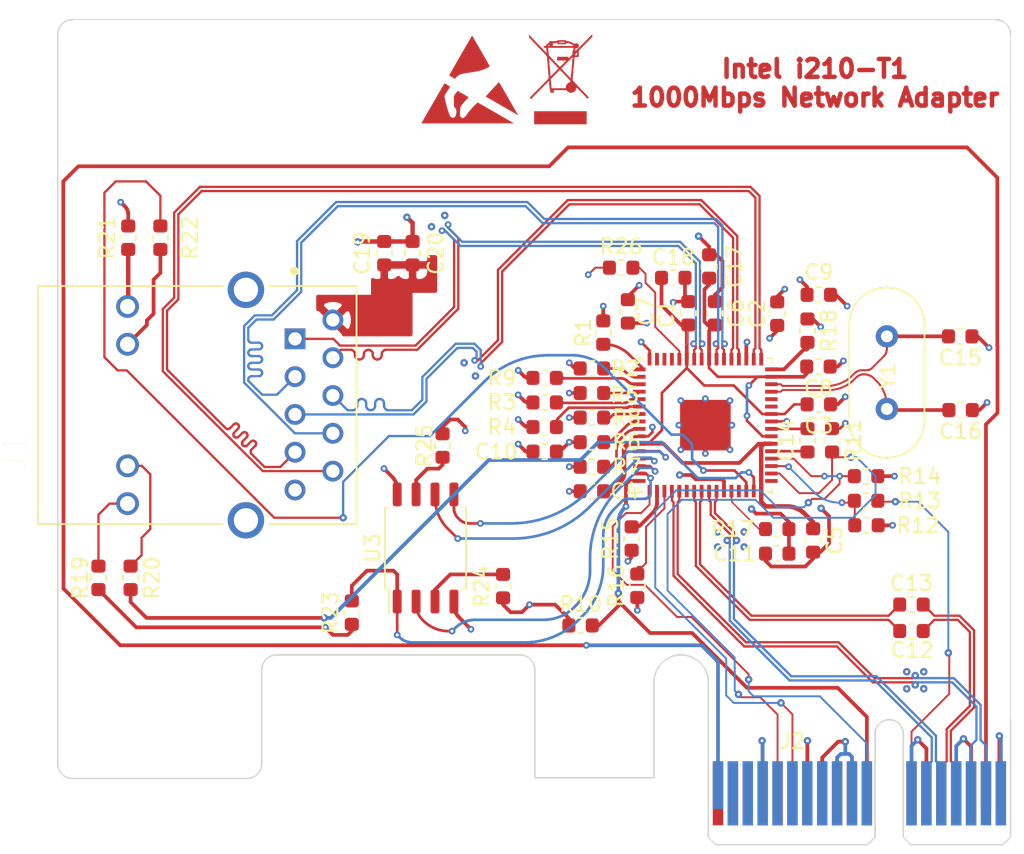
<source format=kicad_pcb>
(kicad_pcb (version 20171130) (host pcbnew "(5.1.6)-1")
  (layers (0 F.Cu signal) (1 In1.Cu signal) (2 In2.Cu signal) (31 B.Cu signal) (34 B.Paste user) (35 F.Paste user) (36 B.SilkS user) (37 F.SilkS user) (38 B.Mask user) (39 F.Mask user) (44 Edge.Cuts user))
  (net 0 "")
  (net 1 GND)
  (net 2 +3V3)
  (net 3 /LAN_PWR_GOOD)
  (net 4 /0V9)
  (net 5 /1V5)
  (net 6 /NC_SI_CLK_IN)
  (net 7 /NC_SI_RXD1)
  (net 8 /NC_SI_RXD0)
  (net 9 /JTAG_TDO)
  (net 10 /NC_SI_TXD1)
  (net 11 /NC_SI_TXD0)
  (net 12 /NC_SI_TX_EN)
  (net 13 /NC_SI_CRS_DV)
  (net 14 /NVM_CS_N)
  (net 15 /NVM_SO)
  (net 16 /NVM_SK)
  (net 17 /NVM_SI)
  (net 18 "Net-(C14-Pad2)")
  (net 19 "Net-(C14-Pad1)")
  (net 20 /WAKE#)
  (net 21 /SMB_ALRT_N)
  (net 22 /JTAG_TMS)
  (net 23 /JTAG_CLK)
  (net 24 /DEV_OFF_N)
  (net 25 "Net-(R18-Pad2)")
  (net 26 "Net-(J1-Pad13)")
  (net 27 "Net-(J1-Pad14)")
  (net 28 "Net-(J1-Pad12)")
  (net 29 "Net-(J1-Pad11)")
  (net 30 /MDI3-)
  (net 31 /MDI3+)
  (net 32 /MDI1-)
  (net 33 /MDI2-)
  (net 34 /MDI2+)
  (net 35 /MDI1+)
  (net 36 /MDI0-)
  (net 37 /MDI0+)
  (net 38 /LED0)
  (net 39 /LED1)
  (net 40 /XTAL+)
  (net 41 /XTAL-)
  (net 42 /CLKREQ#)
  (net 43 /PERST#)
  (net 44 /PRSNT1#)
  (net 45 /SMB+)
  (net 46 /SMB-)
  (net 47 /PECLK+)
  (net 48 /PECLK-)
  (net 49 /PE_R-)
  (net 50 /PE_R+)
  (net 51 /PE_T-)
  (net 52 /PE_T+)
  (net 53 /PE_T_N)
  (net 54 /PE_T_P)
  (net 55 "Net-(R24-Pad2)")
  (net 56 "Net-(R25-Pad2)")
  (net 57 "Net-(R26-Pad2)")
  (net 58 "Net-(C19-Pad2)")
  (module Capacitor_SMD:C_0603_1608Metric (layer F.Cu) (at 49.371 41.783 270)
    (fp_text reference C20 (at 0 -1.556 90) (layer F.SilkS))
    (fp_text value 100nF)
    (pad 2 smd roundrect (at 0.7875 0 270) (size 0.875 0.95) (layers F.Cu F.Paste F.Mask) (net 58 "Net-(C19-Pad2)"))
    (pad 1 smd roundrect (at -0.7875 0 270) (size 0.875 0.95) (layers F.Cu F.Paste F.Mask) (net 1 GND))
  )
  (module Capacitor_SMD:C_0603_1608Metric (layer F.Cu) (at 47.466 41.783 270)
    (fp_text reference C19 (at 0 1.492 90) (layer F.SilkS))
    (fp_text value 100nF)
    (pad 2 smd roundrect (at 0.7875 0 270) (size 0.875 0.95) (layers F.Cu F.Paste F.Mask) (net 58 "Net-(C19-Pad2)"))
    (pad 1 smd roundrect (at -0.7875 0 270) (size 0.875 0.95) (layers F.Cu F.Paste F.Mask) (net 1 GND))
  )
  (module Symbol:ESD-Logo_6.6x6mm_SilkScreen (layer F.Cu) (at 53.213 30.099)
    (fp_text reference Logo2 hide)
    (fp_text value Logo hide)
  )
  (module Symbol:ESD-Logo_6.6x6mm_SilkScreen (layer F.Cu) (at 53.213 30.099)
    (fp_text reference Logo2 hide)
    (fp_text value Logo hide)
    (fp_poly (pts (xy -1.677906 0.291158) (xy -1.645381 0.303736) (xy -1.595807 0.328712) (xy -1.524626 0.367876) (xy -1.519084 0.370988) (xy -1.453526 0.408476) (xy -1.398202 0.441319) (xy -1.358545 0.466205) (xy -1.339988 0.47982) (xy -1.339469 0.480487) (xy -1.343952 0.49939) (xy -1.364514 0.541605) (xy -1.399817 0.604832) (xy -1.44852 0.686772) (xy -1.509282 0.785122) (xy -1.580764 0.897585) (xy -1.598555 0.925165) (xy -1.644907 1.001699) (xy -1.678658 1.067556) (xy -1.696847 1.116782) (xy -1.698714 1.126507) (xy -1.697885 1.169312) (xy -1.688606 1.237209) (xy -1.672032 1.325843) (xy -1.64932 1.430859) (xy -1.621627 1.547902) (xy -1.59011 1.672616) (xy -1.555925 1.800645) (xy -1.520229 1.927634) (xy -1.484179 2.049228) (xy -1.448932 2.161072) (xy -1.415644 2.25881) (xy -1.385472 2.338087) (xy -1.364439 2.385122) (xy -1.339663 2.435225) (xy -1.31627 2.483168) (xy -1.315003 2.485793) (xy -1.276301 2.53422) (xy -1.219816 2.566828) (xy -1.154061 2.582454) (xy -1.087549 2.579937) (xy -1.028795 2.558114) (xy -0.995742 2.529382) (xy -0.948141 2.450583) (xy -0.913261 2.352378) (xy -0.894123 2.244779) (xy -0.891412 2.18378) (xy -0.90233 2.069935) (xy -0.934376 1.97566) (xy -0.989274 1.896379) (xy -1.006393 1.878733) (xy -1.057339 1.829235) (xy -1.060837 1.479362) (xy -1.064336 1.129489) (xy -0.975182 0.994531) (xy -0.933346 0.933445) (xy -0.893055 0.878493) (xy -0.860057 0.837336) (xy -0.845874 0.822192) (xy -0.805719 0.78481) (xy -0.751335 0.814098) (xy -0.716961 0.835084) (xy -0.698154 0.851378) (xy -0.696951 0.854307) (xy -0.684097 0.866728) (xy -0.662104 0.875977) (xy -0.64085 0.884313) (xy -0.608306 0.900149) (xy -0.561678 0.925033) (xy -0.498171 0.960509) (xy -0.414992 1.008123) (xy -0.309347 1.069422) (xy -0.251938 1.102932) (xy -0.184406 1.143071) (xy -0.140115 1.171659) (xy -0.115145 1.192039) (xy -0.105577 1.207553) (xy -0.107492 1.221546) (xy -0.109089 1.224796) (xy -0.124624 1.245266) (xy -0.157864 1.283665) (xy -0.204938 1.335696) (xy -0.261972 1.397066) (xy -0.3113 1.44909) (xy -0.42497 1.572567) (xy -0.513895 1.679591) (xy -0.578866 1.77124) (xy -0.620679 1.848588) (xy -0.634783 1.887866) (xy -0.640608 1.922249) (xy -0.646625 1.980899) (xy -0.652304 2.057117) (xy -0.657116 2.144202) (xy -0.659381 2.199268) (xy -0.662541 2.294464) (xy -0.663931 2.364062) (xy -0.663142 2.413409) (xy -0.659765 2.447854) (xy -0.653392 2.472743) (xy -0.643613 2.493425) (xy -0.635933 2.506053) (xy -0.591579 2.554726) (xy -0.534426 2.588645) (xy -0.474292 2.603438) (xy -0.429227 2.598086) (xy -0.388424 2.57493) (xy -0.337276 2.533462) (xy -0.282958 2.480912) (xy -0.232643 2.424516) (xy -0.193506 2.371505) (xy -0.179095 2.345889) (xy -0.157509 2.310814) (xy -0.118247 2.257389) (xy -0.064898 2.189789) (xy -0.001048 2.11219) (xy 0.069715 2.028768) (xy 0.143804 1.943698) (xy 0.217632 1.861155) (xy 0.287611 1.785316) (xy 0.350155 1.720356) (xy 0.39926 1.672669) (xy 0.453779 1.625032) (xy 0.499642 1.589908) (xy 0.531811 1.570949) (xy 0.542489 1.568864) (xy 0.558853 1.577274) (xy 0.599671 1.599846) (xy 0.662586 1.635224) (xy 0.745244 1.682054) (xy 0.845289 1.738981) (xy 0.960366 1.804649) (xy 1.088119 1.877703) (xy 1.226194 1.956788) (xy 1.372234 2.040548) (xy 1.523884 2.127629) (xy 1.67879 2.216676) (xy 1.834595 2.306332) (xy 1.988944 2.395243) (xy 2.139482 2.482054) (xy 2.283854 2.565409) (xy 2.419704 2.643954) (xy 2.544677 2.716333) (xy 2.656417 2.78119) (xy 2.75257 2.837171) (xy 2.830779 2.88292) (xy 2.888689 2.917083) (xy 2.923946 2.938304) (xy 2.934165 2.944963) (xy 2.920402 2.94628) (xy 2.877104 2.947559) (xy 2.805714 2.948796) (xy 2.707673 2.949983) (xy 2.584422 2.951115) (xy 2.437403 2.952186) (xy 2.268057 2.953189) (xy 2.077826 2.954119) (xy 1.868151 2.954968) (xy 1.640473 2.955732) (xy 1.396235 2.956403) (xy 1.136877 2.956976) (xy 0.863841 2.957444) (xy 0.578568 2.957802) (xy 0.2825 2.958042) (xy -0.022921 2.958159) (xy -0.151076 2.958171) (xy -3.25103 2.958171) (xy -3.029947 2.574847) (xy -2.983144 2.49368) (xy -2.922898 2.389166) (xy -2.851222 2.264801) (xy -2.770131 2.124082) (xy -2.681638 1.970503) (xy -2.58776 1.807562) (xy -2.490509 1.638754) (xy -2.3919 1.467575) (xy -2.293947 1.297521) (xy -2.269175 1.254512) (xy -2.178848 1.097857) (xy -2.092711 0.948803) (xy -2.012058 0.809568) (xy -1.938184 0.682371) (xy -1.872383 0.569432) (xy -1.81595 0.472968) (xy -1.770179 0.3952) (xy -1.736365 0.338346) (xy -1.715802 0.304625) (xy -1.710047 0.29604) (xy -1.697942 0.289189) (xy -1.677906 0.291158)) (layer F.Cu) (width 0.01))
    (fp_poly (pts (xy 1.987528 0.234619) (xy 1.998908 0.253693) (xy 2.024488 0.297421) (xy 2.063002 0.363619) (xy 2.113186 0.450102) (xy 2.173775 0.554685) (xy 2.243503 0.675183) (xy 2.321107 0.809412) (xy 2.40532 0.955187) (xy 2.494879 1.110323) (xy 2.586998 1.27) (xy 2.681076 1.433117) (xy 2.771402 1.589709) (xy 2.856665 1.737506) (xy 2.935557 1.87424) (xy 3.006769 1.997642) (xy 3.068991 2.105444) (xy 3.120913 2.195377) (xy 3.161228 2.265173) (xy 3.188624 2.312564) (xy 3.201507 2.334786) (xy 3.222507 2.37233) (xy 3.233925 2.395831) (xy 3.234551 2.39992) (xy 3.220636 2.392242) (xy 3.181941 2.370203) (xy 3.120487 2.334971) (xy 3.038298 2.287711) (xy 2.937396 2.229589) (xy 2.819805 2.161771) (xy 2.687546 2.085424) (xy 2.542642 2.001714) (xy 2.387117 1.911806) (xy 2.222992 1.816867) (xy 2.160549 1.780732) (xy 1.993487 1.684083) (xy 1.834074 1.591938) (xy 1.684355 1.505475) (xy 1.546376 1.425871) (xy 1.422185 1.354305) (xy 1.313827 1.291955) (xy 1.223348 1.239998) (xy 1.152796 1.199613) (xy 1.104215 1.171978) (xy 1.079654 1.158272) (xy 1.077085 1.156974) (xy 1.084569 1.14522) (xy 1.110614 1.113795) (xy 1.152559 1.065594) (xy 1.207746 1.00351) (xy 1.273517 0.930439) (xy 1.347212 0.849276) (xy 1.426173 0.762916) (xy 1.50774 0.674253) (xy 1.589254 0.586182) (xy 1.668057 0.501599) (xy 1.74149 0.423397) (xy 1.806893 0.354472) (xy 1.861608 0.297719) (xy 1.902977 0.256032) (xy 1.917164 0.242363) (xy 1.96418 0.198201) (xy 1.987528 0.234619)) (layer F.Cu) (width 0.01))
    (fp_poly (pts (xy 0.164043 -2.914165) (xy 0.187065 -2.876755) (xy 0.222534 -2.817486) (xy 0.268996 -2.738882) (xy 0.324996 -2.643462) (xy 0.389081 -2.53375) (xy 0.459796 -2.412266) (xy 0.535687 -2.281532) (xy 0.615299 -2.14407) (xy 0.697178 -2.002402) (xy 0.77987 -1.859049) (xy 0.861921 -1.716533) (xy 0.941876 -1.577376) (xy 1.018281 -1.444099) (xy 1.089682 -1.319224) (xy 1.154624 -1.205273) (xy 1.211653 -1.104767) (xy 1.259315 -1.020228) (xy 1.296155 -0.954178) (xy 1.32072 -0.909138) (xy 1.331554 -0.88763) (xy 1.331951 -0.886286) (xy 1.318501 -0.868035) (xy 1.281114 -0.840118) (xy 1.224235 -0.805275) (xy 1.152312 -0.766246) (xy 1.077015 -0.729157) (xy 0.97456 -0.684183) (xy 0.866817 -0.643774) (xy 0.750073 -0.607031) (xy 0.620618 -0.573058) (xy 0.47474 -0.540956) (xy 0.308726 -0.509827) (xy 0.118866 -0.478773) (xy -0.077531 -0.449855) (xy -0.248166 -0.4242) (xy -0.391455 -0.398802) (xy -0.510992 -0.372398) (xy -0.61037 -0.343727) (xy -0.693182 -0.311527) (xy -0.763022 -0.274535) (xy -0.823482 -0.231488) (xy -0.878155 -0.181125) (xy -0.895786 -0.162417) (xy -0.934 -0.118861) (xy -0.962268 -0.083318) (xy -0.975382 -0.062417) (xy -0.975732 -0.060703) (xy -0.98032 -0.050194) (xy -0.996242 -0.050076) (xy -1.026734 -0.061746) (xy -1.075032 -0.086604) (xy -1.144373 -0.126048) (xy -1.192561 -0.154413) (xy -1.264417 -0.198753) (xy -1.320258 -0.236721) (xy -1.356333 -0.265584) (xy -1.368887 -0.282612) (xy -1.368879 -0.282736) (xy -1.361094 -0.298963) (xy -1.339108 -0.3396) (xy -1.304197 -0.402433) (xy -1.257637 -0.485248) (xy -1.200705 -0.585828) (xy -1.134677 -0.70196) (xy -1.060828 -0.831429) (xy -0.980436 -0.97202) (xy -0.894776 -1.121518) (xy -0.805124 -1.277708) (xy -0.712757 -1.438376) (xy -0.618951 -1.601307) (xy -0.524982 -1.764287) (xy -0.432126 -1.9251) (xy -0.34166 -2.081532) (xy -0.254859 -2.231367) (xy -0.173 -2.372392) (xy -0.097359 -2.502391) (xy -0.029213 -2.619151) (xy 0.030163 -2.720455) (xy 0.079493 -2.804089) (xy 0.1175 -2.867838) (xy 0.142907 -2.909489) (xy 0.15444 -2.926825) (xy 0.154923 -2.927195) (xy 0.164043 -2.914165)) (layer F.Cu) (width 0.01))
  )
  (module Symbol:WEEE-Logo_4.2x6mm_SilkScreen (layer F.Cu) (at 59.309 30.099)
    (fp_text reference Logo1 hide)
    (fp_text value Logo hide)
  )
  (module Symbol:WEEE-Logo_4.2x6mm_SilkScreen (layer F.Cu) (at 59.309 30.099)
    (fp_text reference Logo1 hide)
    (fp_text value Logo hide)
    (fp_poly (pts (xy 1.747822 3.017822) (xy -1.772971 3.017822) (xy -1.772971 2.150198) (xy 1.747822 2.150198) (xy 1.747822 3.017822)) (layer F.Cu) (width 0.01))
    (fp_poly (pts (xy 2.12443 -2.935152) (xy 2.123811 -2.848069) (xy 1.672086 -2.389109) (xy 1.220361 -1.930148) (xy 1.220032 -1.719529) (xy 1.219703 -1.508911) (xy 0.94461 -1.508911) (xy 0.937522 -1.45547) (xy 0.934838 -1.431112) (xy 0.930313 -1.385241) (xy 0.924191 -1.320595) (xy 0.916712 -1.239909) (xy 0.908119 -1.145919) (xy 0.898654 -1.041363) (xy 0.888558 -0.928975) (xy 0.878074 -0.811493) (xy 0.867444 -0.691652) (xy 0.856909 -0.572189) (xy 0.846713 -0.455841) (xy 0.837095 -0.345343) (xy 0.8283 -0.243431) (xy 0.820568 -0.152842) (xy 0.814142 -0.076313) (xy 0.809263 -0.016579) (xy 0.806175 0.023624) (xy 0.805117 0.041559) (xy 0.805118 0.041644) (xy 0.812827 0.056035) (xy 0.835981 0.085748) (xy 0.874895 0.131131) (xy 0.929884 0.192529) (xy 1.001264 0.270288) (xy 1.089349 0.364754) (xy 1.194454 0.476272) (xy 1.316895 0.605188) (xy 1.35131 0.641287) (xy 1.897137 1.213416) (xy 1.808881 1.301436) (xy 1.737485 1.223758) (xy 1.711366 1.195686) (xy 1.670566 1.152274) (xy 1.617777 1.096366) (xy 1.555691 1.030808) (xy 1.487 0.958441) (xy 1.414396 0.882112) (xy 1.37096 0.836524) (xy 1.289416 0.751119) (xy 1.223504 0.68271) (xy 1.171544 0.630053) (xy 1.131855 0.591905) (xy 1.102757 0.56702) (xy 1.082569 0.554156) (xy 1.06961 0.552068) (xy 1.0622 0.559513) (xy 1.058658 0.575246) (xy 1.057303 0.598023) (xy 1.057121 0.604239) (xy 1.047703 0.647061) (xy 1.024497 0.698819) (xy 0.992136 0.751328) (xy 0.955252 0.796403) (xy 0.940493 0.810328) (xy 0.864767 0.859047) (xy 0.776308 0.886306) (xy 0.6981 0.892773) (xy 0.609468 0.880576) (xy 0.527612 0.844813) (xy 0.455164 0.786722) (xy 0.441797 0.772262) (xy 0.392918 0.716733) (xy -0.452674 0.716733) (xy -0.452674 0.892773) (xy -0.67901 0.892773) (xy -0.67901 0.810531) (xy -0.68185 0.754386) (xy -0.691393 0.715416) (xy -0.702991 0.694219) (xy -0.711277 0.679052) (xy -0.718373 0.657062) (xy -0.724748 0.624987) (xy -0.730872 0.579569) (xy -0.737216 0.517548) (xy -0.74425 0.435662) (xy -0.749066 0.374746) (xy -0.771161 0.089343) (xy -1.313565 0.638805) (xy -1.411637 0.738228) (xy -1.505784 0.833815) (xy -1.594285 0.92381) (xy -1.67542 1.006457) (xy -1.747469 1.080001) (xy -1.808712 1.142684) (xy -1.857427 1.192752) (xy -1.891896 1.228448) (xy -1.910379 1.247995) (xy -1.940743 1.278944) (xy -1.966071 1.30053) (xy -1.979695 1.307723) (xy -1.997095 1.299297) (xy -2.02246 1.278245) (xy -2.031058 1.269671) (xy -2.067514 1.23162) (xy -1.866802 1.027658) (xy -1.815596 0.975699) (xy -1.749569 0.90882) (xy -1.671618 0.82995) (xy -1.584638 0.742014) (xy -1.491526 0.647941) (xy -1.395179 0.550658) (xy -1.298492 0.453093) (xy -1.229134 0.383145) (xy -1.123703 0.27655) (xy -1.035129 0.186307) (xy -0.962281 0.111192) (xy -0.904023 0.049986) (xy -0.859225 0.001466) (xy -0.837021 -0.023871) (xy -0.658724 -0.023871) (xy -0.636401 0.261555) (xy -0.629669 0.345219) (xy -0.623157 0.421727) (xy -0.617234 0.487081) (xy -0.612268 0.537281) (xy -0.608629 0.568329) (xy -0.607458 0.575273) (xy -0.600838 0.603565) (xy 0.348636 0.603565) (xy 0.354974 0.524606) (xy 0.37411 0.431315) (xy 0.414154 0.348791) (xy 0.472582 0.280038) (xy 0.546871 0.228063) (xy 0.630252 0.196863) (xy 0.657302 0.182228) (xy 0.670844 0.150819) (xy 0.671128 0.149434) (xy 0.672753 0.136174) (xy 0.670744 0.122595) (xy 0.663142 0.106181) (xy 0.647984 0.084411) (xy 0.623312 0.054767) (xy 0.587164 0.014732) (xy 0.53758 -0.038215) (xy 0.472599 -0.106591) (xy 0.468401 -0.110995) (xy 0.398507 -0.184389) (xy 0.3242 -0.262563) (xy 0.250586 -0.340136) (xy 0.182771 -0.411725) (xy 0.12586 -0.471949) (xy 0.113168 -0.485413) (xy 0.064513 -0.53618) (xy 0.021291 -0.579625) (xy -0.013395 -0.612759) (xy -0.036444 -0.632595) (xy -0.044182 -0.636954) (xy -0.055722 -0.62783) (xy -0.08271 -0.6028) (xy -0.123021 -0.563948) (xy -0.174529 -0.513357) (xy -0.235109 -0.453112) (xy -0.302636 -0.385296) (xy -0.357826 -0.329435) (xy -0.658724 -0.023871) (xy -0.837021 -0.023871) (xy -0.826751 -0.035589) (xy -0.805471 -0.062401) (xy -0.794251 -0.080192) (xy -0.791754 -0.08843) (xy -0.7927 -0.10641) (xy -0.795573 -0.147108) (xy -0.800187 -0.208181) (xy -0.806358 -0.287287) (xy -0.813898 -0.382086) (xy -0.822621 -0.490233) (xy -0.832343 -0.609388) (xy -0.842876 -0.737209) (xy -0.851365 -0.839365) (xy -0.899396 -1.415326) (xy -0.775805 -1.415326) (xy -0.775273 -1.402896) (xy -0.772769 -1.36789) (xy -0.768496 -1.312785) (xy -0.762653 -1.240057) (xy -0.755443 -1.152186) (xy -0.747066 -1.051649) (xy -0.737723 -0.940923) (xy -0.728758 -0.835795) (xy -0.718602 -0.716517) (xy -0.709142 -0.60392) (xy -0.700596 -0.500695) (xy -0.693179 -0.409527) (xy -0.687108 -0.333105) (xy -0.682601 -0.274117) (xy -0.679873 -0.235251) (xy -0.679116 -0.220156) (xy -0.677935 -0.210762) (xy -0.673256 -0.207034) (xy -0.663276 -0.210529) (xy -0.64619 -0.222801) (xy -0.620196 -0.245406) (xy -0.58349 -0.2799) (xy -0.534267 -0.327838) (xy -0.470726 -0.390776) (xy -0.403305 -0.458032) (xy -0.127601 -0.733523) (xy -0.129533 -0.735594) (xy 0.05271 -0.735594) (xy 0.061016 -0.72422) (xy 0.084267 -0.697437) (xy 0.120135 -0.657708) (xy 0.166287 -0.607493) (xy 0.220394 -0.549254) (xy 0.280126 -0.485453) (xy 0.343152 -0.418551) (xy 0.407142 -0.35101) (xy 0.469764 -0.28529) (xy 0.52869 -0.223854) (xy 0.581588 -0.169163) (xy 0.626128 -0.123678) (xy 0.65998 -0.089862) (xy 0.680812 -0.070174) (xy 0.686494 -0.066163) (xy 0.688366 -0.079109) (xy 0.692254 -0.114866) (xy 0.697943 -0.171196) (xy 0.705219 -0.24586) (xy 0.713869 -0.33662) (xy 0.723678 -0.441238) (xy 0.734434 -0.557474) (xy 0.745921 -0.683092) (xy 0.755093 -0.784382) (xy 0.766826 -0.915721) (xy 0.777665 -1.039448) (xy 0.78743 -1.153319) (xy 0.795937 -1.255089) (xy 0.803005 -1.342513) (xy 0.808451 -1.413347) (xy 0.812092 -1.465347) (xy 0.813747 -1.496268) (xy 0.813558 -1.504297) (xy 0.803666 -1.497146) (xy 0.778476 -1.474159) (xy 0.74019 -1.437561) (xy 0.691011 -1.389578) (xy 0.633139 -1.332434) (xy 0.568778 -1.268353) (xy 0.500129 -1.199562) (xy 0.429395 -1.128284) (xy 0.358778 -1.056745) (xy 0.29048 -0.98717) (xy 0.226704 -0.921783) (xy 0.16965 -0.862809) (xy 0.121522 -0.812473) (xy 0.084522 -0.773001) (xy 0.060852 -0.746617) (xy 0.05271 -0.735594) (xy -0.129533 -0.735594) (xy -0.230409 -0.843705) (xy -0.282768 -0.899623) (xy -0.341535 -0.962052) (xy -0.404385 -1.028557) (xy -0.468995 -1.096702) (xy -0.533042 -1.164052) (xy -0.594203 -1.228172) (xy -0.650153 -1.286628) (xy -0.69857 -1.336982) (xy -0.73713 -1.376802) (xy -0.763509 -1.40365) (xy -0.775384 -1.415092) (xy -0.775805 -1.415326) (xy -0.899396 -1.415326) (xy -0.911401 -1.559274) (xy -1.511938 -2.190842) (xy -2.112475 -2.822411) (xy -2.112034 -2.910685) (xy -2.111592 -2.99896) (xy -2.014583 -2.895334) (xy -1.960291 -2.837537) (xy -1.896192 -2.769632) (xy -1.824016 -2.693428) (xy -1.745492 -2.610731) (xy -1.662349 -2.523347) (xy -1.576319 -2.433085) (xy -1.48913 -2.34175) (xy -1.402513 -2.251151) (xy -1.318197 -2.163093) (xy -1.237912 -2.079385) (xy -1.163387 -2.001833) (xy -1.096354 -1.932243) (xy -1.038541 -1.872424) (xy -0.991679 -1.824182) (xy -0.957496 -1.789324) (xy -0.937724 -1.769657) (xy -0.93339 -1.765884) (xy -0.933092 -1.779008) (xy -0.934731 -1.812611) (xy -0.938023 -1.86212) (xy -0.942682 -1.922963) (xy -0.944682 -1.947268) (xy -0.959577 -2.125049) (xy -0.842955 -2.125049) (xy -0.836934 -2.096757) (xy -0.833863 -2.074382) (xy -0.829548 -2.032283) (xy -0.824488 -1.975822) (xy -0.819181 -1.910365) (xy -0.817344 -1.886138) (xy -0.811927 -1.816579) (xy -0.806459 -1.751982) (xy -0.801488 -1.698452) (xy -0.797561 -1.66209) (xy -0.796675 -1.655491) (xy -0.793334 -1.641944) (xy -0.786101 -1.626086) (xy -0.77344 -1.606139) (xy -0.753811 -1.580327) (xy -0.725678 -1.546871) (xy -0.687502 -1.503993) (xy -0.637746 -1.449917) (xy -0.574871 -1.382864) (xy -0.497341 -1.301057) (xy -0.418251 -1.21805) (xy -0.339564 -1.135906) (xy -0.266112 -1.059831) (xy -0.199724 -0.991675) (xy -0.142227 -0.933288) (xy -0.095451 -0.886519) (xy -0.061224 -0.853218) (xy -0.041373 -0.835233) (xy -0.03714 -0.832558) (xy -0.026003 -0.842259) (xy 0.000029 -0.867559) (xy 0.03843 -0.905918) (xy 0.086672 -0.9548) (xy 0.14223 -1.011666) (xy 0.182408 -1.053094) (xy 0.392169 -1.27) (xy -0.226337 -1.27) (xy -0.226337 -1.508911) (xy 0.528119 -1.508911) (xy 0.528119 -1.402458) (xy 0.666435 -1.540346) (xy 0.764553 -1.63816) (xy 0.955643 -1.63816) (xy 0.957471 -1.62273) (xy 0.966723 -1.614133) (xy 0.98905 -1.610387) (xy 1.030105 -1.609511) (xy 1.037376 -1.609505) (xy 1.119109 -1.609505) (xy 1.119109 -1.828828) (xy 1.037376 -1.747821) (xy 0.99127 -1.698572) (xy 0.963694 -1.660841) (xy 0.955643 -1.63816) (xy 0.764553 -1.63816) (xy 0.804752 -1.678234) (xy 0.804752 -1.801048) (xy 0.805137 -1.85755) (xy 0.8069 -1.893495) (xy 0.81095 -1.91347) (xy 0.818199 -1.922063) (xy 0.82913 -1.923861) (xy 0.841288 -1.926502) (xy 0.850273 -1.937088) (xy 0.857174 -1.959619) (xy 0.863076 -1.998091) (xy 0.869065 -2.056502) (xy 0.870987 -2.077896) (xy 0.875148 -2.125049) (xy -0.842955 -2.125049) (xy -0.959577 -2.125049) (xy -1.119109 -2.125049) (xy -1.119109 -2.238218) (xy -1.051314 -2.238218) (xy -1.011662 -2.239304) (xy -0.990116 -2.244546) (xy -0.98748 -2.247666) (xy -0.848616 -2.247666) (xy -0.841308 -2.240538) (xy -0.815993 -2.238338) (xy -0.798908 -2.238218) (xy -0.741881 -2.238218) (xy -0.529221 -2.238218) (xy 0.885302 -2.238218) (xy 0.837458 -2.287214) (xy 0.76315 -2.347676) (xy 0.671184 -2.394309) (xy 0.560002 -2.427751) (xy 0.449529 -2.446247) (xy 0.377227 -2.454878) (xy 0.377227 -2.36396) (xy -0.201188 -2.36396) (xy -0.201188 -2.467107) (xy -0.286065 -2.458504) (xy -0.345368 -2.451244) (xy -0.408551 -2.441621) (xy -0.446386 -2.434748) (xy -0.521832 -2.419593) (xy -0.525526 -2.328905) (xy -0.529221 -2.238218) (xy -0.741881 -2.238218) (xy -0.741881 -2.288515) (xy -0.743544 -2.320024) (xy -0.747697 -2.337537) (xy -0.749371 -2.338812) (xy -0.767987 -2.330746) (xy -0.795183 -2.31118) (xy -0.822448 -2.287056) (xy -0.841267 -2.265318) (xy -0.842943 -2.262492) (xy -0.848616 -2.247666) (xy -0.98748 -2.247666) (xy -0.979662 -2.256919) (xy -0.975442 -2.270396) (xy -0.958219 -2.305373) (xy -0.925138 -2.347421) (xy -0.881893 -2.390644) (xy -0.834174 -2.429146) (xy -0.80283 -2.449199) (xy -0.767123 -2.471149) (xy -0.748819 -2.489589) (xy -0.742388 -2.511332) (xy -0.741894 -2.524282) (xy -0.741894 -2.527425) (xy -0.100594 -2.527425) (xy -0.100594 -2.464554) (xy 0.276633 -2.464554) (xy 0.276633 -2.527425) (xy -0.100594 -2.527425) (xy -0.741894 -2.527425) (xy -0.741881 -2.565148) (xy -0.636048 -2.565148) (xy -0.587355 -2.563971) (xy -0.549405 -2.560835) (xy -0.528308 -2.556329) (xy -0.526023 -2.554505) (xy -0.512641 -2.551705) (xy -0.480074 -2.552852) (xy -0.433916 -2.557607) (xy -0.402376 -2.561997) (xy -0.345188 -2.570622) (xy -0.292886 -2.578409) (xy -0.253582 -2.584153) (xy -0.242055 -2.585785) (xy -0.211937 -2.595112) (xy -0.201188 -2.609728) (xy -0.19792 -2.61568) (xy -0.18623 -2.620222) (xy -0.163288 -2.62353) (xy -0.126265 -2.625785) (xy -0.072332 -2.627166) (xy 0.00134 -2.62785) (xy 0.08802 -2.62802) (xy 0.180529 -2.627923) (xy 0.250906 -2.62747) (xy 0.302164 -2.62641) (xy 0.33732 -2.624497) (xy 0.359389 -2.621481) (xy 0.371385 -2.617115) (xy 0.376324 -2.611151) (xy 0.377227 -2.604216) (xy 0.384921 -2.582205) (xy 0.410121 -2.569679) (xy 0.456009 -2.565212) (xy 0.464264 -2.565148) (xy 0.541973 -2.557132) (xy 0.630233 -2.535064) (xy 0.721085 -2.501916) (xy 0.80657 -2.460661) (xy 0.878726 -2.414269) (xy 0.888072 -2.406918) (xy 0.918533 -2.383002) (xy 0.936572 -2.373424) (xy 0.949169 -2.37652) (xy 0.9621 -2.389296) (xy 1.000293 -2.414322) (xy 1.049998 -2.423929) (xy 1.103524 -2.418933) (xy 1.153178 -2.400149) (xy 1.191267 -2.368394) (xy 1.194025 -2.364703) (xy 1.222526 -2.305425) (xy 1.227828 -2.244066) (xy 1.210518 -2.185573) (xy 1.17118 -2.134896) (xy 1.16637 -2.130711) (xy 1.13844 -2.110833) (xy 1.110102 -2.102079) (xy 1.070263 -2.101447) (xy 1.060311 -2.102008) (xy 1.021332 -2.103438) (xy 1.001254 -2.100161) (xy 0.993985 -2.090272) (xy 0.99324 -2.081039) (xy 0.991716 -2.054256) (xy 0.987935 -2.013975) (xy 0.985218 -1.989876) (xy 0.981277 -1.951599) (xy 0.982916 -1.932004) (xy 0.992421 -1.924842) (xy 1.009351 -1.923861) (xy 1.019392 -1.927099) (xy 1.03559 -1.93758) (xy 1.059145 -1.956452) (xy 1.091257 -1.984865) (xy 1.133128 -2.023965) (xy 1.185957 -2.074903) (xy 1.250945 -2.138827) (xy 1.329291 -2.216886) (xy 1.422197 -2.310228) (xy 1.530863 -2.420002) (xy 1.583231 -2.473048) (xy 2.125049 -3.022233) (xy 2.12443 -2.935152)) (layer F.Cu) (width 0.01))
  )
  (module footprints:i210-pcibaffle (layer F.Cu) (at 30.135 31.489)
    (fp_text reference H1 hide)
    (fp_text value PCI-baffle)
    (pad 1 np_thru_hole circle (at 0 0) (size 3.2 3.2) (drill 3.2) (layers *.Cu *.Mask))
    (pad "" np_thru_hole circle (at 0 41) (size 3.2 3.2) (drill 3.2) (layers *.Cu *.Mask))
  )
  (module i210:HANRUN_HR911130C (layer F.Cu) (at 35.1264 51.989 90)
    (fp_text reference J1 (at -3.18815 -12.50276 90) (layer F.SilkS) (effects (font (size 1.607654 1.607654) (thickness 0.015))))
    (fp_text value HR911130C)
    (pad 1 thru_hole circle (at 5.72 8.89 90) (size 1.398 1.398) (drill 0.89) (layers *.Cu *.Mask) (net 58 "Net-(C19-Pad2)"))
    (pad 10 thru_hole circle (at -5.71 6.35 90) (size 1.398 1.398) (drill 0.89) (layers *.Cu *.Mask) (net 1 GND))
    (pad None np_thru_hole circle (at 5.715 0 90) (size 3.25 3.25) (drill 3.25) (layers *.Cu *.Mask))
    (pad None np_thru_hole circle (at -5.715 0 90) (size 3.25 3.25) (drill 3.25) (layers *.Cu *.Mask))
    (pad 16 thru_hole circle (at -7.745 3.05 90) (size 2.445 2.445) (drill 1.63) (layers *.Cu *.Mask) (net 1 GND))
    (pad 15 thru_hole circle (at 7.745 3.05 90) (size 2.445 2.445) (drill 1.63) (layers *.Cu *.Mask) (net 1 GND))
    (pad 13 thru_hole circle (at -4.085 -4.9 90) (size 1.53 1.53) (drill 1.02) (layers *.Cu *.Mask) (net 26 "Net-(J1-Pad13)"))
    (pad 14 thru_hole circle (at -6.625 -4.9 90) (size 1.53 1.53) (drill 1.02) (layers *.Cu *.Mask) (net 27 "Net-(J1-Pad14)"))
    (pad 12 thru_hole circle (at 4.085 -4.9 90) (size 1.53 1.53) (drill 1.02) (layers *.Cu *.Mask) (net 28 "Net-(J1-Pad12)"))
    (pad 11 thru_hole circle (at 6.625 -4.9 90) (size 1.53 1.53) (drill 1.02) (layers *.Cu *.Mask) (net 29 "Net-(J1-Pad11)"))
    (pad 9 thru_hole circle (at -4.44 8.89 90) (size 1.398 1.398) (drill 0.89) (layers *.Cu *.Mask) (net 30 /MDI3-))
    (pad 8 thru_hole circle (at -3.17 6.35 90) (size 1.398 1.398) (drill 0.89) (layers *.Cu *.Mask) (net 31 /MDI3+))
    (pad 7 thru_hole circle (at -1.9 8.89 90) (size 1.398 1.398) (drill 0.89) (layers *.Cu *.Mask) (net 32 /MDI1-))
    (pad 6 thru_hole circle (at -0.63 6.35 90) (size 1.398 1.398) (drill 0.89) (layers *.Cu *.Mask) (net 33 /MDI2-))
    (pad 5 thru_hole circle (at 0.64 8.89 90) (size 1.398 1.398) (drill 0.89) (layers *.Cu *.Mask) (net 34 /MDI2+))
    (pad 4 thru_hole circle (at 1.91 6.35 90) (size 1.398 1.398) (drill 0.89) (layers *.Cu *.Mask) (net 35 /MDI1+))
    (pad 3 thru_hole circle (at 3.18 8.89 90) (size 1.398 1.398) (drill 0.89) (layers *.Cu *.Mask) (net 36 /MDI0-))
    (pad 2 thru_hole rect (at 4.45 6.35 90) (size 1.398 1.398) (drill 0.89) (layers *.Cu *.Mask) (net 37 /MDI0+))
  )
  (module Resistor_SMD:R_0603_1608Metric (layer F.Cu) (at 63.3804 42.755)
    (fp_text reference R26 (at 0 -1.43) (layer F.SilkS))
    (fp_text value 10k)
    (pad 2 smd roundrect (at 0.7875 0) (size 0.875 0.95) (layers F.Cu F.Paste F.Mask) (net 57 "Net-(R26-Pad2)"))
    (pad 1 smd roundrect (at -0.7875 0) (size 0.875 0.95) (layers F.Cu F.Paste F.Mask) (net 1 GND))
  )
  (module Resistor_SMD:R_0603_1608Metric (layer F.Cu) (at 51.3844 54.7115 270)
    (fp_text reference R25 (at 0 1.2194 90) (layer F.SilkS))
    (fp_text value 5k)
    (pad 2 smd roundrect (at 0.7875 0 270) (size 0.875 0.95) (layers F.Cu F.Paste F.Mask) (net 56 "Net-(R25-Pad2)"))
    (pad 1 smd roundrect (at -0.7875 0 270) (size 0.875 0.95) (layers F.Cu F.Paste F.Mask) (net 2 +3V3))
  )
  (module Resistor_SMD:R_0603_1608Metric (layer F.Cu) (at 55.4484 64.1605 90)
    (fp_text reference R24 (at 0 -1.43 90) (layer F.SilkS))
    (fp_text value 5k)
    (pad 2 smd roundrect (at 0.7875 0 90) (size 0.875 0.95) (layers F.Cu F.Paste F.Mask) (net 55 "Net-(R24-Pad2)"))
    (pad 1 smd roundrect (at -0.7875 0 90) (size 0.875 0.95) (layers F.Cu F.Paste F.Mask) (net 2 +3V3))
  )
  (module Resistor_SMD:R_0603_1608Metric (layer F.Cu) (at 45.2884 65.9385 90)
    (fp_text reference R23 (at 0 -1.43 90) (layer F.SilkS))
    (fp_text value 5k)
    (pad 2 smd roundrect (at 0.7875 0 90) (size 0.875 0.95) (layers F.Cu F.Paste F.Mask) (net 14 /NVM_CS_N))
    (pad 1 smd roundrect (at -0.7875 0 90) (size 0.875 0.95) (layers F.Cu F.Paste F.Mask) (net 2 +3V3))
  )
  (module Connector_PCBEdge:BUS_PCIexpress_x1 (layer F.Cu) (at 69.885 78.0854)
    (fp_text reference J2 (at 5 -3.5) (layer F.SilkS))
    (fp_text value PCIe-x1)
    (fp_line (start 10.55 -4) (end 10.55 2.95) (layer Edge.Cuts) (width 0.1))
    (fp_line (start 12.45 -4) (end 12.45 2.95) (layer Edge.Cuts) (width 0.1))
    (fp_line (start -0.65 -4.95) (end -0.65 2.95) (layer Edge.Cuts) (width 0.1))
    (fp_line (start -0.15 3.45) (end 10.05 3.45) (layer Edge.Cuts) (width 0.1))
    (fp_line (start 19.65 -4.95) (end 19.65 2.95) (layer Edge.Cuts) (width 0.1))
    (fp_line (start 12.95 3.45) (end 19.15 3.45) (layer Edge.Cuts) (width 0.1))
    (fp_line (start -0.65 2.95) (end -0.15 3.45) (layer Edge.Cuts) (width 0.1))
    (fp_line (start 10.55 2.95) (end 10.05 3.45) (layer Edge.Cuts) (width 0.1))
    (fp_line (start 12.45 2.95) (end 12.95 3.45) (layer Edge.Cuts) (width 0.1))
    (fp_line (start 19.65 2.95) (end 19.15 3.45) (layer Edge.Cuts) (width 0.1))
    (fp_arc (start 11.5 -4) (end 12.45 -4) (angle -180) (layer Edge.Cuts) (width 0.1))
    (pad A13 connect rect (at 14 0) (size 0.7 4.3) (layers B.Cu B.Mask) (net 48 /PECLK-))
    (pad A12 connect rect (at 13 0) (size 0.7 4.3) (layers B.Cu B.Mask) (net 1 GND))
    (pad A18 connect rect (at 19 0) (size 0.7 4.3) (layers B.Cu B.Mask) (net 1 GND))
    (pad A17 connect rect (at 18 0) (size 0.7 4.3) (layers B.Cu B.Mask) (net 50 /PE_R+))
    (pad A16 connect rect (at 17 0) (size 0.7 4.3) (layers B.Cu B.Mask) (net 49 /PE_R-))
    (pad A15 connect rect (at 16 0) (size 0.7 4.3) (layers B.Cu B.Mask) (net 1 GND))
    (pad A14 connect rect (at 15 0) (size 0.7 4.3) (layers B.Cu B.Mask) (net 47 /PECLK+))
    (pad A11 connect rect (at 10 0) (size 0.7 4.3) (layers B.Cu B.Mask) (net 43 /PERST#))
    (pad A10 connect rect (at 9 0) (size 0.7 4.3) (layers B.Cu B.Mask) (net 2 +3V3))
    (pad A9 connect rect (at 8 0) (size 0.7 4.3) (layers B.Cu B.Mask) (net 2 +3V3))
    (pad A8 connect rect (at 7 0) (size 0.7 4.3) (layers B.Cu B.Mask))
    (pad A7 connect rect (at 6 0) (size 0.7 4.3) (layers B.Cu B.Mask))
    (pad A6 connect rect (at 5 0) (size 0.7 4.3) (layers B.Cu B.Mask))
    (pad A5 connect rect (at 4 0) (size 0.7 4.3) (layers B.Cu B.Mask))
    (pad A4 connect rect (at 3 0) (size 0.7 4.3) (layers B.Cu B.Mask) (net 1 GND))
    (pad A3 connect rect (at 2 0) (size 0.7 4.3) (layers B.Cu B.Mask))
    (pad A2 connect rect (at 1 0) (size 0.7 4.3) (layers B.Cu B.Mask))
    (pad A1 connect rect (at 0 -0.55) (size 0.7 3.2) (layers B.Cu B.Mask) (net 44 /PRSNT1#))
    (pad B13 connect rect (at 14 0) (size 0.7 4.3) (layers F.Cu F.Mask) (net 1 GND))
    (pad B12 connect rect (at 13 0) (size 0.7 4.3) (layers F.Cu F.Mask) (net 42 /CLKREQ#))
    (pad B18 connect rect (at 19 0) (size 0.7 4.3) (layers F.Cu F.Mask) (net 1 GND))
    (pad B17 connect rect (at 18 -0.55) (size 0.7 3.2) (layers F.Cu F.Mask) (net 44 /PRSNT1#))
    (pad B16 connect rect (at 17 0) (size 0.7 4.3) (layers F.Cu F.Mask) (net 1 GND))
    (pad B15 connect rect (at 16 0) (size 0.7 4.3) (layers F.Cu F.Mask) (net 51 /PE_T-))
    (pad B14 connect rect (at 15 0) (size 0.7 4.3) (layers F.Cu F.Mask) (net 52 /PE_T+))
    (pad B11 connect rect (at 10 0) (size 0.7 4.3) (layers F.Cu F.Mask) (net 20 /WAKE#))
    (pad B10 connect rect (at 9 0) (size 0.7 4.3) (layers F.Cu F.Mask))
    (pad B9 connect rect (at 8 0) (size 0.7 4.3) (layers F.Cu F.Mask))
    (pad B8 connect rect (at 7 0) (size 0.7 4.3) (layers F.Cu F.Mask) (net 2 +3V3))
    (pad B7 connect rect (at 6 0) (size 0.7 4.3) (layers F.Cu F.Mask) (net 1 GND))
    (pad B6 connect rect (at 5 0) (size 0.7 4.3) (layers F.Cu F.Mask) (net 45 /SMB+))
    (pad B5 connect rect (at 4 0) (size 0.7 4.3) (layers F.Cu F.Mask) (net 46 /SMB-))
    (pad B4 connect rect (at 3 0) (size 0.7 4.3) (layers F.Cu F.Mask) (net 1 GND))
    (pad B3 connect rect (at 2 0) (size 0.7 4.3) (layers F.Cu F.Mask))
    (pad B2 connect rect (at 1 0) (size 0.7 4.3) (layers F.Cu F.Mask))
    (pad B1 connect rect (at 0 0) (size 0.7 4.3) (layers F.Cu F.Mask))
  )
  (module Capacitor_SMD:C_0603_1608Metric (layer F.Cu) (at 75.8954 54.356 90)
    (fp_text reference C14 (at 0 -1.43 90) (layer F.SilkS))
    (fp_text value 39nF)
    (pad 2 smd roundrect (at 0.7875 0 90) (size 0.875 0.95) (layers F.Cu F.Paste F.Mask) (net 18 "Net-(C14-Pad2)"))
    (pad 1 smd roundrect (at -0.7875 0 90) (size 0.875 0.95) (layers F.Cu F.Paste F.Mask) (net 19 "Net-(C14-Pad1)"))
  )
  (module Resistor_SMD:R_0603_1608Metric (layer F.Cu) (at 79.8324 58.42 180)
    (fp_text reference R13 (at -3.6066 0) (layer F.SilkS))
    (fp_text value NULL)
    (pad 2 smd roundrect (at 0.7875 0 180) (size 0.875 0.95) (layers F.Cu F.Paste F.Mask) (net 21 /SMB_ALRT_N))
    (pad 1 smd roundrect (at -0.7875 0 180) (size 0.875 0.95) (layers F.Cu F.Paste F.Mask) (net 42 /CLKREQ#))
  )
  (module Resistor_SMD:R_0603_1608Metric (layer F.Cu) (at 73.8634 60.325 180)
    (fp_text reference R17 (at 2.9974 0) (layer F.SilkS))
    (fp_text value 10k)
    (pad 2 smd roundrect (at 0.7875 0 180) (size 0.875 0.95) (layers F.Cu F.Paste F.Mask) (net 24 /DEV_OFF_N))
    (pad 1 smd roundrect (at -0.7875 0 180) (size 0.875 0.95) (layers F.Cu F.Paste F.Mask) (net 2 +3V3))
  )
  (module Capacitor_SMD:C_0603_1608Metric (layer F.Cu) (at 86.1569 47.371 180)
    (fp_text reference C15 (at 0 -1.43) (layer F.SilkS))
    (fp_text value 27pF)
    (pad 2 smd roundrect (at 0.7875 0 180) (size 0.875 0.95) (layers F.Cu F.Paste F.Mask) (net 40 /XTAL+))
    (pad 1 smd roundrect (at -0.7875 0 180) (size 0.875 0.95) (layers F.Cu F.Paste F.Mask) (net 1 GND))
  )
  (module Resistor_SMD:R_0603_1608Metric (layer F.Cu) (at 79.8324 56.769 180)
    (fp_text reference R14 (at -3.6066 0) (layer F.SilkS))
    (fp_text value NULL)
    (pad 2 smd roundrect (at 0.7875 0 180) (size 0.875 0.95) (layers F.Cu F.Paste F.Mask) (net 45 /SMB+))
    (pad 1 smd roundrect (at -0.7875 0 180) (size 0.875 0.95) (layers F.Cu F.Paste F.Mask) (net 2 +3V3))
  )
  (module Resistor_SMD:R_0603_1608Metric (layer F.Cu) (at 77.5464 54.356 270)
    (fp_text reference R11 (at 0 -1.43 90) (layer F.SilkS))
    (fp_text value NULL)
    (pad 2 smd roundrect (at 0.7875 0 270) (size 0.875 0.95) (layers F.Cu F.Paste F.Mask) (net 46 /SMB-))
    (pad 1 smd roundrect (at -0.7875 0 270) (size 0.875 0.95) (layers F.Cu F.Paste F.Mask) (net 2 +3V3))
  )
  (module Resistor_SMD:R_0603_1608Metric (layer F.Cu) (at 32.4294 40.7415 90)
    (fp_text reference R22 (at 0 1.9876 90) (layer F.SilkS))
    (fp_text value 160R)
    (pad 2 smd roundrect (at 0.7875 0 90) (size 0.875 0.95) (layers F.Cu F.Paste F.Mask) (net 39 /LED1))
    (pad 1 smd roundrect (at -0.7875 0 90) (size 0.875 0.95) (layers F.Cu F.Paste F.Mask) (net 28 "Net-(J1-Pad12)"))
  )
  (module Resistor_SMD:R_0603_1608Metric (layer F.Cu) (at 30.2704 40.7415 90)
    (fp_text reference R21 (at 0 -1.43 90) (layer F.SilkS))
    (fp_text value 160R)
    (pad 2 smd roundrect (at 0.7875 0 90) (size 0.875 0.95) (layers F.Cu F.Paste F.Mask) (net 2 +3V3))
    (pad 1 smd roundrect (at -0.7875 0 90) (size 0.875 0.95) (layers F.Cu F.Paste F.Mask) (net 29 "Net-(J1-Pad11)"))
  )
  (module Resistor_SMD:R_0603_1608Metric (layer F.Cu) (at 30.4294 63.6015 270)
    (fp_text reference R20 (at 0 -1.43 90) (layer F.SilkS))
    (fp_text value 160R)
    (pad 2 smd roundrect (at 0.7875 0 270) (size 0.875 0.95) (layers F.Cu F.Paste F.Mask) (net 38 /LED0))
    (pad 1 smd roundrect (at -0.7875 0 270) (size 0.875 0.95) (layers F.Cu F.Paste F.Mask) (net 26 "Net-(J1-Pad13)"))
  )
  (module Resistor_SMD:R_0603_1608Metric (layer F.Cu) (at 28.2704 63.6015 270)
    (fp_text reference R19 (at 0 1.2194 90) (layer F.SilkS))
    (fp_text value 160R)
    (pad 2 smd roundrect (at 0.7875 0 270) (size 0.875 0.95) (layers F.Cu F.Paste F.Mask) (net 2 +3V3))
    (pad 1 smd roundrect (at -0.7875 0 270) (size 0.875 0.95) (layers F.Cu F.Paste F.Mask) (net 27 "Net-(J1-Pad14)"))
  )
  (module Crystal:Crystal_HC49-4H_Vertical (layer F.Cu) (at 81.2294 47.371 270)
    (fp_text reference Y1 (at 2.667 -0.0506 90) (layer F.SilkS))
    (fp_text value 25MHz)
    (pad 2 thru_hole circle (at 4.88 0 270) (size 1.5 1.5) (drill 0.8) (layers *.Cu *.Mask) (net 41 /XTAL-))
    (pad 1 thru_hole circle (at 0 0 270) (size 1.5 1.5) (drill 0.8) (layers *.Cu *.Mask) (net 40 /XTAL+))
  )
  (module Resistor_SMD:R_0603_1608Metric (layer F.Cu) (at 75.8954 46.99 270)
    (fp_text reference R18 (at 0 -1.43 90) (layer F.SilkS))
    (fp_text value "4.99k 1%")
    (pad 2 smd roundrect (at 0.7875 0 270) (size 0.875 0.95) (layers F.Cu F.Paste F.Mask) (net 25 "Net-(R18-Pad2)"))
    (pad 1 smd roundrect (at -0.7875 0 270) (size 0.875 0.95) (layers F.Cu F.Paste F.Mask) (net 1 GND))
  )
  (module Capacitor_SMD:C_0603_1608Metric (layer F.Cu) (at 66.8784 43.434 180)
    (fp_text reference C18 (at 0 1.397) (layer F.SilkS))
    (fp_text value 15uF)
    (pad 2 smd roundrect (at 0.7875 0 180) (size 0.875 0.95) (layers F.Cu F.Paste F.Mask) (net 4 /0V9))
    (pad 1 smd roundrect (at -0.7875 0 180) (size 0.875 0.95) (layers F.Cu F.Paste F.Mask) (net 1 GND))
  )
  (module Capacitor_SMD:C_0603_1608Metric (layer F.Cu) (at 69.2914 42.672 270)
    (fp_text reference C17 (at 0 -1.7016 90) (layer F.SilkS))
    (fp_text value 15uF)
    (pad 2 smd roundrect (at 0.7875 0 270) (size 0.875 0.95) (layers F.Cu F.Paste F.Mask) (net 5 /1V5))
    (pad 1 smd roundrect (at -0.7875 0 270) (size 0.875 0.95) (layers F.Cu F.Paste F.Mask) (net 1 GND))
  )
  (module Capacitor_SMD:C_0603_1608Metric (layer F.Cu) (at 86.1824 52.324 180)
    (fp_text reference C16 (at 0 -1.43) (layer F.SilkS))
    (fp_text value 27pF)
    (pad 2 smd roundrect (at 0.7875 0 180) (size 0.875 0.95) (layers F.Cu F.Paste F.Mask) (net 41 /XTAL-))
    (pad 1 smd roundrect (at -0.7875 0 180) (size 0.875 0.95) (layers F.Cu F.Paste F.Mask) (net 1 GND))
  )
  (module Resistor_SMD:R_0603_1608Metric (layer F.Cu) (at 64.4654 64.135 90)
    (fp_text reference R16 (at 0 -1.43 90) (layer F.SilkS))
    (fp_text value 3.3K)
    (pad 2 smd roundrect (at 0.7875 0 90) (size 0.875 0.95) (layers F.Cu F.Paste F.Mask) (net 23 /JTAG_CLK))
    (pad 1 smd roundrect (at -0.7875 0 90) (size 0.875 0.95) (layers F.Cu F.Paste F.Mask) (net 2 +3V3))
  )
  (module Resistor_SMD:R_0603_1608Metric (layer F.Cu) (at 64.0844 60.96 90)
    (fp_text reference R15 (at 0 -1.43 90) (layer F.SilkS))
    (fp_text value 3.3K)
    (pad 2 smd roundrect (at 0.7875 0 90) (size 0.875 0.95) (layers F.Cu F.Paste F.Mask) (net 22 /JTAG_TMS))
    (pad 1 smd roundrect (at -0.7875 0 90) (size 0.875 0.95) (layers F.Cu F.Paste F.Mask) (net 2 +3V3))
  )
  (module Resistor_SMD:R_0603_1608Metric (layer F.Cu) (at 79.8579 60.071 180)
    (fp_text reference R12 (at -3.4541 0) (layer F.SilkS))
    (fp_text value 10k)
    (pad 2 smd roundrect (at 0.7875 0 180) (size 0.875 0.95) (layers F.Cu F.Paste F.Mask) (net 21 /SMB_ALRT_N))
    (pad 1 smd roundrect (at -0.7875 0 180) (size 0.875 0.95) (layers F.Cu F.Paste F.Mask) (net 2 +3V3))
  )
  (module Resistor_SMD:R_0603_1608Metric (layer F.Cu) (at 60.6554 66.802)
    (fp_text reference R10 (at 0 -1.43) (layer F.SilkS))
    (fp_text value NULL)
    (pad 2 smd roundrect (at 0.7875 0) (size 0.875 0.95) (layers F.Cu F.Paste F.Mask) (net 20 /WAKE#))
    (pad 1 smd roundrect (at -0.7875 0) (size 0.875 0.95) (layers F.Cu F.Paste F.Mask) (net 2 +3V3))
  )
  (module Resistor_SMD:R_0603_1608Metric (layer F.Cu) (at 61.4174 56.134)
    (fp_text reference R7 (at 2.3366 0) (layer F.SilkS))
    (fp_text value 10k)
    (pad 2 smd roundrect (at 0.7875 0) (size 0.875 0.95) (layers F.Cu F.Paste F.Mask) (net 11 /NC_SI_TXD0))
    (pad 1 smd roundrect (at -0.7875 0) (size 0.875 0.95) (layers F.Cu F.Paste F.Mask) (net 2 +3V3))
  )
  (module Resistor_SMD:R_0603_1608Metric (layer F.Cu) (at 61.4174 54.483)
    (fp_text reference R6 (at 2.3366 0) (layer F.SilkS))
    (fp_text value 10k)
    (pad 2 smd roundrect (at 0.7875 0) (size 0.875 0.95) (layers F.Cu F.Paste F.Mask) (net 10 /NC_SI_TXD1))
    (pad 1 smd roundrect (at -0.7875 0) (size 0.875 0.95) (layers F.Cu F.Paste F.Mask) (net 2 +3V3))
  )
  (module Resistor_SMD:R_0603_1608Metric (layer F.Cu) (at 58.2424 53.467)
    (fp_text reference R4 (at -2.8704 0) (layer F.SilkS))
    (fp_text value 10k)
    (pad 2 smd roundrect (at 0.7875 0) (size 0.875 0.95) (layers F.Cu F.Paste F.Mask) (net 8 /NC_SI_RXD0))
    (pad 1 smd roundrect (at -0.7875 0) (size 0.875 0.95) (layers F.Cu F.Paste F.Mask) (net 2 +3V3))
  )
  (module Capacitor_SMD:C_0603_1608Metric (layer F.Cu) (at 82.8802 65.3974)
    (fp_text reference C13 (at 0 -1.43) (layer F.SilkS))
    (fp_text value 100nF)
    (pad 2 smd roundrect (at 0.7875 0) (size 0.875 0.95) (layers F.Cu F.Paste F.Mask) (net 51 /PE_T-))
    (pad 1 smd roundrect (at -0.7875 0) (size 0.875 0.95) (layers F.Cu F.Paste F.Mask) (net 54 /PE_T_P))
  )
  (module Capacitor_SMD:C_0603_1608Metric (layer F.Cu) (at 82.8802 67.1754)
    (fp_text reference C12 (at 0.0508 1.2776) (layer F.SilkS))
    (fp_text value 100nF)
    (pad 2 smd roundrect (at 0.7875 0) (size 0.875 0.95) (layers F.Cu F.Paste F.Mask) (net 52 /PE_T+))
    (pad 1 smd roundrect (at -0.7875 0) (size 0.875 0.95) (layers F.Cu F.Paste F.Mask) (net 53 /PE_T_N))
  )
  (module Package_SO:SOIC-8_5.23x5.23mm_P1.27mm (layer F.Cu) (at 50.2414 61.595 90)
    (fp_text reference U3 (at 0 -3.56 90) (layer F.SilkS))
    (fp_text value W25Q16)
    (pad 8 smd roundrect (at 3.6 -1.905 90) (size 1.6 0.6) (layers F.Cu F.Paste F.Mask) (net 2 +3V3))
    (pad 7 smd roundrect (at 3.6 -0.635 90) (size 1.6 0.6) (layers F.Cu F.Paste F.Mask) (net 56 "Net-(R25-Pad2)"))
    (pad 6 smd roundrect (at 3.6 0.635 90) (size 1.6 0.6) (layers F.Cu F.Paste F.Mask) (net 16 /NVM_SK))
    (pad 5 smd roundrect (at 3.6 1.905 90) (size 1.6 0.6) (layers F.Cu F.Paste F.Mask) (net 17 /NVM_SI))
    (pad 4 smd roundrect (at -3.6 1.905 90) (size 1.6 0.6) (layers F.Cu F.Paste F.Mask) (net 1 GND))
    (pad 3 smd roundrect (at -3.6 0.635 90) (size 1.6 0.6) (layers F.Cu F.Paste F.Mask) (net 55 "Net-(R24-Pad2)"))
    (pad 2 smd roundrect (at -3.6 -0.635 90) (size 1.6 0.6) (layers F.Cu F.Paste F.Mask) (net 15 /NVM_SO))
    (pad 1 smd roundrect (at -3.6 -1.905 90) (size 1.6 0.6) (layers F.Cu F.Paste F.Mask) (net 14 /NVM_CS_N))
  )
  (module Resistor_SMD:R_0603_1608Metric (layer F.Cu) (at 58.2424 50.165)
    (fp_text reference R9 (at -2.8704 0) (layer F.SilkS))
    (fp_text value 10K)
    (pad 2 smd roundrect (at 0.7875 0) (size 0.875 0.95) (layers F.Cu F.Paste F.Mask) (net 13 /NC_SI_CRS_DV))
    (pad 1 smd roundrect (at -0.7875 0) (size 0.875 0.95) (layers F.Cu F.Paste F.Mask) (net 1 GND))
  )
  (module Resistor_SMD:R_0603_1608Metric (layer F.Cu) (at 61.4174 52.832)
    (fp_text reference R8 (at 2.3366 0) (layer F.SilkS))
    (fp_text value 10K)
    (pad 2 smd roundrect (at 0.7875 0) (size 0.875 0.95) (layers F.Cu F.Paste F.Mask) (net 12 /NC_SI_TX_EN))
    (pad 1 smd roundrect (at -0.7875 0) (size 0.875 0.95) (layers F.Cu F.Paste F.Mask) (net 1 GND))
  )
  (module Resistor_SMD:R_0603_1608Metric (layer F.Cu) (at 61.4174 51.181)
    (fp_text reference R5 (at 2.2096 0.127) (layer F.SilkS))
    (fp_text value 3.3K)
    (pad 2 smd roundrect (at 0.7875 0) (size 0.875 0.95) (layers F.Cu F.Paste F.Mask) (net 9 /JTAG_TDO))
    (pad 1 smd roundrect (at -0.7875 0) (size 0.875 0.95) (layers F.Cu F.Paste F.Mask) (net 2 +3V3))
  )
  (module Resistor_SMD:R_0603_1608Metric (layer F.Cu) (at 58.2424 51.816)
    (fp_text reference R3 (at -2.8704 0) (layer F.SilkS))
    (fp_text value 10k)
    (pad 2 smd roundrect (at 0.7875 0) (size 0.875 0.95) (layers F.Cu F.Paste F.Mask) (net 7 /NC_SI_RXD1))
    (pad 1 smd roundrect (at -0.7875 0) (size 0.875 0.95) (layers F.Cu F.Paste F.Mask) (net 2 +3V3))
  )
  (module Resistor_SMD:R_0603_1608Metric (layer F.Cu) (at 61.4174 49.53)
    (fp_text reference R2 (at 2.2096 0) (layer F.SilkS))
    (fp_text value 10K)
    (pad 2 smd roundrect (at 0.7875 0) (size 0.875 0.95) (layers F.Cu F.Paste F.Mask) (net 6 /NC_SI_CLK_IN))
    (pad 1 smd roundrect (at -0.7875 0) (size 0.875 0.95) (layers F.Cu F.Paste F.Mask) (net 1 GND))
  )
  (module Resistor_SMD:R_0603_1608Metric (layer F.Cu) (at 62.1794 47.117 270)
    (fp_text reference R1 (at 0 1.3464 90) (layer F.SilkS))
    (fp_text value 3.3k)
    (pad 2 smd roundrect (at 0.7875 0 270) (size 0.875 0.95) (layers F.Cu F.Paste F.Mask) (net 3 /LAN_PWR_GOOD))
    (pad 1 smd roundrect (at -0.7875 0 270) (size 0.875 0.95) (layers F.Cu F.Paste F.Mask) (net 2 +3V3))
  )
  (module Capacitor_SMD:C_0603_1608Metric (layer F.Cu) (at 73.8634 61.976)
    (fp_text reference C11 (at -2.8704 0) (layer F.SilkS))
    (fp_text value 100nF)
    (pad 2 smd roundrect (at 0.7875 0) (size 0.875 0.95) (layers F.Cu F.Paste F.Mask) (net 2 +3V3))
    (pad 1 smd roundrect (at -0.7875 0) (size 0.875 0.95) (layers F.Cu F.Paste F.Mask) (net 1 GND))
  )
  (module Capacitor_SMD:C_0603_1608Metric (layer F.Cu) (at 58.2424 55.118)
    (fp_text reference C10 (at -3.2514 0) (layer F.SilkS))
    (fp_text value 100nF)
    (pad 2 smd roundrect (at 0.7875 0) (size 0.875 0.95) (layers F.Cu F.Paste F.Mask) (net 2 +3V3))
    (pad 1 smd roundrect (at -0.7875 0) (size 0.875 0.95) (layers F.Cu F.Paste F.Mask) (net 1 GND))
  )
  (module Capacitor_SMD:C_0603_1608Metric (layer F.Cu) (at 76.6574 44.577 180)
    (fp_text reference C9 (at 0 1.524) (layer F.SilkS))
    (fp_text value 100nF)
    (pad 2 smd roundrect (at 0.7875 0 180) (size 0.875 0.95) (layers F.Cu F.Paste F.Mask) (net 2 +3V3))
    (pad 1 smd roundrect (at -0.7875 0 180) (size 0.875 0.95) (layers F.Cu F.Paste F.Mask) (net 1 GND))
  )
  (module Capacitor_SMD:C_0603_1608Metric (layer F.Cu) (at 76.6319 49.403 180)
    (fp_text reference C8 (at 0 -1.43) (layer F.SilkS))
    (fp_text value 100nF)
    (pad 2 smd roundrect (at 0.7875 0 180) (size 0.875 0.95) (layers F.Cu F.Paste F.Mask) (net 5 /1V5))
    (pad 1 smd roundrect (at -0.7875 0 180) (size 0.875 0.95) (layers F.Cu F.Paste F.Mask) (net 1 GND))
  )
  (module Capacitor_SMD:C_0603_1608Metric (layer F.Cu) (at 63.8304 45.6945 270)
    (fp_text reference C7 (at 0 -1.1936 90) (layer F.SilkS))
    (fp_text value 100nF)
    (pad 2 smd roundrect (at 0.7875 0 270) (size 0.875 0.95) (layers F.Cu F.Paste F.Mask) (net 2 +3V3))
    (pad 1 smd roundrect (at -0.7875 0 270) (size 0.875 0.95) (layers F.Cu F.Paste F.Mask) (net 1 GND))
  )
  (module Capacitor_SMD:C_0603_1608Metric (layer F.Cu) (at 69.6724 45.8215 270)
    (fp_text reference C6 (at 0 -1.43 90) (layer F.SilkS))
    (fp_text value 100nF)
    (pad 2 smd roundrect (at 0.7875 0 270) (size 0.875 0.95) (layers F.Cu F.Paste F.Mask) (net 5 /1V5))
    (pad 1 smd roundrect (at -0.7875 0 270) (size 0.875 0.95) (layers F.Cu F.Paste F.Mask) (net 1 GND))
  )
  (module i210:QFN50P900X900X100-65N (layer F.Cu) (at 69.0374 53.34)
    (fp_text reference U2 (at -1.025 -5.835) (layer F.SilkS) (effects (font (thickness 0.015))))
    (fp_text value i210)
    (pad 65 smd rect (at 0 0) (size 3.4 3.4) (layers F.Cu F.Mask) (net 1 GND))
    (pad 64 smd rect (at -3.75 -4.435) (size 0.26 0.84) (layers F.Cu F.Paste F.Mask) (net 2 +3V3))
    (pad 63 smd rect (at -3.25 -4.435) (size 0.26 0.84) (layers F.Cu F.Paste F.Mask))
    (pad 62 smd rect (at -2.75 -4.435) (size 0.26 0.84) (layers F.Cu F.Paste F.Mask))
    (pad 61 smd rect (at -2.25 -4.435) (size 0.26 0.84) (layers F.Cu F.Paste F.Mask))
    (pad 60 smd rect (at -1.75 -4.435) (size 0.26 0.84) (layers F.Cu F.Paste F.Mask) (net 57 "Net-(R26-Pad2)"))
    (pad 59 smd rect (at -1.25 -4.435) (size 0.26 0.84) (layers F.Cu F.Paste F.Mask) (net 4 /0V9))
    (pad 58 smd rect (at -0.75 -4.435) (size 0.26 0.84) (layers F.Cu F.Paste F.Mask) (net 37 /MDI0+))
    (pad 57 smd rect (at -0.25 -4.435) (size 0.26 0.84) (layers F.Cu F.Paste F.Mask) (net 36 /MDI0-))
    (pad 56 smd rect (at 0.25 -4.435) (size 0.26 0.84) (layers F.Cu F.Paste F.Mask) (net 5 /1V5))
    (pad 55 smd rect (at 0.75 -4.435) (size 0.26 0.84) (layers F.Cu F.Paste F.Mask) (net 35 /MDI1+))
    (pad 54 smd rect (at 1.25 -4.435) (size 0.26 0.84) (layers F.Cu F.Paste F.Mask) (net 32 /MDI1-))
    (pad 53 smd rect (at 1.75 -4.435) (size 0.26 0.84) (layers F.Cu F.Paste F.Mask) (net 34 /MDI2+))
    (pad 52 smd rect (at 2.25 -4.435) (size 0.26 0.84) (layers F.Cu F.Paste F.Mask) (net 33 /MDI2-))
    (pad 51 smd rect (at 2.75 -4.435) (size 0.26 0.84) (layers F.Cu F.Paste F.Mask) (net 2 +3V3))
    (pad 50 smd rect (at 3.25 -4.435) (size 0.26 0.84) (layers F.Cu F.Paste F.Mask) (net 31 /MDI3+))
    (pad 49 smd rect (at 3.75 -4.435) (size 0.26 0.84) (layers F.Cu F.Paste F.Mask) (net 30 /MDI3-))
    (pad 48 smd rect (at 4.435 -3.75) (size 0.84 0.26) (layers F.Cu F.Paste F.Mask) (net 25 "Net-(R18-Pad2)"))
    (pad 47 smd rect (at 4.435 -3.25) (size 0.84 0.26) (layers F.Cu F.Paste F.Mask) (net 5 /1V5))
    (pad 46 smd rect (at 4.435 -2.75) (size 0.84 0.26) (layers F.Cu F.Paste F.Mask) (net 40 /XTAL+))
    (pad 45 smd rect (at 4.435 -2.25) (size 0.84 0.26) (layers F.Cu F.Paste F.Mask) (net 41 /XTAL-))
    (pad 44 smd rect (at 4.435 -1.75) (size 0.84 0.26) (layers F.Cu F.Paste F.Mask))
    (pad 43 smd rect (at 4.435 -1.25) (size 0.84 0.26) (layers F.Cu F.Paste F.Mask))
    (pad 42 smd rect (at 4.435 -0.75) (size 0.84 0.26) (layers F.Cu F.Paste F.Mask) (net 4 /0V9))
    (pad 41 smd rect (at 4.435 -0.25) (size 0.84 0.26) (layers F.Cu F.Paste F.Mask) (net 2 +3V3))
    (pad 40 smd rect (at 4.435 0.25) (size 0.84 0.26) (layers F.Cu F.Paste F.Mask) (net 18 "Net-(C14-Pad2)"))
    (pad 39 smd rect (at 4.435 0.75) (size 0.84 0.26) (layers F.Cu F.Paste F.Mask) (net 5 /1V5))
    (pad 38 smd rect (at 4.435 1.25) (size 0.84 0.26) (layers F.Cu F.Paste F.Mask) (net 4 /0V9))
    (pad 37 smd rect (at 4.435 1.75) (size 0.84 0.26) (layers F.Cu F.Paste F.Mask) (net 19 "Net-(C14-Pad1)"))
    (pad 36 smd rect (at 4.435 2.25) (size 0.84 0.26) (layers F.Cu F.Paste F.Mask) (net 45 /SMB+))
    (pad 35 smd rect (at 4.435 2.75) (size 0.84 0.26) (layers F.Cu F.Paste F.Mask) (net 21 /SMB_ALRT_N))
    (pad 34 smd rect (at 4.435 3.25) (size 0.84 0.26) (layers F.Cu F.Paste F.Mask) (net 46 /SMB-))
    (pad 33 smd rect (at 4.435 3.75) (size 0.84 0.26) (layers F.Cu F.Paste F.Mask))
    (pad 32 smd rect (at 3.75 4.435) (size 0.26 0.84) (layers F.Cu F.Paste F.Mask) (net 4 /0V9))
    (pad 31 smd rect (at 3.25 4.435) (size 0.26 0.84) (layers F.Cu F.Paste F.Mask) (net 38 /LED0))
    (pad 30 smd rect (at 2.75 4.435) (size 0.26 0.84) (layers F.Cu F.Paste F.Mask) (net 39 /LED1))
    (pad 29 smd rect (at 2.25 4.435) (size 0.26 0.84) (layers F.Cu F.Paste F.Mask))
    (pad 28 smd rect (at 1.75 4.435) (size 0.26 0.84) (layers F.Cu F.Paste F.Mask) (net 24 /DEV_OFF_N))
    (pad 27 smd rect (at 1.25 4.435) (size 0.26 0.84) (layers F.Cu F.Paste F.Mask) (net 2 +3V3))
    (pad 26 smd rect (at 0.75 4.435) (size 0.26 0.84) (layers F.Cu F.Paste F.Mask) (net 47 /PECLK+))
    (pad 25 smd rect (at 0.25 4.435) (size 0.26 0.84) (layers F.Cu F.Paste F.Mask) (net 48 /PECLK-))
    (pad 24 smd rect (at -0.25 4.435) (size 0.26 0.84) (layers F.Cu F.Paste F.Mask) (net 54 /PE_T_P))
    (pad 23 smd rect (at -0.75 4.435) (size 0.26 0.84) (layers F.Cu F.Paste F.Mask) (net 53 /PE_T_N))
    (pad 22 smd rect (at -1.25 4.435) (size 0.26 0.84) (layers F.Cu F.Paste F.Mask))
    (pad 21 smd rect (at -1.75 4.435) (size 0.26 0.84) (layers F.Cu F.Paste F.Mask) (net 50 /PE_R+))
    (pad 20 smd rect (at -2.25 4.435) (size 0.26 0.84) (layers F.Cu F.Paste F.Mask) (net 49 /PE_R-))
    (pad 19 smd rect (at -2.75 4.435) (size 0.26 0.84) (layers F.Cu F.Paste F.Mask) (net 23 /JTAG_CLK))
    (pad 18 smd rect (at -3.25 4.435) (size 0.26 0.84) (layers F.Cu F.Paste F.Mask) (net 22 /JTAG_TMS))
    (pad 17 smd rect (at -3.75 4.435) (size 0.26 0.84) (layers F.Cu F.Paste F.Mask) (net 43 /PERST#))
    (pad 16 smd rect (at -4.435 3.75) (size 0.84 0.26) (layers F.Cu F.Paste F.Mask) (net 20 /WAKE#))
    (pad 15 smd rect (at -4.435 3.25) (size 0.84 0.26) (layers F.Cu F.Paste F.Mask) (net 14 /NVM_CS_N))
    (pad 14 smd rect (at -4.435 2.75) (size 0.84 0.26) (layers F.Cu F.Paste F.Mask) (net 15 /NVM_SO))
    (pad 13 smd rect (at -4.435 2.25) (size 0.84 0.26) (layers F.Cu F.Paste F.Mask) (net 16 /NVM_SK))
    (pad 12 smd rect (at -4.435 1.75) (size 0.84 0.26) (layers F.Cu F.Paste F.Mask) (net 17 /NVM_SI))
    (pad 11 smd rect (at -4.435 1.25) (size 0.84 0.26) (layers F.Cu F.Paste F.Mask) (net 4 /0V9))
    (pad 10 smd rect (at -4.435 0.75) (size 0.84 0.26) (layers F.Cu F.Paste F.Mask) (net 2 +3V3))
    (pad 9 smd rect (at -4.435 0.25) (size 0.84 0.26) (layers F.Cu F.Paste F.Mask) (net 11 /NC_SI_TXD0))
    (pad 8 smd rect (at -4.435 -0.25) (size 0.84 0.26) (layers F.Cu F.Paste F.Mask) (net 10 /NC_SI_TXD1))
    (pad 7 smd rect (at -4.435 -0.75) (size 0.84 0.26) (layers F.Cu F.Paste F.Mask) (net 12 /NC_SI_TX_EN))
    (pad 6 smd rect (at -4.435 -1.25) (size 0.84 0.26) (layers F.Cu F.Paste F.Mask) (net 8 /NC_SI_RXD0))
    (pad 5 smd rect (at -4.435 -1.75) (size 0.84 0.26) (layers F.Cu F.Paste F.Mask) (net 7 /NC_SI_RXD1))
    (pad 4 smd rect (at -4.435 -2.25) (size 0.84 0.26) (layers F.Cu F.Paste F.Mask) (net 9 /JTAG_TDO))
    (pad 3 smd rect (at -4.435 -2.75) (size 0.84 0.26) (layers F.Cu F.Paste F.Mask) (net 13 /NC_SI_CRS_DV))
    (pad 2 smd rect (at -4.435 -3.25) (size 0.84 0.26) (layers F.Cu F.Paste F.Mask) (net 6 /NC_SI_CLK_IN))
    (pad 1 smd rect (at -4.435 -3.75) (size 0.84 0.26) (layers F.Cu F.Paste F.Mask) (net 3 /LAN_PWR_GOOD))
  )
  (module Capacitor_SMD:C_0603_1608Metric (layer F.Cu) (at 76.2764 61.087 90)
    (fp_text reference C5 (at 0 1.4476 90) (layer F.SilkS))
    (fp_text value 100nF)
    (pad 2 smd roundrect (at 0.7875 0 90) (size 0.875 0.95) (layers F.Cu F.Paste F.Mask) (net 4 /0V9))
    (pad 1 smd roundrect (at -0.7875 0 90) (size 0.875 0.95) (layers F.Cu F.Paste F.Mask) (net 1 GND))
  )
  (module Capacitor_SMD:C_0603_1608Metric (layer F.Cu) (at 61.4174 57.785)
    (fp_text reference C4 (at 2.2096 0) (layer F.SilkS))
    (fp_text value 100nF)
    (pad 2 smd roundrect (at 0.7875 0) (size 0.875 0.95) (layers F.Cu F.Paste F.Mask) (net 4 /0V9))
    (pad 1 smd roundrect (at -0.7875 0) (size 0.875 0.95) (layers F.Cu F.Paste F.Mask) (net 1 GND))
  )
  (module Capacitor_SMD:C_0603_1608Metric (layer F.Cu) (at 76.6574 51.943 180)
    (fp_text reference C3 (at 0 -1.43) (layer F.SilkS))
    (fp_text value 100nF)
    (pad 2 smd roundrect (at 0.7875 0 180) (size 0.875 0.95) (layers F.Cu F.Paste F.Mask) (net 4 /0V9))
    (pad 1 smd roundrect (at -0.7875 0 180) (size 0.875 0.95) (layers F.Cu F.Paste F.Mask) (net 1 GND))
  )
  (module Capacitor_SMD:C_0603_1608Metric (layer F.Cu) (at 73.8634 45.847 270)
    (fp_text reference C2 (at 0 1.3464 90) (layer F.SilkS))
    (fp_text value 100nF)
    (pad 2 smd roundrect (at 0.7875 0 270) (size 0.875 0.95) (layers F.Cu F.Paste F.Mask) (net 2 +3V3))
    (pad 1 smd roundrect (at -0.7875 0 270) (size 0.875 0.95) (layers F.Cu F.Paste F.Mask) (net 1 GND))
  )
  (module Capacitor_SMD:C_0603_1608Metric (layer F.Cu) (at 67.8944 45.8215 270)
    (fp_text reference C1 (at 0.0255 1.4734 90) (layer F.SilkS))
    (fp_text value 100nF)
    (pad 2 smd roundrect (at 0.7875 0 270) (size 0.875 0.95) (layers F.Cu F.Paste F.Mask) (net 4 /0V9))
    (pad 1 smd roundrect (at -0.7875 0 270) (size 0.875 0.95) (layers F.Cu F.Paste F.Mask) (net 1 GND))
  )
  (gr_text "Intel i210-T1\n1000Mbps Network Adapter" (at 76.4034 30.353) (layer F.Cu) (effects (font (size 1.2 1.2) (thickness 0.3))))
  (gr_line (start 89.535 27.0836) (end 89.535 73.1354) (layer Edge.Cuts) (width 0.05))
  (gr_line (start 88.5404 26.089) (end 26.535 26.089) (layer Edge.Cuts) (width 0.05))
  (gr_arc (start 26.535 27.089) (end 26.535 26.089) (angle -90) (layer Edge.Cuts) (width 0.1))
  (gr_arc (start 88.5404 27.0836) (end 89.535 27.0836) (angle -90) (layer Edge.Cuts) (width 0.1))
  (gr_arc (start 67.41 70.6104) (end 65.585 70.6104) (angle 180) (layer Edge.Cuts) (width 0.1))
  (gr_line (start 69.235 70.6104) (end 69.235 73.1354) (layer Edge.Cuts) (width 0.1))
  (gr_arc (start 40.235 69.7854) (end 40.235 68.7854) (angle -90) (layer Edge.Cuts) (width 0.1))
  (gr_arc (start 56.585 69.7854) (end 57.585 69.7854) (angle -91.37483478) (layer Edge.Cuts) (width 0.1))
  (gr_arc (start 38.235 76.089) (end 39.235 76.089) (angle 90) (layer Edge.Cuts) (width 0.1))
  (gr_arc (start 26.535 76.089) (end 26.535 77.089) (angle 90) (layer Edge.Cuts) (width 0.1))
  (gr_line (start 26.535 77.089) (end 38.235 77.089) (layer Edge.Cuts) (width 0.1))
  (gr_line (start 57.585 77.0354) (end 65.585 77.0354) (layer Edge.Cuts) (width 0.1))
  (gr_line (start 39.235 69.7854) (end 39.235 76.089) (layer Edge.Cuts) (width 0.1))
  (gr_line (start 25.535 76.089) (end 25.535 69.715) (layer Edge.Cuts) (width 0.1))
  (gr_line (start 40.235 68.7854) (end 56.561 68.7854) (layer Edge.Cuts) (width 0.1))
  (gr_line (start 57.585 69.7854) (end 57.585 77.0354) (layer Edge.Cuts) (width 0.1))
  (gr_line (start 65.585 77.0354) (end 65.585 70.6104) (layer Edge.Cuts) (width 0.1))
  (gr_line (start 25.535 69.715) (end 25.535 27.089) (layer Edge.Cuts) (width 0.1))
  (via (at 71.6409 60.5155) (size 0.5) (drill 0.2) (layers F.Cu B.Cu) (net 1))
  (via (at 71.6409 61.5315) (size 0.5) (drill 0.2) (layers F.Cu B.Cu) (net 1))
  (via (at 69.8629 61.5315) (size 0.5) (drill 0.2) (layers F.Cu B.Cu) (net 1))
  (via (at 69.8629 60.5155) (size 0.5) (drill 0.2) (layers F.Cu B.Cu) (net 1))
  (via (at 53.2894 67.056) (size 0.45) (drill 0.2) (layers F.Cu B.Cu) (net 1))
  (via (at 88.0874 48.133) (size 0.45) (drill 0.2) (layers F.Cu B.Cu) (net 1))
  (segment (start 86.9444 47.371) (end 87.3254 47.371) (width 0.25) (layer F.Cu) (net 1))
  (segment (start 87.3254 47.371) (end 88.0874 48.133) (width 0.25) (layer F.Cu) (net 1))
  (via (at 87.9604 51.816) (size 0.45) (drill 0.2) (layers F.Cu B.Cu) (net 1))
  (segment (start 86.9699 52.324) (end 87.4524 52.324) (width 0.25) (layer F.Cu) (net 1))
  (segment (start 87.4524 52.324) (end 87.9604 51.816) (width 0.25) (layer F.Cu) (net 1))
  (via (at 78.4354 51.435) (size 0.45) (drill 0.2) (layers F.Cu B.Cu) (net 1))
  (segment (start 77.4449 51.943) (end 77.9274 51.943) (width 0.25) (layer F.Cu) (net 1))
  (segment (start 77.9274 51.943) (end 78.4354 51.435) (width 0.25) (layer F.Cu) (net 1))
  (via (at 78.3084 49.022) (size 0.45) (drill 0.2) (layers F.Cu B.Cu) (net 1))
  (segment (start 77.4194 49.403) (end 77.9274 49.403) (width 0.25) (layer F.Cu) (net 1))
  (segment (start 77.9274 49.403) (end 78.3084 49.022) (width 0.25) (layer F.Cu) (net 1))
  (via (at 76.7844 46.736) (size 0.45) (drill 0.2) (layers F.Cu B.Cu) (net 1))
  (segment (start 75.8954 46.2025) (end 76.2509 46.2025) (width 0.25) (layer F.Cu) (net 1))
  (segment (start 76.2509 46.2025) (end 76.7844 46.736) (width 0.25) (layer F.Cu) (net 1))
  (via (at 78.5624 45.339) (size 0.45) (drill 0.2) (layers F.Cu B.Cu) (net 1))
  (segment (start 77.4449 44.577) (end 77.8004 44.577) (width 0.25) (layer F.Cu) (net 1))
  (segment (start 77.8004 44.577) (end 78.5624 45.339) (width 0.25) (layer F.Cu) (net 1))
  (via (at 74.3714 44.196) (size 0.45) (drill 0.2) (layers F.Cu B.Cu) (net 1))
  (segment (start 73.8634 45.0595) (end 73.8634 44.704) (width 0.25) (layer F.Cu) (net 1))
  (segment (start 73.8634 44.704) (end 74.3714 44.196) (width 0.25) (layer F.Cu) (net 1))
  (segment (start 69.6724 44.5965) (end 70.1804 44.0885) (width 0.25) (layer F.Cu) (net 1))
  (segment (start 69.6724 45.034) (end 69.6724 44.5965) (width 0.25) (layer F.Cu) (net 1))
  (segment (start 69.7664 41.8845) (end 69.2914 41.8845) (width 0.25) (layer F.Cu) (net 1))
  (segment (start 70.1804 42.2985) (end 69.7664 41.8845) (width 0.25) (layer F.Cu) (net 1))
  (segment (start 70.1804 42.672) (end 70.1804 42.2985) (width 0.25) (layer F.Cu) (net 1))
  (segment (start 70.1804 44.0885) (end 70.1804 42.672) (width 0.25) (layer F.Cu) (net 1))
  (segment (start 67.6659 44.8055) (end 67.8944 45.034) (width 0.25) (layer F.Cu) (net 1))
  (segment (start 67.6659 43.434) (end 67.6659 44.8055) (width 0.25) (layer F.Cu) (net 1))
  (via (at 66.8784 45.085) (size 0.45) (drill 0.2) (layers F.Cu B.Cu) (net 1))
  (segment (start 67.8944 45.034) (end 66.9294 45.034) (width 0.25) (layer F.Cu) (net 1))
  (segment (start 66.9294 45.034) (end 66.8784 45.085) (width 0.25) (layer F.Cu) (net 1))
  (via (at 64.5924 43.942) (size 0.45) (drill 0.2) (layers F.Cu B.Cu) (net 1))
  (segment (start 63.8304 44.907) (end 63.8304 44.704) (width 0.25) (layer F.Cu) (net 1))
  (segment (start 63.8304 44.704) (end 64.5924 43.942) (width 0.25) (layer F.Cu) (net 1))
  (via (at 59.8934 49.149) (size 0.45) (drill 0.2) (layers F.Cu B.Cu) (net 1))
  (segment (start 60.6299 49.53) (end 60.2744 49.53) (width 0.25) (layer F.Cu) (net 1))
  (segment (start 60.2744 49.53) (end 59.8934 49.149) (width 0.25) (layer F.Cu) (net 1))
  (via (at 56.4644 49.657) (size 0.45) (drill 0.2) (layers F.Cu B.Cu) (net 1))
  (via (at 56.4644 54.61) (size 0.45) (drill 0.2) (layers F.Cu B.Cu) (net 1))
  (via (at 59.8934 52.832) (size 0.45) (drill 0.2) (layers F.Cu B.Cu) (net 1))
  (segment (start 60.6299 52.832) (end 59.8934 52.832) (width 0.25) (layer F.Cu) (net 1))
  (via (at 59.8934 57.785) (size 0.45) (drill 0.2) (layers F.Cu B.Cu) (net 1))
  (segment (start 60.6299 57.785) (end 59.8934 57.785) (width 0.25) (layer F.Cu) (net 1))
  (via (at 67.3864 51.689) (size 0.45) (drill 0.2) (layers F.Cu B.Cu) (net 1))
  (segment (start 69.0374 53.34) (end 67.3864 51.689) (width 0.3) (layer F.Cu) (net 1))
  (via (at 70.6884 51.689) (size 0.45) (drill 0.2) (layers F.Cu B.Cu) (net 1))
  (segment (start 69.0374 53.34) (end 70.6884 51.689) (width 0.3) (layer F.Cu) (net 1))
  (via (at 70.6884 54.991) (size 0.45) (drill 0.2) (layers F.Cu B.Cu) (net 1))
  (segment (start 69.0374 53.34) (end 70.6884 54.991) (width 0.3) (layer F.Cu) (net 1))
  (via (at 67.3864 54.991) (size 0.45) (drill 0.2) (layers F.Cu B.Cu) (net 1))
  (segment (start 69.0374 53.34) (end 67.3864 54.991) (width 0.3) (layer F.Cu) (net 1))
  (via (at 67.2594 53.34) (size 0.45) (drill 0.2) (layers F.Cu B.Cu) (net 1))
  (segment (start 69.0374 53.34) (end 67.2594 53.34) (width 0.3) (layer F.Cu) (net 1))
  (via (at 70.8154 53.34) (size 0.45) (drill 0.2) (layers F.Cu B.Cu) (net 1))
  (segment (start 69.0374 53.34) (end 70.8154 53.34) (width 0.3) (layer F.Cu) (net 1))
  (via (at 69.0374 51.562) (size 0.45) (drill 0.2) (layers F.Cu B.Cu) (net 1))
  (segment (start 69.0374 53.34) (end 69.0374 51.562) (width 0.3) (layer F.Cu) (net 1))
  (via (at 69.0374 55.245) (size 0.45) (drill 0.2) (layers F.Cu B.Cu) (net 1))
  (segment (start 69.0374 53.34) (end 69.0374 55.245) (width 0.3) (layer F.Cu) (net 1))
  (segment (start 52.1464 65.413) (end 52.1464 65.195) (width 0.25) (layer F.Cu) (net 1))
  (segment (start 52.1464 65.413) (end 52.147854 65.472229) (width 0.25) (layer F.Cu) (net 1))
  (segment (start 52.147854 65.472229) (end 52.152212 65.531317) (width 0.25) (layer F.Cu) (net 1))
  (segment (start 52.152212 65.531317) (end 52.159465 65.590119) (width 0.25) (layer F.Cu) (net 1))
  (segment (start 52.159465 65.590119) (end 52.169594 65.648494) (width 0.25) (layer F.Cu) (net 1))
  (segment (start 52.169594 65.648494) (end 52.182575 65.706302) (width 0.25) (layer F.Cu) (net 1))
  (segment (start 52.182575 65.706302) (end 52.198377 65.763404) (width 0.25) (layer F.Cu) (net 1))
  (segment (start 52.198377 65.763404) (end 52.216962 65.819661) (width 0.25) (layer F.Cu) (net 1))
  (segment (start 52.216962 65.819661) (end 52.238285 65.874939) (width 0.25) (layer F.Cu) (net 1))
  (segment (start 52.238285 65.874939) (end 52.262295 65.929104) (width 0.25) (layer F.Cu) (net 1))
  (segment (start 52.262295 65.929104) (end 52.288933 65.982025) (width 0.25) (layer F.Cu) (net 1))
  (segment (start 52.288933 65.982025) (end 52.318136 66.033576) (width 0.25) (layer F.Cu) (net 1))
  (segment (start 52.318136 66.033576) (end 52.349834 66.083632) (width 0.25) (layer F.Cu) (net 1))
  (segment (start 52.349834 66.083632) (end 52.383949 66.132072) (width 0.25) (layer F.Cu) (net 1))
  (segment (start 52.383949 66.132072) (end 52.4204 66.178779) (width 0.25) (layer F.Cu) (net 1))
  (segment (start 52.4204 66.178779) (end 52.459099 66.223642) (width 0.25) (layer F.Cu) (net 1))
  (segment (start 52.459099 66.223642) (end 52.499953 66.266553) (width 0.25) (layer F.Cu) (net 1))
  (segment (start 52.499953 66.266553) (end 53.2894 67.056) (width 0.25) (layer F.Cu) (net 1))
  (segment (start 57.1724 50.165) (end 57.4549 50.165) (width 0.25) (layer F.Cu) (net 1))
  (segment (start 57.1724 50.165) (end 57.148707 50.164418) (width 0.25) (layer F.Cu) (net 1))
  (segment (start 57.148707 50.164418) (end 57.125073 50.162674) (width 0.25) (layer F.Cu) (net 1))
  (segment (start 57.125073 50.162674) (end 57.101552 50.159773) (width 0.25) (layer F.Cu) (net 1))
  (segment (start 57.101552 50.159773) (end 57.078201 50.155722) (width 0.25) (layer F.Cu) (net 1))
  (segment (start 57.078201 50.155722) (end 57.055078 50.150529) (width 0.25) (layer F.Cu) (net 1))
  (segment (start 57.055078 50.150529) (end 57.032237 50.144208) (width 0.25) (layer F.Cu) (net 1))
  (segment (start 57.032237 50.144208) (end 57.009734 50.136774) (width 0.25) (layer F.Cu) (net 1))
  (segment (start 57.009734 50.136774) (end 56.987623 50.128245) (width 0.25) (layer F.Cu) (net 1))
  (segment (start 56.987623 50.128245) (end 56.965957 50.118641) (width 0.25) (layer F.Cu) (net 1))
  (segment (start 56.965957 50.118641) (end 56.944788 50.107986) (width 0.25) (layer F.Cu) (net 1))
  (segment (start 56.944788 50.107986) (end 56.924168 50.096305) (width 0.25) (layer F.Cu) (net 1))
  (segment (start 56.924168 50.096305) (end 56.904146 50.083626) (width 0.25) (layer F.Cu) (net 1))
  (segment (start 56.904146 50.083626) (end 56.88477 50.069979) (width 0.25) (layer F.Cu) (net 1))
  (segment (start 56.88477 50.069979) (end 56.866087 50.055399) (width 0.25) (layer F.Cu) (net 1))
  (segment (start 56.866087 50.055399) (end 56.848141 50.039919) (width 0.25) (layer F.Cu) (net 1))
  (segment (start 56.848141 50.039919) (end 56.830978 50.023578) (width 0.25) (layer F.Cu) (net 1))
  (segment (start 56.830978 50.023578) (end 56.4644 49.657) (width 0.25) (layer F.Cu) (net 1))
  (segment (start 57.0724 55.118) (end 57.4549 55.118) (width 0.25) (layer F.Cu) (net 1))
  (segment (start 57.0724 55.118) (end 57.060553 55.117709) (width 0.25) (layer F.Cu) (net 1))
  (segment (start 57.060553 55.117709) (end 57.048736 55.116837) (width 0.25) (layer F.Cu) (net 1))
  (segment (start 57.048736 55.116837) (end 57.036976 55.115386) (width 0.25) (layer F.Cu) (net 1))
  (segment (start 57.036976 55.115386) (end 57.0253 55.113361) (width 0.25) (layer F.Cu) (net 1))
  (segment (start 57.0253 55.113361) (end 57.013739 55.110764) (width 0.25) (layer F.Cu) (net 1))
  (segment (start 57.013739 55.110764) (end 57.002318 55.107604) (width 0.25) (layer F.Cu) (net 1))
  (segment (start 57.002318 55.107604) (end 56.991067 55.103887) (width 0.25) (layer F.Cu) (net 1))
  (segment (start 56.991067 55.103887) (end 56.980011 55.099622) (width 0.25) (layer F.Cu) (net 1))
  (segment (start 56.980011 55.099622) (end 56.969178 55.09482) (width 0.25) (layer F.Cu) (net 1))
  (segment (start 56.969178 55.09482) (end 56.958594 55.089493) (width 0.25) (layer F.Cu) (net 1))
  (segment (start 56.958594 55.089493) (end 56.948284 55.083652) (width 0.25) (layer F.Cu) (net 1))
  (segment (start 56.948284 55.083652) (end 56.938273 55.077313) (width 0.25) (layer F.Cu) (net 1))
  (segment (start 56.938273 55.077313) (end 56.928585 55.070489) (width 0.25) (layer F.Cu) (net 1))
  (segment (start 56.928585 55.070489) (end 56.919243 55.063199) (width 0.25) (layer F.Cu) (net 1))
  (segment (start 56.919243 55.063199) (end 56.91027 55.055459) (width 0.25) (layer F.Cu) (net 1))
  (segment (start 56.91027 55.055459) (end 56.901689 55.047289) (width 0.25) (layer F.Cu) (net 1))
  (segment (start 56.901689 55.047289) (end 56.4644 54.61) (width 0.25) (layer F.Cu) (net 1))
  (segment (start 62.5929 42.755) (end 62.1554 42.755) (width 0.127) (layer F.Cu) (net 1))
  (via (at 61.1704 43.225) (size 0.45) (drill 0.2) (layers F.Cu B.Cu) (net 1))
  (segment (start 62.1554 42.755) (end 61.6404 42.755) (width 0.127) (layer F.Cu) (net 1))
  (segment (start 61.6404 42.755) (end 61.1704 43.225) (width 0.127) (layer F.Cu) (net 1))
  (segment (start 73.0759 62.451) (end 73.4645 62.8396) (width 0.25) (layer F.Cu) (net 1))
  (segment (start 73.0759 61.976) (end 73.0759 62.451) (width 0.25) (layer F.Cu) (net 1))
  (segment (start 76.2764 62.312) (end 76.2764 61.8745) (width 0.25) (layer F.Cu) (net 1))
  (segment (start 75.7488 62.8396) (end 76.2764 62.312) (width 0.25) (layer F.Cu) (net 1))
  (segment (start 73.4645 62.8396) (end 75.7488 62.8396) (width 0.25) (layer F.Cu) (net 1))
  (segment (start 76.7514 61.8745) (end 77.3432 61.2827) (width 0.25) (layer F.Cu) (net 1))
  (segment (start 76.2764 61.8745) (end 76.7514 61.8745) (width 0.25) (layer F.Cu) (net 1))
  (via (at 76.8098 58.928) (size 0.5) (drill 0.2) (layers F.Cu B.Cu) (net 1))
  (segment (start 77.3432 61.2827) (end 77.3432 59.4614) (width 0.25) (layer F.Cu) (net 1))
  (segment (start 77.3432 59.4614) (end 76.8098 58.928) (width 0.25) (layer F.Cu) (net 1))
  (via (at 82.5629 71.0565) (size 0.5) (drill 0.2) (layers F.Cu B.Cu) (net 1))
  (via (at 83.7059 71.0565) (size 0.5) (drill 0.2) (layers F.Cu B.Cu) (net 1))
  (via (at 83.7059 69.9135) (size 0.5) (drill 0.2) (layers F.Cu B.Cu) (net 1))
  (via (at 82.5629 69.9135) (size 0.5) (drill 0.2) (layers F.Cu B.Cu) (net 1))
  (via (at 83.2985 74.4855) (size 0.5) (drill 0.2) (layers F.Cu B.Cu) (net 1))
  (segment (start 82.885 78.0854) (end 82.885 74.899) (width 0.25) (layer B.Cu) (net 1))
  (segment (start 82.885 74.899) (end 83.2985 74.4855) (width 0.25) (layer B.Cu) (net 1))
  (segment (start 83.885 75.072) (end 83.2985 74.4855) (width 0.25) (layer F.Cu) (net 1))
  (segment (start 83.885 78.0854) (end 83.885 75.072) (width 0.25) (layer F.Cu) (net 1))
  (via (at 72.8474 74.549) (size 0.5) (drill 0.2) (layers F.Cu B.Cu) (net 1))
  (segment (start 72.885 78.0854) (end 72.885 74.5866) (width 0.25) (layer F.Cu) (net 1))
  (segment (start 72.885 74.5866) (end 72.8474 74.549) (width 0.25) (layer F.Cu) (net 1))
  (segment (start 72.885 74.5866) (end 72.8474 74.549) (width 0.25) (layer B.Cu) (net 1))
  (segment (start 72.885 78.0854) (end 72.885 74.5866) (width 0.25) (layer B.Cu) (net 1))
  (via (at 75.8954 74.549) (size 0.5) (drill 0.2) (layers F.Cu B.Cu) (net 1))
  (segment (start 75.885 78.0854) (end 75.885 74.5594) (width 0.25) (layer F.Cu) (net 1))
  (segment (start 75.885 74.5594) (end 75.8954 74.549) (width 0.25) (layer F.Cu) (net 1))
  (via (at 86.3729 74.422) (size 0.5) (drill 0.2) (layers F.Cu B.Cu) (net 1))
  (segment (start 86.885 78.0854) (end 86.885 74.9341) (width 0.25) (layer F.Cu) (net 1))
  (segment (start 86.885 74.9341) (end 86.3729 74.422) (width 0.25) (layer F.Cu) (net 1))
  (via (at 88.7859 74.2315) (size 0.5) (drill 0.2) (layers F.Cu B.Cu) (net 1))
  (segment (start 88.885 78.0854) (end 88.885 74.3306) (width 0.25) (layer B.Cu) (net 1))
  (segment (start 88.885 74.3306) (end 88.7859 74.2315) (width 0.25) (layer B.Cu) (net 1))
  (segment (start 88.7859 77.9863) (end 88.885 78.0854) (width 0.25) (layer F.Cu) (net 1))
  (segment (start 88.7859 74.2315) (end 88.7859 77.9863) (width 0.25) (layer F.Cu) (net 1))
  (segment (start 85.885 74.9099) (end 86.3729 74.422) (width 0.25) (layer B.Cu) (net 1))
  (segment (start 85.885 78.0854) (end 85.885 74.9099) (width 0.25) (layer B.Cu) (net 1))
  (segment (start 49.371 40.9955) (end 47.466 40.9955) (width 0.3) (layer F.Cu) (net 1))
  (via (at 45.688 41.021) (size 0.5) (drill 0.2) (layers F.Cu B.Cu) (net 1))
  (segment (start 47.466 40.9955) (end 45.7135 40.9955) (width 0.3) (layer F.Cu) (net 1))
  (segment (start 45.7135 40.9955) (end 45.688 41.021) (width 0.3) (layer F.Cu) (net 1))
  (via (at 48.99 39.37) (size 0.5) (drill 0.2) (layers F.Cu B.Cu) (net 1))
  (segment (start 49.371 40.9955) (end 49.371 39.751) (width 0.3) (layer F.Cu) (net 1))
  (segment (start 49.371 39.751) (end 48.99 39.37) (width 0.3) (layer F.Cu) (net 1))
  (segment (start 69.2914 41.8845) (end 69.2914 41.3514) (width 0.25) (layer F.Cu) (net 1))
  (segment (start 69.2914 41.3514) (end 68.58 40.64) (width 0.25) (layer F.Cu) (net 1))
  (segment (start 68.58 40.64) (end 68.58 40.64) (width 0.25) (layer F.Cu) (net 1))
  (via (at 68.58 40.64) (size 0.5) (drill 0.2) (layers F.Cu B.Cu) (net 1))
  (via (at 52.832 49.149) (size 0.5) (drill 0.2) (layers F.Cu B.Cu) (net 1))
  (via (at 53.594 50.038) (size 0.5) (drill 0.2) (layers F.Cu B.Cu) (net 1))
  (via (at 51.53 39.243) (size 0.5) (drill 0.2) (layers F.Cu B.Cu) (net 1))
  (via (at 50.641 40.005) (size 0.5) (drill 0.2) (layers F.Cu B.Cu) (net 1))
  (via (at 29.7624 38.354) (size 0.45) (drill 0.2) (layers F.Cu B.Cu) (net 2))
  (via (at 47.4474 56.261) (size 0.45) (drill 0.2) (layers F.Cu B.Cu) (net 2))
  (segment (start 75.8699 44.577) (end 75.8699 44.0435) (width 0.25) (layer F.Cu) (net 2))
  (via (at 75.3874 43.561) (size 0.45) (drill 0.2) (layers F.Cu B.Cu) (net 2))
  (segment (start 75.8699 44.0435) (end 75.3874 43.561) (width 0.25) (layer F.Cu) (net 2))
  (via (at 73.3554 47.498) (size 0.45) (drill 0.2) (layers F.Cu B.Cu) (net 2))
  (segment (start 73.8634 46.6345) (end 73.8634 46.99) (width 0.25) (layer F.Cu) (net 2))
  (segment (start 73.8634 46.99) (end 73.3554 47.498) (width 0.25) (layer F.Cu) (net 2))
  (via (at 71.8314 47.752) (size 0.45) (drill 0.2) (layers F.Cu B.Cu) (net 2))
  (segment (start 71.7874 48.905) (end 71.7874 47.796) (width 0.25) (layer F.Cu) (net 2))
  (segment (start 71.7874 47.796) (end 71.8314 47.752) (width 0.25) (layer F.Cu) (net 2))
  (via (at 65.1004 46.482) (size 0.45) (drill 0.2) (layers F.Cu B.Cu) (net 2))
  (segment (start 63.8304 46.482) (end 65.1004 46.482) (width 0.25) (layer F.Cu) (net 2))
  (via (at 62.1794 45.339) (size 0.45) (drill 0.2) (layers F.Cu B.Cu) (net 2))
  (segment (start 62.1794 46.3295) (end 62.1794 45.339) (width 0.25) (layer F.Cu) (net 2))
  (via (at 56.4644 51.308) (size 0.45) (drill 0.2) (layers F.Cu B.Cu) (net 2))
  (via (at 56.4644 52.959) (size 0.45) (drill 0.2) (layers F.Cu B.Cu) (net 2))
  (via (at 59.8934 51.181) (size 0.45) (drill 0.2) (layers F.Cu B.Cu) (net 2))
  (segment (start 60.6299 51.181) (end 59.8934 51.181) (width 0.25) (layer F.Cu) (net 2))
  (via (at 59.8934 54.483) (size 0.45) (drill 0.2) (layers F.Cu B.Cu) (net 2))
  (segment (start 60.6299 54.483) (end 59.8934 54.483) (width 0.25) (layer F.Cu) (net 2))
  (via (at 59.8934 56.134) (size 0.45) (drill 0.2) (layers F.Cu B.Cu) (net 2))
  (segment (start 60.6299 56.134) (end 59.8934 56.134) (width 0.25) (layer F.Cu) (net 2))
  (segment (start 59.2584 55.118) (end 59.8934 54.483) (width 0.25) (layer F.Cu) (net 2))
  (segment (start 59.0299 55.118) (end 59.2584 55.118) (width 0.25) (layer F.Cu) (net 2))
  (via (at 63.8304 62.484) (size 0.45) (drill 0.2) (layers F.Cu B.Cu) (net 2))
  (via (at 64.4654 65.786) (size 0.45) (drill 0.2) (layers F.Cu B.Cu) (net 2))
  (segment (start 64.4654 64.9225) (end 64.4654 65.786) (width 0.25) (layer F.Cu) (net 2))
  (via (at 81.7374 56.769) (size 0.45) (drill 0.2) (layers F.Cu B.Cu) (net 2))
  (segment (start 80.6199 56.769) (end 81.7374 56.769) (width 0.25) (layer F.Cu) (net 2))
  (via (at 81.6104 60.071) (size 0.45) (drill 0.2) (layers F.Cu B.Cu) (net 2))
  (segment (start 80.6454 60.071) (end 81.6104 60.071) (width 0.25) (layer F.Cu) (net 2))
  (via (at 64.7194 47.752) (size 0.45) (drill 0.2) (layers F.Cu B.Cu) (net 2))
  (segment (start 65.2874 48.905) (end 65.2874 48.32) (width 0.1778) (layer F.Cu) (net 2))
  (segment (start 65.2874 48.32) (end 64.7194 47.752) (width 0.1778) (layer F.Cu) (net 2))
  (via (at 74.4984 53.086) (size 0.45) (drill 0.2) (layers F.Cu B.Cu) (net 2))
  (segment (start 73.4724 53.09) (end 74.4944 53.09) (width 0.1778) (layer F.Cu) (net 2))
  (segment (start 74.4944 53.09) (end 74.4984 53.086) (width 0.1778) (layer F.Cu) (net 2))
  (via (at 78.4354 53.213) (size 0.45) (drill 0.2) (layers F.Cu B.Cu) (net 2))
  (segment (start 77.5464 53.5685) (end 78.0799 53.5685) (width 0.1778) (layer F.Cu) (net 2))
  (segment (start 78.0799 53.5685) (end 78.4354 53.213) (width 0.1778) (layer F.Cu) (net 2))
  (via (at 65.4814 53.467) (size 0.45) (drill 0.2) (layers F.Cu B.Cu) (net 2))
  (segment (start 64.6024 54.09) (end 65.2002 54.09) (width 0.1778) (layer F.Cu) (net 2))
  (segment (start 65.4814 53.8088) (end 65.4814 53.467) (width 0.1778) (layer F.Cu) (net 2))
  (segment (start 65.2002 54.09) (end 65.4814 53.8088) (width 0.1778) (layer F.Cu) (net 2))
  (segment (start 30.2704 39.162) (end 30.2704 39.954) (width 0.25) (layer F.Cu) (net 2))
  (segment (start 30.2704 39.162) (end 30.269527 39.126461) (width 0.25) (layer F.Cu) (net 2))
  (segment (start 30.269527 39.126461) (end 30.266912 39.091009) (width 0.25) (layer F.Cu) (net 2))
  (segment (start 30.266912 39.091009) (end 30.26256 39.055728) (width 0.25) (layer F.Cu) (net 2))
  (segment (start 30.26256 39.055728) (end 30.256483 39.020702) (width 0.25) (layer F.Cu) (net 2))
  (segment (start 30.256483 39.020702) (end 30.248694 38.986017) (width 0.25) (layer F.Cu) (net 2))
  (segment (start 30.248694 38.986017) (end 30.239213 38.951756) (width 0.25) (layer F.Cu) (net 2))
  (segment (start 30.239213 38.951756) (end 30.228062 38.918002) (width 0.25) (layer F.Cu) (net 2))
  (segment (start 30.228062 38.918002) (end 30.215268 38.884835) (width 0.25) (layer F.Cu) (net 2))
  (segment (start 30.215268 38.884835) (end 30.200862 38.852336) (width 0.25) (layer F.Cu) (net 2))
  (segment (start 30.200862 38.852336) (end 30.184879 38.820583) (width 0.25) (layer F.Cu) (net 2))
  (segment (start 30.184879 38.820583) (end 30.167357 38.789652) (width 0.25) (layer F.Cu) (net 2))
  (segment (start 30.167357 38.789652) (end 30.148339 38.759619) (width 0.25) (layer F.Cu) (net 2))
  (segment (start 30.148339 38.759619) (end 30.127869 38.730555) (width 0.25) (layer F.Cu) (net 2))
  (segment (start 30.127869 38.730555) (end 30.105999 38.70253) (width 0.25) (layer F.Cu) (net 2))
  (segment (start 30.105999 38.70253) (end 30.082779 38.675612) (width 0.25) (layer F.Cu) (net 2))
  (segment (start 30.082779 38.675612) (end 30.058267 38.649867) (width 0.25) (layer F.Cu) (net 2))
  (segment (start 30.058267 38.649867) (end 29.7624 38.354) (width 0.25) (layer F.Cu) (net 2))
  (segment (start 48.3364 57.65) (end 48.3364 57.995) (width 0.25) (layer F.Cu) (net 2))
  (segment (start 48.3364 57.65) (end 48.334945 57.59077) (width 0.25) (layer F.Cu) (net 2))
  (segment (start 48.334945 57.59077) (end 48.330587 57.531682) (width 0.25) (layer F.Cu) (net 2))
  (segment (start 48.330587 57.531682) (end 48.323334 57.47288) (width 0.25) (layer F.Cu) (net 2))
  (segment (start 48.323334 57.47288) (end 48.313205 57.414504) (width 0.25) (layer F.Cu) (net 2))
  (segment (start 48.313205 57.414504) (end 48.300224 57.356696) (width 0.25) (layer F.Cu) (net 2))
  (segment (start 48.300224 57.356696) (end 48.284422 57.299595) (width 0.25) (layer F.Cu) (net 2))
  (segment (start 48.284422 57.299595) (end 48.265837 57.243337) (width 0.25) (layer F.Cu) (net 2))
  (segment (start 48.265837 57.243337) (end 48.244514 57.188059) (width 0.25) (layer F.Cu) (net 2))
  (segment (start 48.244514 57.188059) (end 48.220504 57.133894) (width 0.25) (layer F.Cu) (net 2))
  (segment (start 48.220504 57.133894) (end 48.193866 57.080973) (width 0.25) (layer F.Cu) (net 2))
  (segment (start 48.193866 57.080973) (end 48.164663 57.029422) (width 0.25) (layer F.Cu) (net 2))
  (segment (start 48.164663 57.029422) (end 48.132965 56.979366) (width 0.25) (layer F.Cu) (net 2))
  (segment (start 48.132965 56.979366) (end 48.09885 56.930926) (width 0.25) (layer F.Cu) (net 2))
  (segment (start 48.09885 56.930926) (end 48.062399 56.884218) (width 0.25) (layer F.Cu) (net 2))
  (segment (start 48.062399 56.884218) (end 48.0237 56.839355) (width 0.25) (layer F.Cu) (net 2))
  (segment (start 48.0237 56.839355) (end 47.982846 56.796446) (width 0.25) (layer F.Cu) (net 2))
  (segment (start 47.982846 56.796446) (end 47.4474 56.261) (width 0.25) (layer F.Cu) (net 2))
  (segment (start 57.1724 51.816) (end 57.4549 51.816) (width 0.25) (layer F.Cu) (net 2))
  (segment (start 57.1724 51.816) (end 57.148707 51.815418) (width 0.25) (layer F.Cu) (net 2))
  (segment (start 57.148707 51.815418) (end 57.125073 51.813674) (width 0.25) (layer F.Cu) (net 2))
  (segment (start 57.125073 51.813674) (end 57.101552 51.810773) (width 0.25) (layer F.Cu) (net 2))
  (segment (start 57.101552 51.810773) (end 57.078201 51.806722) (width 0.25) (layer F.Cu) (net 2))
  (segment (start 57.078201 51.806722) (end 57.055078 51.801529) (width 0.25) (layer F.Cu) (net 2))
  (segment (start 57.055078 51.801529) (end 57.032237 51.795208) (width 0.25) (layer F.Cu) (net 2))
  (segment (start 57.032237 51.795208) (end 57.009734 51.787774) (width 0.25) (layer F.Cu) (net 2))
  (segment (start 57.009734 51.787774) (end 56.987623 51.779245) (width 0.25) (layer F.Cu) (net 2))
  (segment (start 56.987623 51.779245) (end 56.965957 51.769641) (width 0.25) (layer F.Cu) (net 2))
  (segment (start 56.965957 51.769641) (end 56.944788 51.758986) (width 0.25) (layer F.Cu) (net 2))
  (segment (start 56.944788 51.758986) (end 56.924168 51.747305) (width 0.25) (layer F.Cu) (net 2))
  (segment (start 56.924168 51.747305) (end 56.904146 51.734626) (width 0.25) (layer F.Cu) (net 2))
  (segment (start 56.904146 51.734626) (end 56.88477 51.720979) (width 0.25) (layer F.Cu) (net 2))
  (segment (start 56.88477 51.720979) (end 56.866087 51.706399) (width 0.25) (layer F.Cu) (net 2))
  (segment (start 56.866087 51.706399) (end 56.848141 51.690919) (width 0.25) (layer F.Cu) (net 2))
  (segment (start 56.848141 51.690919) (end 56.830978 51.674578) (width 0.25) (layer F.Cu) (net 2))
  (segment (start 56.830978 51.674578) (end 56.4644 51.308) (width 0.25) (layer F.Cu) (net 2))
  (segment (start 57.1724 53.467) (end 57.4549 53.467) (width 0.25) (layer F.Cu) (net 2))
  (segment (start 57.1724 53.467) (end 57.148707 53.466418) (width 0.25) (layer F.Cu) (net 2))
  (segment (start 57.148707 53.466418) (end 57.125073 53.464674) (width 0.25) (layer F.Cu) (net 2))
  (segment (start 57.125073 53.464674) (end 57.101552 53.461773) (width 0.25) (layer F.Cu) (net 2))
  (segment (start 57.101552 53.461773) (end 57.078201 53.457722) (width 0.25) (layer F.Cu) (net 2))
  (segment (start 57.078201 53.457722) (end 57.055078 53.452529) (width 0.25) (layer F.Cu) (net 2))
  (segment (start 57.055078 53.452529) (end 57.032237 53.446208) (width 0.25) (layer F.Cu) (net 2))
  (segment (start 57.032237 53.446208) (end 57.009734 53.438774) (width 0.25) (layer F.Cu) (net 2))
  (segment (start 57.009734 53.438774) (end 56.987623 53.430245) (width 0.25) (layer F.Cu) (net 2))
  (segment (start 56.987623 53.430245) (end 56.965957 53.420641) (width 0.25) (layer F.Cu) (net 2))
  (segment (start 56.965957 53.420641) (end 56.944788 53.409986) (width 0.25) (layer F.Cu) (net 2))
  (segment (start 56.944788 53.409986) (end 56.924168 53.398305) (width 0.25) (layer F.Cu) (net 2))
  (segment (start 56.924168 53.398305) (end 56.904146 53.385626) (width 0.25) (layer F.Cu) (net 2))
  (segment (start 56.904146 53.385626) (end 56.88477 53.371979) (width 0.25) (layer F.Cu) (net 2))
  (segment (start 56.88477 53.371979) (end 56.866087 53.357399) (width 0.25) (layer F.Cu) (net 2))
  (segment (start 56.866087 53.357399) (end 56.848141 53.341919) (width 0.25) (layer F.Cu) (net 2))
  (segment (start 56.848141 53.341919) (end 56.830978 53.325578) (width 0.25) (layer F.Cu) (net 2))
  (segment (start 56.830978 53.325578) (end 56.4644 52.959) (width 0.25) (layer F.Cu) (net 2))
  (segment (start 64.0844 62.03) (end 64.0844 61.7475) (width 0.25) (layer F.Cu) (net 2))
  (segment (start 64.0844 62.03) (end 64.083817 62.053691) (width 0.25) (layer F.Cu) (net 2))
  (segment (start 64.083817 62.053691) (end 64.082074 62.077326) (width 0.25) (layer F.Cu) (net 2))
  (segment (start 64.082074 62.077326) (end 64.079173 62.100847) (width 0.25) (layer F.Cu) (net 2))
  (segment (start 64.079173 62.100847) (end 64.075121 62.124197) (width 0.25) (layer F.Cu) (net 2))
  (segment (start 64.075121 62.124197) (end 64.069929 62.147321) (width 0.25) (layer F.Cu) (net 2))
  (segment (start 64.069929 62.147321) (end 64.063608 62.170161) (width 0.25) (layer F.Cu) (net 2))
  (segment (start 64.063608 62.170161) (end 64.056174 62.192664) (width 0.25) (layer F.Cu) (net 2))
  (segment (start 64.056174 62.192664) (end 64.047645 62.214775) (width 0.25) (layer F.Cu) (net 2))
  (segment (start 64.047645 62.214775) (end 64.038041 62.236441) (width 0.25) (layer F.Cu) (net 2))
  (segment (start 64.038041 62.236441) (end 64.027385 62.25761) (width 0.25) (layer F.Cu) (net 2))
  (segment (start 64.027385 62.25761) (end 64.015704 62.27823) (width 0.25) (layer F.Cu) (net 2))
  (segment (start 64.015704 62.27823) (end 64.003025 62.298252) (width 0.25) (layer F.Cu) (net 2))
  (segment (start 64.003025 62.298252) (end 63.989379 62.317628) (width 0.25) (layer F.Cu) (net 2))
  (segment (start 63.989379 62.317628) (end 63.974799 62.336311) (width 0.25) (layer F.Cu) (net 2))
  (segment (start 63.974799 62.336311) (end 63.959319 62.354256) (width 0.25) (layer F.Cu) (net 2))
  (segment (start 63.959319 62.354256) (end 63.942978 62.371421) (width 0.25) (layer F.Cu) (net 2))
  (segment (start 63.942978 62.371421) (end 63.8304 62.484) (width 0.25) (layer F.Cu) (net 2))
  (segment (start 55.4484 64.948) (end 55.4484 65.405) (width 0.25) (layer F.Cu) (net 2))
  (segment (start 55.4484 65.405) (end 55.9564 65.913) (width 0.25) (layer F.Cu) (net 2))
  (via (at 57.2264 65.405) (size 0.45) (drill 0.2) (layers F.Cu B.Cu) (net 2))
  (segment (start 55.9564 65.913) (end 56.7184 65.913) (width 0.25) (layer F.Cu) (net 2))
  (segment (start 56.7184 65.913) (end 57.2264 65.405) (width 0.25) (layer F.Cu) (net 2))
  (segment (start 45.2884 67.1635) (end 45.0149 67.437) (width 0.25) (layer F.Cu) (net 2))
  (segment (start 45.2884 66.726) (end 45.2884 67.1635) (width 0.25) (layer F.Cu) (net 2))
  (via (at 43.5104 66.929) (size 0.45) (drill 0.2) (layers F.Cu B.Cu) (net 2))
  (segment (start 45.0149 67.437) (end 44.0184 67.437) (width 0.25) (layer F.Cu) (net 2))
  (segment (start 44.0184 67.437) (end 43.5104 66.929) (width 0.25) (layer F.Cu) (net 2))
  (segment (start 51.3844 53.924) (end 51.3844 53.4865) (width 0.25) (layer F.Cu) (net 2))
  (segment (start 51.3844 53.4865) (end 51.3844 53.467) (width 0.25) (layer F.Cu) (net 2))
  (segment (start 51.3844 53.467) (end 51.8924 52.959) (width 0.25) (layer F.Cu) (net 2))
  (segment (start 51.8924 52.959) (end 52.4004 52.959) (width 0.25) (layer F.Cu) (net 2))
  (segment (start 52.4004 52.959) (end 52.9084 53.467) (width 0.25) (layer F.Cu) (net 2))
  (via (at 52.9084 53.721) (size 0.45) (drill 0.2) (layers F.Cu B.Cu) (net 2))
  (segment (start 52.9084 53.467) (end 52.9084 53.721) (width 0.25) (layer F.Cu) (net 2))
  (segment (start 70.2874 57.105) (end 70.1546 56.9722) (width 0.25) (layer F.Cu) (net 2))
  (segment (start 70.2874 57.775) (end 70.2874 57.105) (width 0.25) (layer F.Cu) (net 2))
  (segment (start 70.1546 56.9722) (end 68.377 56.9722) (width 0.25) (layer F.Cu) (net 2))
  (via (at 67.3102 56.6928) (size 0.5) (drill 0.2) (layers F.Cu B.Cu) (net 2))
  (segment (start 68.377 56.9722) (end 68.0976 56.6928) (width 0.25) (layer F.Cu) (net 2))
  (segment (start 68.0976 56.6928) (end 67.3102 56.6928) (width 0.25) (layer F.Cu) (net 2))
  (segment (start 74.6509 59.85) (end 74.0845 59.2836) (width 0.25) (layer F.Cu) (net 2))
  (segment (start 74.6509 60.325) (end 74.6509 59.85) (width 0.25) (layer F.Cu) (net 2))
  (via (at 72.1362 58.9788) (size 0.5) (drill 0.2) (layers F.Cu B.Cu) (net 2))
  (segment (start 74.0845 59.2836) (end 72.441 59.2836) (width 0.25) (layer F.Cu) (net 2))
  (segment (start 72.441 59.2836) (end 72.1362 58.9788) (width 0.25) (layer F.Cu) (net 2))
  (segment (start 74.6509 61.976) (end 74.6509 60.325) (width 0.25) (layer F.Cu) (net 2))
  (segment (start 58.9459 65.405) (end 57.544598 65.405) (width 0.25) (layer F.Cu) (net 2))
  (segment (start 59.8679 66.327) (end 58.9459 65.405) (width 0.25) (layer F.Cu) (net 2))
  (segment (start 57.544598 65.405) (end 57.2264 65.405) (width 0.25) (layer F.Cu) (net 2))
  (segment (start 59.8679 66.802) (end 59.8679 66.327) (width 0.25) (layer F.Cu) (net 2))
  (segment (start 77.885 75.6854) (end 78.1324 75.438) (width 0.25) (layer B.Cu) (net 2))
  (segment (start 77.885 78.0854) (end 77.885 75.6854) (width 0.25) (layer B.Cu) (net 2))
  (segment (start 78.885 75.6336) (end 78.885 78.0854) (width 0.25) (layer B.Cu) (net 2))
  (segment (start 78.6894 75.438) (end 78.885 75.6336) (width 0.25) (layer B.Cu) (net 2))
  (via (at 78.4354 74.6125) (size 0.5) (drill 0.2) (layers F.Cu B.Cu) (net 2))
  (segment (start 78.4354 75.438) (end 78.4354 74.6125) (width 0.25) (layer B.Cu) (net 2))
  (segment (start 78.4354 75.438) (end 78.6894 75.438) (width 0.25) (layer B.Cu) (net 2))
  (segment (start 78.1324 75.438) (end 78.4354 75.438) (width 0.25) (layer B.Cu) (net 2))
  (segment (start 78.081847 74.6125) (end 78.4354 74.6125) (width 0.25) (layer F.Cu) (net 2))
  (segment (start 77.9579 74.6125) (end 78.081847 74.6125) (width 0.25) (layer F.Cu) (net 2))
  (segment (start 76.885 75.6854) (end 77.9579 74.6125) (width 0.25) (layer F.Cu) (net 2))
  (segment (start 76.885 78.0854) (end 76.885 75.6854) (width 0.25) (layer F.Cu) (net 2))
  (segment (start 30.8104 66.929) (end 43.5104 66.929) (width 0.25) (layer F.Cu) (net 2))
  (segment (start 28.2704 64.389) (end 30.8104 66.929) (width 0.25) (layer F.Cu) (net 2))
  (segment (start 64.6624 49.53) (end 64.6024 49.59) (width 0.1778) (layer F.Cu) (net 3))
  (segment (start 63.931806 48.611606) (end 63.845985 48.529898) (width 0.1778) (layer F.Cu) (net 3))
  (segment (start 63.845985 48.529898) (end 63.75626 48.4525) (width 0.1778) (layer F.Cu) (net 3))
  (segment (start 63.75626 48.4525) (end 63.662844 48.379598) (width 0.1778) (layer F.Cu) (net 3))
  (segment (start 63.662844 48.379598) (end 63.565964 48.311367) (width 0.1778) (layer F.Cu) (net 3))
  (segment (start 63.565964 48.311367) (end 63.465853 48.247972) (width 0.1778) (layer F.Cu) (net 3))
  (segment (start 63.465853 48.247972) (end 63.362751 48.189566) (width 0.1778) (layer F.Cu) (net 3))
  (segment (start 63.362751 48.189566) (end 63.256908 48.136289) (width 0.1778) (layer F.Cu) (net 3))
  (segment (start 63.256908 48.136289) (end 63.148579 48.08827) (width 0.1778) (layer F.Cu) (net 3))
  (segment (start 63.148579 48.08827) (end 63.038023 48.045624) (width 0.1778) (layer F.Cu) (net 3))
  (segment (start 63.038023 48.045624) (end 62.925508 48.008454) (width 0.1778) (layer F.Cu) (net 3))
  (segment (start 62.925508 48.008454) (end 62.811305 47.97685) (width 0.1778) (layer F.Cu) (net 3))
  (segment (start 62.811305 47.97685) (end 62.695689 47.950887) (width 0.1778) (layer F.Cu) (net 3))
  (segment (start 62.695689 47.950887) (end 62.578938 47.930629) (width 0.1778) (layer F.Cu) (net 3))
  (segment (start 62.578938 47.930629) (end 62.461334 47.916124) (width 0.1778) (layer F.Cu) (net 3))
  (segment (start 62.461334 47.916124) (end 62.343159 47.907407) (width 0.1778) (layer F.Cu) (net 3))
  (segment (start 62.343159 47.907407) (end 62.2247 47.9045) (width 0.1778) (layer F.Cu) (net 3))
  (segment (start 62.2247 47.9045) (end 62.1794 47.9045) (width 0.1778) (layer F.Cu) (net 3))
  (segment (start 64.7102 49.53) (end 64.6624 49.53) (width 0.1778) (layer F.Cu) (net 3))
  (segment (start 64.7102 49.53) (end 64.718708 49.529372) (width 0.1778) (layer F.Cu) (net 3))
  (segment (start 64.718708 49.529372) (end 64.727033 49.527502) (width 0.1778) (layer F.Cu) (net 3))
  (segment (start 64.727033 49.527502) (end 64.734993 49.524432) (width 0.1778) (layer F.Cu) (net 3))
  (segment (start 64.734993 49.524432) (end 64.742417 49.520226) (width 0.1778) (layer F.Cu) (net 3))
  (segment (start 64.742417 49.520226) (end 64.749143 49.514977) (width 0.1778) (layer F.Cu) (net 3))
  (segment (start 64.749143 49.514977) (end 64.755026 49.508798) (width 0.1778) (layer F.Cu) (net 3))
  (segment (start 64.755026 49.508798) (end 64.759939 49.501822) (width 0.1778) (layer F.Cu) (net 3))
  (segment (start 64.759939 49.501822) (end 64.763775 49.494201) (width 0.1778) (layer F.Cu) (net 3))
  (segment (start 64.763775 49.494201) (end 64.766452 49.4861) (width 0.1778) (layer F.Cu) (net 3))
  (segment (start 64.766452 49.4861) (end 64.76791 49.477694) (width 0.1778) (layer F.Cu) (net 3))
  (segment (start 64.76791 49.477694) (end 64.76812 49.469164) (width 0.1778) (layer F.Cu) (net 3))
  (segment (start 64.76812 49.469164) (end 64.767075 49.460696) (width 0.1778) (layer F.Cu) (net 3))
  (segment (start 64.767075 49.460696) (end 64.7648 49.452473) (width 0.1778) (layer F.Cu) (net 3))
  (segment (start 64.7648 49.452473) (end 64.761342 49.444673) (width 0.1778) (layer F.Cu) (net 3))
  (segment (start 64.761342 49.444673) (end 64.756778 49.437465) (width 0.1778) (layer F.Cu) (net 3))
  (segment (start 64.756778 49.437465) (end 64.751205 49.431005) (width 0.1778) (layer F.Cu) (net 3))
  (segment (start 64.751205 49.431005) (end 63.931806 48.611606) (width 0.1778) (layer F.Cu) (net 3))
  (segment (start 66.0909 43.909) (end 66.0909 43.434) (width 0.25) (layer F.Cu) (net 4))
  (segment (start 66.0909 45.2805) (end 66.0909 43.909) (width 0.25) (layer F.Cu) (net 4))
  (segment (start 67.4194 46.609) (end 66.0909 45.2805) (width 0.25) (layer F.Cu) (net 4))
  (segment (start 67.8944 46.609) (end 67.4194 46.609) (width 0.25) (layer F.Cu) (net 4))
  (segment (start 72.7874 58.495) (end 73.0934 58.801) (width 0.3) (layer F.Cu) (net 4))
  (segment (start 72.7874 57.775) (end 72.7874 58.495) (width 0.3) (layer F.Cu) (net 4))
  (segment (start 76.2764 59.862) (end 76.2764 60.2995) (width 0.3) (layer F.Cu) (net 4))
  (segment (start 72.7874 57.055) (end 72.7874 57.775) (width 0.3) (layer F.Cu) (net 4))
  (segment (start 72.7874 54.774998) (end 72.7874 57.055) (width 0.3) (layer F.Cu) (net 4))
  (segment (start 72.972398 54.59) (end 72.7874 54.774998) (width 0.3) (layer F.Cu) (net 4))
  (segment (start 73.4724 54.59) (end 72.972398 54.59) (width 0.3) (layer F.Cu) (net 4))
  (segment (start 63.3224 57.105) (end 63.345056 57.105) (width 0.3) (layer F.Cu) (net 4))
  (segment (start 67.7874 49.5028) (end 68.9576 50.673) (width 0.1778) (layer F.Cu) (net 4))
  (segment (start 67.7874 48.905) (end 67.7874 49.5028) (width 0.1778) (layer F.Cu) (net 4))
  (segment (start 68.9576 50.673) (end 70.9424 50.673) (width 0.1778) (layer F.Cu) (net 4))
  (segment (start 72.8594 52.59) (end 73.4724 52.59) (width 0.1778) (layer F.Cu) (net 4))
  (segment (start 70.9424 50.673) (end 72.8594 52.59) (width 0.1778) (layer F.Cu) (net 4))
  (segment (start 73.4724 52.59) (end 74.3594 52.59) (width 0.1778) (layer F.Cu) (net 4))
  (segment (start 75.0064 51.943) (end 75.8699 51.943) (width 0.1778) (layer F.Cu) (net 4))
  (segment (start 74.3594 52.59) (end 75.0064 51.943) (width 0.1778) (layer F.Cu) (net 4))
  (segment (start 72.8746 54.59) (end 73.4724 54.59) (width 0.1778) (layer F.Cu) (net 4))
  (segment (start 67.7874 49.5028) (end 66.1164 51.1738) (width 0.1778) (layer F.Cu) (net 4))
  (segment (start 65.2002 54.59) (end 64.6024 54.59) (width 0.1778) (layer F.Cu) (net 4))
  (segment (start 66.1164 53.6738) (end 65.2002 54.59) (width 0.1778) (layer F.Cu) (net 4))
  (segment (start 66.1164 51.1738) (end 66.1164 53.6738) (width 0.1778) (layer F.Cu) (net 4))
  (segment (start 64.6024 54.59) (end 66.2234 54.59) (width 0.25) (layer F.Cu) (net 4))
  (segment (start 66.2234 54.59) (end 67.5134 55.88) (width 0.25) (layer F.Cu) (net 4))
  (segment (start 67.5134 55.88) (end 71.3234 55.88) (width 0.25) (layer F.Cu) (net 4))
  (segment (start 72.6134 54.59) (end 73.4724 54.59) (width 0.25) (layer F.Cu) (net 4))
  (segment (start 71.3234 55.88) (end 72.6134 54.59) (width 0.25) (layer F.Cu) (net 4))
  (segment (start 62.71311 57.714289) (end 63.3224 57.105) (width 0.3) (layer F.Cu) (net 4))
  (segment (start 62.71311 57.714289) (end 62.704527 57.722459) (width 0.3) (layer F.Cu) (net 4))
  (segment (start 62.704527 57.722459) (end 62.695555 57.730199) (width 0.3) (layer F.Cu) (net 4))
  (segment (start 62.695555 57.730199) (end 62.686213 57.737489) (width 0.3) (layer F.Cu) (net 4))
  (segment (start 62.686213 57.737489) (end 62.676525 57.744312) (width 0.3) (layer F.Cu) (net 4))
  (segment (start 62.676525 57.744312) (end 62.666514 57.750652) (width 0.3) (layer F.Cu) (net 4))
  (segment (start 62.666514 57.750652) (end 62.656204 57.756492) (width 0.3) (layer F.Cu) (net 4))
  (segment (start 62.656204 57.756492) (end 62.64562 57.76182) (width 0.3) (layer F.Cu) (net 4))
  (segment (start 62.64562 57.76182) (end 62.634787 57.766622) (width 0.3) (layer F.Cu) (net 4))
  (segment (start 62.634787 57.766622) (end 62.623732 57.770887) (width 0.3) (layer F.Cu) (net 4))
  (segment (start 62.623732 57.770887) (end 62.61248 57.774604) (width 0.3) (layer F.Cu) (net 4))
  (segment (start 62.61248 57.774604) (end 62.60106 57.777764) (width 0.3) (layer F.Cu) (net 4))
  (segment (start 62.60106 57.777764) (end 62.589498 57.78036) (width 0.3) (layer F.Cu) (net 4))
  (segment (start 62.589498 57.78036) (end 62.577823 57.782386) (width 0.3) (layer F.Cu) (net 4))
  (segment (start 62.577823 57.782386) (end 62.566063 57.783837) (width 0.3) (layer F.Cu) (net 4))
  (segment (start 62.566063 57.783837) (end 62.554245 57.784708) (width 0.3) (layer F.Cu) (net 4))
  (segment (start 62.554245 57.784708) (end 62.5424 57.785) (width 0.3) (layer F.Cu) (net 4))
  (segment (start 62.5424 57.785) (end 62.2049 57.785) (width 0.3) (layer F.Cu) (net 4))
  (segment (start 63.364267 57.085788) (end 63.345056 57.105) (width 0.3) (layer F.Cu) (net 4))
  (segment (start 63.364267 57.085788) (end 63.388779 57.060041) (width 0.3) (layer F.Cu) (net 4))
  (segment (start 63.388779 57.060041) (end 63.411998 57.033124) (width 0.3) (layer F.Cu) (net 4))
  (segment (start 63.411998 57.033124) (end 63.433869 57.005099) (width 0.3) (layer F.Cu) (net 4))
  (segment (start 63.433869 57.005099) (end 63.454338 56.976035) (width 0.3) (layer F.Cu) (net 4))
  (segment (start 63.454338 56.976035) (end 63.473357 56.946002) (width 0.3) (layer F.Cu) (net 4))
  (segment (start 63.473357 56.946002) (end 63.490878 56.915071) (width 0.3) (layer F.Cu) (net 4))
  (segment (start 63.490878 56.915071) (end 63.506862 56.883318) (width 0.3) (layer F.Cu) (net 4))
  (segment (start 63.506862 56.883318) (end 63.521267 56.850819) (width 0.3) (layer F.Cu) (net 4))
  (segment (start 63.521267 56.850819) (end 63.534061 56.817653) (width 0.3) (layer F.Cu) (net 4))
  (segment (start 63.534061 56.817653) (end 63.545212 56.783898) (width 0.3) (layer F.Cu) (net 4))
  (segment (start 63.545212 56.783898) (end 63.554693 56.749637) (width 0.3) (layer F.Cu) (net 4))
  (segment (start 63.554693 56.749637) (end 63.562482 56.714952) (width 0.3) (layer F.Cu) (net 4))
  (segment (start 63.562482 56.714952) (end 63.56856 56.679927) (width 0.3) (layer F.Cu) (net 4))
  (segment (start 63.56856 56.679927) (end 63.572911 56.644646) (width 0.3) (layer F.Cu) (net 4))
  (segment (start 63.572911 56.644646) (end 63.575526 56.609193) (width 0.3) (layer F.Cu) (net 4))
  (segment (start 63.575526 56.609193) (end 63.5764 56.573656) (width 0.3) (layer F.Cu) (net 4))
  (segment (start 63.682466 54.757933) (end 63.670209 54.770805) (width 0.3) (layer F.Cu) (net 4))
  (segment (start 63.670209 54.770805) (end 63.658599 54.784264) (width 0.3) (layer F.Cu) (net 4))
  (segment (start 63.658599 54.784264) (end 63.647664 54.798277) (width 0.3) (layer F.Cu) (net 4))
  (segment (start 63.647664 54.798277) (end 63.63743 54.812809) (width 0.3) (layer F.Cu) (net 4))
  (segment (start 63.63743 54.812809) (end 63.62792 54.827826) (width 0.3) (layer F.Cu) (net 4))
  (segment (start 63.62792 54.827826) (end 63.619159 54.843291) (width 0.3) (layer F.Cu) (net 4))
  (segment (start 63.619159 54.843291) (end 63.611168 54.859167) (width 0.3) (layer F.Cu) (net 4))
  (segment (start 63.611168 54.859167) (end 63.603965 54.875417) (width 0.3) (layer F.Cu) (net 4))
  (segment (start 63.603965 54.875417) (end 63.597568 54.892) (width 0.3) (layer F.Cu) (net 4))
  (segment (start 63.597568 54.892) (end 63.591993 54.908878) (width 0.3) (layer F.Cu) (net 4))
  (segment (start 63.591993 54.908878) (end 63.587252 54.926008) (width 0.3) (layer F.Cu) (net 4))
  (segment (start 63.587252 54.926008) (end 63.583358 54.943351) (width 0.3) (layer F.Cu) (net 4))
  (segment (start 63.583358 54.943351) (end 63.580319 54.960864) (width 0.3) (layer F.Cu) (net 4))
  (segment (start 63.580319 54.960864) (end 63.578143 54.978504) (width 0.3) (layer F.Cu) (net 4))
  (segment (start 63.578143 54.978504) (end 63.576836 54.99623) (width 0.3) (layer F.Cu) (net 4))
  (segment (start 63.576836 54.99623) (end 63.5764 55.014) (width 0.3) (layer F.Cu) (net 4))
  (segment (start 63.5764 55.014) (end 63.5764 56.573656) (width 0.3) (layer F.Cu) (net 4))
  (segment (start 64.0004 54.59) (end 64.6024 54.59) (width 0.3) (layer F.Cu) (net 4))
  (segment (start 64.0004 54.59) (end 63.98263 54.590435) (width 0.3) (layer F.Cu) (net 4))
  (segment (start 63.98263 54.590435) (end 63.964904 54.591742) (width 0.3) (layer F.Cu) (net 4))
  (segment (start 63.964904 54.591742) (end 63.947264 54.593918) (width 0.3) (layer F.Cu) (net 4))
  (segment (start 63.947264 54.593918) (end 63.929751 54.596957) (width 0.3) (layer F.Cu) (net 4))
  (segment (start 63.929751 54.596957) (end 63.912408 54.600851) (width 0.3) (layer F.Cu) (net 4))
  (segment (start 63.912408 54.600851) (end 63.895278 54.605592) (width 0.3) (layer F.Cu) (net 4))
  (segment (start 63.895278 54.605592) (end 63.8784 54.611167) (width 0.3) (layer F.Cu) (net 4))
  (segment (start 63.8784 54.611167) (end 63.861817 54.617564) (width 0.3) (layer F.Cu) (net 4))
  (segment (start 63.861817 54.617564) (end 63.845567 54.624767) (width 0.3) (layer F.Cu) (net 4))
  (segment (start 63.845567 54.624767) (end 63.829691 54.632758) (width 0.3) (layer F.Cu) (net 4))
  (segment (start 63.829691 54.632758) (end 63.814226 54.641519) (width 0.3) (layer F.Cu) (net 4))
  (segment (start 63.814226 54.641519) (end 63.799209 54.651029) (width 0.3) (layer F.Cu) (net 4))
  (segment (start 63.799209 54.651029) (end 63.784677 54.661263) (width 0.3) (layer F.Cu) (net 4))
  (segment (start 63.784677 54.661263) (end 63.770664 54.672198) (width 0.3) (layer F.Cu) (net 4))
  (segment (start 63.770664 54.672198) (end 63.757205 54.683808) (width 0.3) (layer F.Cu) (net 4))
  (segment (start 63.757205 54.683808) (end 63.744333 54.696065) (width 0.3) (layer F.Cu) (net 4))
  (segment (start 63.744333 54.696065) (end 63.682466 54.757933) (width 0.3) (layer F.Cu) (net 4))
  (segment (start 75.710374 59.295974) (end 76.2764 59.862) (width 0.3) (layer F.Cu) (net 4))
  (segment (start 75.710374 59.295974) (end 75.6503 59.238778) (width 0.3) (layer F.Cu) (net 4))
  (segment (start 75.6503 59.238778) (end 75.587491 59.1846) (width 0.3) (layer F.Cu) (net 4))
  (segment (start 75.587491 59.1846) (end 75.522101 59.133568) (width 0.3) (layer F.Cu) (net 4))
  (segment (start 75.522101 59.133568) (end 75.454285 59.085807) (width 0.3) (layer F.Cu) (net 4))
  (segment (start 75.454285 59.085807) (end 75.384207 59.04143) (width 0.3) (layer F.Cu) (net 4))
  (segment (start 75.384207 59.04143) (end 75.312036 59.000546) (width 0.3) (layer F.Cu) (net 4))
  (segment (start 75.312036 59.000546) (end 75.237946 58.963252) (width 0.3) (layer F.Cu) (net 4))
  (segment (start 75.237946 58.963252) (end 75.162115 58.929639) (width 0.3) (layer F.Cu) (net 4))
  (segment (start 75.162115 58.929639) (end 75.084726 58.899787) (width 0.3) (layer F.Cu) (net 4))
  (segment (start 75.084726 58.899787) (end 75.005966 58.873768) (width 0.3) (layer F.Cu) (net 4))
  (segment (start 75.005966 58.873768) (end 74.926023 58.851645) (width 0.3) (layer F.Cu) (net 4))
  (segment (start 74.926023 58.851645) (end 74.845092 58.833471) (width 0.3) (layer F.Cu) (net 4))
  (segment (start 74.845092 58.833471) (end 74.763366 58.81929) (width 0.3) (layer F.Cu) (net 4))
  (segment (start 74.763366 58.81929) (end 74.681043 58.809137) (width 0.3) (layer F.Cu) (net 4))
  (segment (start 74.681043 58.809137) (end 74.598321 58.803035) (width 0.3) (layer F.Cu) (net 4))
  (segment (start 74.598321 58.803035) (end 74.5154 58.801) (width 0.3) (layer F.Cu) (net 4))
  (segment (start 74.5154 58.801) (end 73.0934 58.801) (width 0.3) (layer F.Cu) (net 4))
  (segment (start 67.7874 46.716) (end 67.8944 46.609) (width 0.25) (layer F.Cu) (net 4))
  (segment (start 67.7874 48.905) (end 67.7874 46.716) (width 0.25) (layer F.Cu) (net 4))
  (segment (start 75.8444 49.878) (end 75.8444 49.403) (width 0.25) (layer F.Cu) (net 5))
  (segment (start 75.6324 50.09) (end 75.8444 49.878) (width 0.25) (layer F.Cu) (net 5))
  (segment (start 73.4724 50.09) (end 75.6324 50.09) (width 0.25) (layer F.Cu) (net 5))
  (segment (start 69.1974 46.609) (end 69.6724 46.609) (width 0.25) (layer F.Cu) (net 5))
  (segment (start 68.97239 46.38399) (end 69.1974 46.609) (width 0.25) (layer F.Cu) (net 5))
  (segment (start 68.97239 44.21601) (end 68.97239 46.38399) (width 0.25) (layer F.Cu) (net 5))
  (segment (start 69.2914 43.897) (end 68.97239 44.21601) (width 0.25) (layer F.Cu) (net 5))
  (segment (start 69.2914 43.4595) (end 69.2914 43.897) (width 0.25) (layer F.Cu) (net 5))
  (segment (start 69.2874 49.5028) (end 69.2874 48.905) (width 0.1778) (layer F.Cu) (net 5))
  (segment (start 69.8746 50.09) (end 69.2874 49.5028) (width 0.1778) (layer F.Cu) (net 5))
  (segment (start 73.4724 50.09) (end 69.8746 50.09) (width 0.1778) (layer F.Cu) (net 5))
  (via (at 71.8314 52.705) (size 0.45) (drill 0.2) (layers F.Cu B.Cu) (net 5))
  (segment (start 71.8314 53.0468) (end 71.8314 52.705) (width 0.1778) (layer F.Cu) (net 5))
  (segment (start 73.4724 54.09) (end 72.8746 54.09) (width 0.1778) (layer F.Cu) (net 5))
  (segment (start 72.8746 54.09) (end 71.8314 53.0468) (width 0.1778) (layer F.Cu) (net 5))
  (via (at 71.9584 50.673) (size 0.45) (drill 0.2) (layers F.Cu B.Cu) (net 5))
  (segment (start 71.8314 52.705) (end 71.8314 50.8) (width 0.1778) (layer B.Cu) (net 5))
  (segment (start 71.8314 50.8) (end 71.9584 50.673) (width 0.1778) (layer B.Cu) (net 5))
  (segment (start 72.5414 50.09) (end 73.4724 50.09) (width 0.1778) (layer F.Cu) (net 5))
  (segment (start 71.9584 50.673) (end 72.5414 50.09) (width 0.1778) (layer F.Cu) (net 5))
  (segment (start 69.2874 46.994) (end 69.2874 48.905) (width 0.25) (layer F.Cu) (net 5))
  (segment (start 69.6724 46.609) (end 69.2874 46.994) (width 0.25) (layer F.Cu) (net 5))
  (segment (start 62.6424 49.53) (end 62.2049 49.53) (width 0.1778) (layer F.Cu) (net 6))
  (segment (start 63.0946 49.53) (end 62.6424 49.53) (width 0.1778) (layer F.Cu) (net 6))
  (segment (start 63.0946 49.53) (end 63.13606 49.531017) (width 0.1778) (layer F.Cu) (net 6))
  (segment (start 63.13606 49.531017) (end 63.177421 49.534068) (width 0.1778) (layer F.Cu) (net 6))
  (segment (start 63.177421 49.534068) (end 63.218583 49.539145) (width 0.1778) (layer F.Cu) (net 6))
  (segment (start 63.218583 49.539145) (end 63.259446 49.546235) (width 0.1778) (layer F.Cu) (net 6))
  (segment (start 63.259446 49.546235) (end 63.299911 49.555322) (width 0.1778) (layer F.Cu) (net 6))
  (segment (start 63.299911 49.555322) (end 63.339883 49.566384) (width 0.1778) (layer F.Cu) (net 6))
  (segment (start 63.339883 49.566384) (end 63.379263 49.579393) (width 0.1778) (layer F.Cu) (net 6))
  (segment (start 63.379263 49.579393) (end 63.417957 49.594319) (width 0.1778) (layer F.Cu) (net 6))
  (segment (start 63.417957 49.594319) (end 63.455872 49.611126) (width 0.1778) (layer F.Cu) (net 6))
  (segment (start 63.455872 49.611126) (end 63.492917 49.629773) (width 0.1778) (layer F.Cu) (net 6))
  (segment (start 63.492917 49.629773) (end 63.529003 49.650215) (width 0.1778) (layer F.Cu) (net 6))
  (segment (start 63.529003 49.650215) (end 63.564042 49.672403) (width 0.1778) (layer F.Cu) (net 6))
  (segment (start 63.564042 49.672403) (end 63.59795 49.696284) (width 0.1778) (layer F.Cu) (net 6))
  (segment (start 63.59795 49.696284) (end 63.630645 49.7218) (width 0.1778) (layer F.Cu) (net 6))
  (segment (start 63.630645 49.7218) (end 63.662049 49.748889) (width 0.1778) (layer F.Cu) (net 6))
  (segment (start 63.662049 49.748889) (end 63.692087 49.777487) (width 0.1778) (layer F.Cu) (net 6))
  (segment (start 64.3546 50.09) (end 64.6024 50.09) (width 0.1778) (layer F.Cu) (net 6))
  (segment (start 64.3546 50.09) (end 64.313138 50.088982) (width 0.1778) (layer F.Cu) (net 6))
  (segment (start 64.313138 50.088982) (end 64.271777 50.085931) (width 0.1778) (layer F.Cu) (net 6))
  (segment (start 64.271777 50.085931) (end 64.230616 50.080854) (width 0.1778) (layer F.Cu) (net 6))
  (segment (start 64.230616 50.080854) (end 64.189753 50.073764) (width 0.1778) (layer F.Cu) (net 6))
  (segment (start 64.189753 50.073764) (end 64.149287 50.064677) (width 0.1778) (layer F.Cu) (net 6))
  (segment (start 64.149287 50.064677) (end 64.109316 50.053615) (width 0.1778) (layer F.Cu) (net 6))
  (segment (start 64.109316 50.053615) (end 64.069936 50.040606) (width 0.1778) (layer F.Cu) (net 6))
  (segment (start 64.069936 50.040606) (end 64.031241 50.02568) (width 0.1778) (layer F.Cu) (net 6))
  (segment (start 64.031241 50.02568) (end 63.993326 50.008873) (width 0.1778) (layer F.Cu) (net 6))
  (segment (start 63.993326 50.008873) (end 63.956281 49.990226) (width 0.1778) (layer F.Cu) (net 6))
  (segment (start 63.956281 49.990226) (end 63.920195 49.969784) (width 0.1778) (layer F.Cu) (net 6))
  (segment (start 63.920195 49.969784) (end 63.885156 49.947595) (width 0.1778) (layer F.Cu) (net 6))
  (segment (start 63.885156 49.947595) (end 63.851248 49.923715) (width 0.1778) (layer F.Cu) (net 6))
  (segment (start 63.851248 49.923715) (end 63.818552 49.898199) (width 0.1778) (layer F.Cu) (net 6))
  (segment (start 63.818552 49.898199) (end 63.787148 49.871109) (width 0.1778) (layer F.Cu) (net 6))
  (segment (start 63.787148 49.871109) (end 63.757112 49.842512) (width 0.1778) (layer F.Cu) (net 6))
  (segment (start 63.757112 49.842512) (end 63.692087 49.777487) (width 0.1778) (layer F.Cu) (net 6))
  (segment (start 59.49631 51.84491) (end 59.4674 51.816) (width 0.1778) (layer F.Cu) (net 7))
  (segment (start 59.4674 51.816) (end 59.0299 51.816) (width 0.1778) (layer F.Cu) (net 7))
  (segment (start 63.59969 51.84491) (end 59.49631 51.84491) (width 0.1778) (layer F.Cu) (net 7))
  (segment (start 63.59969 51.84491) (end 63.617458 51.844473) (width 0.1778) (layer F.Cu) (net 7))
  (segment (start 63.617458 51.844473) (end 63.635185 51.843165) (width 0.1778) (layer F.Cu) (net 7))
  (segment (start 63.635185 51.843165) (end 63.652825 51.84099) (width 0.1778) (layer F.Cu) (net 7))
  (segment (start 63.652825 51.84099) (end 63.670338 51.837951) (width 0.1778) (layer F.Cu) (net 7))
  (segment (start 63.670338 51.837951) (end 63.68768 51.834056) (width 0.1778) (layer F.Cu) (net 7))
  (segment (start 63.68768 51.834056) (end 63.704811 51.829316) (width 0.1778) (layer F.Cu) (net 7))
  (segment (start 63.704811 51.829316) (end 63.721688 51.82374) (width 0.1778) (layer F.Cu) (net 7))
  (segment (start 63.721688 51.82374) (end 63.738272 51.817343) (width 0.1778) (layer F.Cu) (net 7))
  (segment (start 63.738272 51.817343) (end 63.754521 51.81014) (width 0.1778) (layer F.Cu) (net 7))
  (segment (start 63.754521 51.81014) (end 63.770397 51.802149) (width 0.1778) (layer F.Cu) (net 7))
  (segment (start 63.770397 51.802149) (end 63.785863 51.793388) (width 0.1778) (layer F.Cu) (net 7))
  (segment (start 63.785863 51.793388) (end 63.800879 51.783878) (width 0.1778) (layer F.Cu) (net 7))
  (segment (start 63.800879 51.783878) (end 63.815411 51.773644) (width 0.1778) (layer F.Cu) (net 7))
  (segment (start 63.815411 51.773644) (end 63.829424 51.762708) (width 0.1778) (layer F.Cu) (net 7))
  (segment (start 63.829424 51.762708) (end 63.842883 51.751099) (width 0.1778) (layer F.Cu) (net 7))
  (segment (start 63.842883 51.751099) (end 63.855756 51.738843) (width 0.1778) (layer F.Cu) (net 7))
  (segment (start 64.1946 51.59) (end 64.6024 51.59) (width 0.1778) (layer F.Cu) (net 7))
  (segment (start 64.1946 51.59) (end 64.172092 51.590551) (width 0.1778) (layer F.Cu) (net 7))
  (segment (start 64.172092 51.590551) (end 64.149639 51.592207) (width 0.1778) (layer F.Cu) (net 7))
  (segment (start 64.149639 51.592207) (end 64.127294 51.594963) (width 0.1778) (layer F.Cu) (net 7))
  (segment (start 64.127294 51.594963) (end 64.105111 51.598812) (width 0.1778) (layer F.Cu) (net 7))
  (segment (start 64.105111 51.598812) (end 64.083144 51.603745) (width 0.1778) (layer F.Cu) (net 7))
  (segment (start 64.083144 51.603745) (end 64.061446 51.60975) (width 0.1778) (layer F.Cu) (net 7))
  (segment (start 64.061446 51.60975) (end 64.040068 51.616812) (width 0.1778) (layer F.Cu) (net 7))
  (segment (start 64.040068 51.616812) (end 64.019062 51.624915) (width 0.1778) (layer F.Cu) (net 7))
  (segment (start 64.019062 51.624915) (end 63.998479 51.634039) (width 0.1778) (layer F.Cu) (net 7))
  (segment (start 63.998479 51.634039) (end 63.978369 51.644161) (width 0.1778) (layer F.Cu) (net 7))
  (segment (start 63.978369 51.644161) (end 63.95878 51.655258) (width 0.1778) (layer F.Cu) (net 7))
  (segment (start 63.95878 51.655258) (end 63.939759 51.667303) (width 0.1778) (layer F.Cu) (net 7))
  (segment (start 63.939759 51.667303) (end 63.921351 51.680267) (width 0.1778) (layer F.Cu) (net 7))
  (segment (start 63.921351 51.680267) (end 63.903602 51.694118) (width 0.1778) (layer F.Cu) (net 7))
  (segment (start 63.903602 51.694118) (end 63.886554 51.708824) (width 0.1778) (layer F.Cu) (net 7))
  (segment (start 63.886554 51.708824) (end 63.870249 51.724349) (width 0.1778) (layer F.Cu) (net 7))
  (segment (start 63.870249 51.724349) (end 63.855756 51.738843) (width 0.1778) (layer F.Cu) (net 7))
  (segment (start 59.171321 52.850578) (end 59.85381 52.16809) (width 0.1778) (layer F.Cu) (net 8))
  (segment (start 59.171321 52.850578) (end 59.154979 52.867741) (width 0.1778) (layer F.Cu) (net 8))
  (segment (start 59.154979 52.867741) (end 59.139499 52.885687) (width 0.1778) (layer F.Cu) (net 8))
  (segment (start 59.139499 52.885687) (end 59.124919 52.90437) (width 0.1778) (layer F.Cu) (net 8))
  (segment (start 59.124919 52.90437) (end 59.111273 52.923746) (width 0.1778) (layer F.Cu) (net 8))
  (segment (start 59.111273 52.923746) (end 59.098594 52.943768) (width 0.1778) (layer F.Cu) (net 8))
  (segment (start 59.098594 52.943768) (end 59.086913 52.964389) (width 0.1778) (layer F.Cu) (net 8))
  (segment (start 59.086913 52.964389) (end 59.076257 52.985557) (width 0.1778) (layer F.Cu) (net 8))
  (segment (start 59.076257 52.985557) (end 59.066653 53.007223) (width 0.1778) (layer F.Cu) (net 8))
  (segment (start 59.066653 53.007223) (end 59.058124 53.029334) (width 0.1778) (layer F.Cu) (net 8))
  (segment (start 59.058124 53.029334) (end 59.05069 53.051837) (width 0.1778) (layer F.Cu) (net 8))
  (segment (start 59.05069 53.051837) (end 59.044369 53.074678) (width 0.1778) (layer F.Cu) (net 8))
  (segment (start 59.044369 53.074678) (end 59.039177 53.097801) (width 0.1778) (layer F.Cu) (net 8))
  (segment (start 59.039177 53.097801) (end 59.035125 53.121152) (width 0.1778) (layer F.Cu) (net 8))
  (segment (start 59.035125 53.121152) (end 59.032224 53.144673) (width 0.1778) (layer F.Cu) (net 8))
  (segment (start 59.032224 53.144673) (end 59.030481 53.168307) (width 0.1778) (layer F.Cu) (net 8))
  (segment (start 59.030481 53.168307) (end 59.0299 53.192) (width 0.1778) (layer F.Cu) (net 8))
  (segment (start 59.0299 53.192) (end 59.0299 53.467) (width 0.1778) (layer F.Cu) (net 8))
  (segment (start 63.769392 52.16809) (end 59.85381 52.16809) (width 0.1778) (layer F.Cu) (net 8))
  (segment (start 63.769392 52.16809) (end 63.775314 52.167944) (width 0.1778) (layer F.Cu) (net 8))
  (segment (start 63.775314 52.167944) (end 63.781223 52.167508) (width 0.1778) (layer F.Cu) (net 8))
  (segment (start 63.781223 52.167508) (end 63.787103 52.166783) (width 0.1778) (layer F.Cu) (net 8))
  (segment (start 63.787103 52.166783) (end 63.792941 52.16577) (width 0.1778) (layer F.Cu) (net 8))
  (segment (start 63.792941 52.16577) (end 63.798722 52.164471) (width 0.1778) (layer F.Cu) (net 8))
  (segment (start 63.798722 52.164471) (end 63.804432 52.162891) (width 0.1778) (layer F.Cu) (net 8))
  (segment (start 63.804432 52.162891) (end 63.810058 52.161033) (width 0.1778) (layer F.Cu) (net 8))
  (segment (start 63.810058 52.161033) (end 63.815585 52.1589) (width 0.1778) (layer F.Cu) (net 8))
  (segment (start 63.815585 52.1589) (end 63.821002 52.156499) (width 0.1778) (layer F.Cu) (net 8))
  (segment (start 63.821002 52.156499) (end 63.826294 52.153836) (width 0.1778) (layer F.Cu) (net 8))
  (segment (start 63.826294 52.153836) (end 63.831449 52.150915) (width 0.1778) (layer F.Cu) (net 8))
  (segment (start 63.831449 52.150915) (end 63.836454 52.147745) (width 0.1778) (layer F.Cu) (net 8))
  (segment (start 63.836454 52.147745) (end 63.841298 52.144334) (width 0.1778) (layer F.Cu) (net 8))
  (segment (start 63.841298 52.144334) (end 63.845969 52.140689) (width 0.1778) (layer F.Cu) (net 8))
  (segment (start 63.845969 52.140689) (end 63.850455 52.136819) (width 0.1778) (layer F.Cu) (net 8))
  (segment (start 63.850455 52.136819) (end 63.854747 52.132734) (width 0.1778) (layer F.Cu) (net 8))
  (segment (start 63.947482 52.09) (end 64.6024 52.09) (width 0.1778) (layer F.Cu) (net 8))
  (segment (start 63.947482 52.09) (end 63.941558 52.090144) (width 0.1778) (layer F.Cu) (net 8))
  (segment (start 63.941558 52.090144) (end 63.93565 52.09058) (width 0.1778) (layer F.Cu) (net 8))
  (segment (start 63.93565 52.09058) (end 63.929769 52.091305) (width 0.1778) (layer F.Cu) (net 8))
  (segment (start 63.929769 52.091305) (end 63.923932 52.092318) (width 0.1778) (layer F.Cu) (net 8))
  (segment (start 63.923932 52.092318) (end 63.918151 52.093616) (width 0.1778) (layer F.Cu) (net 8))
  (segment (start 63.918151 52.093616) (end 63.912441 52.095196) (width 0.1778) (layer F.Cu) (net 8))
  (segment (start 63.912441 52.095196) (end 63.906815 52.097055) (width 0.1778) (layer F.Cu) (net 8))
  (segment (start 63.906815 52.097055) (end 63.901287 52.099187) (width 0.1778) (layer F.Cu) (net 8))
  (segment (start 63.901287 52.099187) (end 63.895871 52.101588) (width 0.1778) (layer F.Cu) (net 8))
  (segment (start 63.895871 52.101588) (end 63.890578 52.104252) (width 0.1778) (layer F.Cu) (net 8))
  (segment (start 63.890578 52.104252) (end 63.885423 52.107172) (width 0.1778) (layer F.Cu) (net 8))
  (segment (start 63.885423 52.107172) (end 63.880418 52.110342) (width 0.1778) (layer F.Cu) (net 8))
  (segment (start 63.880418 52.110342) (end 63.875574 52.113753) (width 0.1778) (layer F.Cu) (net 8))
  (segment (start 63.875574 52.113753) (end 63.870903 52.117398) (width 0.1778) (layer F.Cu) (net 8))
  (segment (start 63.870903 52.117398) (end 63.866416 52.121268) (width 0.1778) (layer F.Cu) (net 8))
  (segment (start 63.866416 52.121268) (end 63.862126 52.125354) (width 0.1778) (layer F.Cu) (net 8))
  (segment (start 63.862126 52.125354) (end 63.854747 52.132734) (width 0.1778) (layer F.Cu) (net 8))
  (segment (start 64.5114 51.181) (end 64.6024 51.09) (width 0.1778) (layer F.Cu) (net 9))
  (segment (start 62.2049 51.181) (end 64.5114 51.181) (width 0.1778) (layer F.Cu) (net 9))
  (segment (start 62.854532 54.270867) (end 62.828785 54.295379) (width 0.1778) (layer F.Cu) (net 10))
  (segment (start 62.828785 54.295379) (end 62.801868 54.318598) (width 0.1778) (layer F.Cu) (net 10))
  (segment (start 62.801868 54.318598) (end 62.773843 54.340469) (width 0.1778) (layer F.Cu) (net 10))
  (segment (start 62.773843 54.340469) (end 62.744779 54.360938) (width 0.1778) (layer F.Cu) (net 10))
  (segment (start 62.744779 54.360938) (end 62.714746 54.379957) (width 0.1778) (layer F.Cu) (net 10))
  (segment (start 62.714746 54.379957) (end 62.683815 54.397478) (width 0.1778) (layer F.Cu) (net 10))
  (segment (start 62.683815 54.397478) (end 62.652062 54.413462) (width 0.1778) (layer F.Cu) (net 10))
  (segment (start 62.652062 54.413462) (end 62.619563 54.427867) (width 0.1778) (layer F.Cu) (net 10))
  (segment (start 62.619563 54.427867) (end 62.586397 54.440661) (width 0.1778) (layer F.Cu) (net 10))
  (segment (start 62.586397 54.440661) (end 62.552642 54.451812) (width 0.1778) (layer F.Cu) (net 10))
  (segment (start 62.552642 54.451812) (end 62.518381 54.461293) (width 0.1778) (layer F.Cu) (net 10))
  (segment (start 62.518381 54.461293) (end 62.483696 54.469082) (width 0.1778) (layer F.Cu) (net 10))
  (segment (start 62.483696 54.469082) (end 62.448671 54.47516) (width 0.1778) (layer F.Cu) (net 10))
  (segment (start 62.448671 54.47516) (end 62.41339 54.479511) (width 0.1778) (layer F.Cu) (net 10))
  (segment (start 62.41339 54.479511) (end 62.377937 54.482126) (width 0.1778) (layer F.Cu) (net 10))
  (segment (start 62.377937 54.482126) (end 62.3424 54.483) (width 0.1778) (layer F.Cu) (net 10))
  (segment (start 62.3424 54.483) (end 62.2049 54.483) (width 0.1778) (layer F.Cu) (net 10))
  (segment (start 64.4354 53.09) (end 64.6024 53.09) (width 0.1778) (layer F.Cu) (net 10))
  (segment (start 64.4354 53.09) (end 64.388016 53.091162) (width 0.1778) (layer F.Cu) (net 10))
  (segment (start 64.388016 53.091162) (end 64.340746 53.094649) (width 0.1778) (layer F.Cu) (net 10))
  (segment (start 64.340746 53.094649) (end 64.293704 53.100451) (width 0.1778) (layer F.Cu) (net 10))
  (segment (start 64.293704 53.100451) (end 64.247004 53.108554) (width 0.1778) (layer F.Cu) (net 10))
  (segment (start 64.247004 53.108554) (end 64.200757 53.118939) (width 0.1778) (layer F.Cu) (net 10))
  (segment (start 64.200757 53.118939) (end 64.155076 53.131581) (width 0.1778) (layer F.Cu) (net 10))
  (segment (start 64.155076 53.131581) (end 64.11007 53.146449) (width 0.1778) (layer F.Cu) (net 10))
  (segment (start 64.11007 53.146449) (end 64.065848 53.163507) (width 0.1778) (layer F.Cu) (net 10))
  (segment (start 64.065848 53.163507) (end 64.022516 53.182715) (width 0.1778) (layer F.Cu) (net 10))
  (segment (start 64.022516 53.182715) (end 63.980178 53.204026) (width 0.1778) (layer F.Cu) (net 10))
  (segment (start 63.980178 53.204026) (end 63.938938 53.227388) (width 0.1778) (layer F.Cu) (net 10))
  (segment (start 63.938938 53.227388) (end 63.898893 53.252746) (width 0.1778) (layer F.Cu) (net 10))
  (segment (start 63.898893 53.252746) (end 63.860141 53.280038) (width 0.1778) (layer F.Cu) (net 10))
  (segment (start 63.860141 53.280038) (end 63.822775 53.309199) (width 0.1778) (layer F.Cu) (net 10))
  (segment (start 63.822775 53.309199) (end 63.786884 53.340158) (width 0.1778) (layer F.Cu) (net 10))
  (segment (start 63.786884 53.340158) (end 63.752557 53.372842) (width 0.1778) (layer F.Cu) (net 10))
  (segment (start 63.752557 53.372842) (end 62.854532 54.270867) (width 0.1778) (layer F.Cu) (net 10))
  (segment (start 62.783821 55.992578) (end 62.766656 56.008919) (width 0.1778) (layer F.Cu) (net 11))
  (segment (start 62.766656 56.008919) (end 62.748711 56.024398) (width 0.1778) (layer F.Cu) (net 11))
  (segment (start 62.748711 56.024398) (end 62.730028 56.038979) (width 0.1778) (layer F.Cu) (net 11))
  (segment (start 62.730028 56.038979) (end 62.710652 56.052625) (width 0.1778) (layer F.Cu) (net 11))
  (segment (start 62.710652 56.052625) (end 62.69063 56.065304) (width 0.1778) (layer F.Cu) (net 11))
  (segment (start 62.69063 56.065304) (end 62.67001 56.076985) (width 0.1778) (layer F.Cu) (net 11))
  (segment (start 62.67001 56.076985) (end 62.648841 56.087641) (width 0.1778) (layer F.Cu) (net 11))
  (segment (start 62.648841 56.087641) (end 62.627175 56.097245) (width 0.1778) (layer F.Cu) (net 11))
  (segment (start 62.627175 56.097245) (end 62.605064 56.105774) (width 0.1778) (layer F.Cu) (net 11))
  (segment (start 62.605064 56.105774) (end 62.582561 56.113208) (width 0.1778) (layer F.Cu) (net 11))
  (segment (start 62.582561 56.113208) (end 62.559721 56.119529) (width 0.1778) (layer F.Cu) (net 11))
  (segment (start 62.559721 56.119529) (end 62.536597 56.124721) (width 0.1778) (layer F.Cu) (net 11))
  (segment (start 62.536597 56.124721) (end 62.513247 56.128773) (width 0.1778) (layer F.Cu) (net 11))
  (segment (start 62.513247 56.128773) (end 62.489726 56.131674) (width 0.1778) (layer F.Cu) (net 11))
  (segment (start 62.489726 56.131674) (end 62.466091 56.133417) (width 0.1778) (layer F.Cu) (net 11))
  (segment (start 62.466091 56.133417) (end 62.4424 56.134) (width 0.1778) (layer F.Cu) (net 11))
  (segment (start 62.4424 56.134) (end 62.2049 56.134) (width 0.1778) (layer F.Cu) (net 11))
  (segment (start 63.0684 55.508) (end 63.067817 55.531691) (width 0.1778) (layer F.Cu) (net 11))
  (segment (start 63.067817 55.531691) (end 63.066074 55.555326) (width 0.1778) (layer F.Cu) (net 11))
  (segment (start 63.066074 55.555326) (end 63.063173 55.578847) (width 0.1778) (layer F.Cu) (net 11))
  (segment (start 63.063173 55.578847) (end 63.059121 55.602197) (width 0.1778) (layer F.Cu) (net 11))
  (segment (start 63.059121 55.602197) (end 63.053929 55.625321) (width 0.1778) (layer F.Cu) (net 11))
  (segment (start 63.053929 55.625321) (end 63.047608 55.648161) (width 0.1778) (layer F.Cu) (net 11))
  (segment (start 63.047608 55.648161) (end 63.040174 55.670664) (width 0.1778) (layer F.Cu) (net 11))
  (segment (start 63.040174 55.670664) (end 63.031645 55.692775) (width 0.1778) (layer F.Cu) (net 11))
  (segment (start 63.031645 55.692775) (end 63.022041 55.714441) (width 0.1778) (layer F.Cu) (net 11))
  (segment (start 63.022041 55.714441) (end 63.011385 55.73561) (width 0.1778) (layer F.Cu) (net 11))
  (segment (start 63.011385 55.73561) (end 62.999704 55.75623) (width 0.1778) (layer F.Cu) (net 11))
  (segment (start 62.999704 55.75623) (end 62.987025 55.776252) (width 0.1778) (layer F.Cu) (net 11))
  (segment (start 62.987025 55.776252) (end 62.973379 55.795628) (width 0.1778) (layer F.Cu) (net 11))
  (segment (start 62.973379 55.795628) (end 62.958799 55.814311) (width 0.1778) (layer F.Cu) (net 11))
  (segment (start 62.958799 55.814311) (end 62.943319 55.832256) (width 0.1778) (layer F.Cu) (net 11))
  (segment (start 62.943319 55.832256) (end 62.926978 55.849421) (width 0.1778) (layer F.Cu) (net 11))
  (segment (start 62.926978 55.849421) (end 62.783821 55.992578) (width 0.1778) (layer F.Cu) (net 11))
  (segment (start 63.421953 54.172646) (end 63.381099 54.215555) (width 0.1778) (layer F.Cu) (net 11))
  (segment (start 63.381099 54.215555) (end 63.3424 54.260418) (width 0.1778) (layer F.Cu) (net 11))
  (segment (start 63.3424 54.260418) (end 63.305948 54.307126) (width 0.1778) (layer F.Cu) (net 11))
  (segment (start 63.305948 54.307126) (end 63.271833 54.355566) (width 0.1778) (layer F.Cu) (net 11))
  (segment (start 63.271833 54.355566) (end 63.240136 54.405622) (width 0.1778) (layer F.Cu) (net 11))
  (segment (start 63.240136 54.405622) (end 63.210933 54.457173) (width 0.1778) (layer F.Cu) (net 11))
  (segment (start 63.210933 54.457173) (end 63.184294 54.510094) (width 0.1778) (layer F.Cu) (net 11))
  (segment (start 63.184294 54.510094) (end 63.160285 54.564259) (width 0.1778) (layer F.Cu) (net 11))
  (segment (start 63.160285 54.564259) (end 63.138962 54.619537) (width 0.1778) (layer F.Cu) (net 11))
  (segment (start 63.138962 54.619537) (end 63.120377 54.675795) (width 0.1778) (layer F.Cu) (net 11))
  (segment (start 63.120377 54.675795) (end 63.104575 54.732896) (width 0.1778) (layer F.Cu) (net 11))
  (segment (start 63.104575 54.732896) (end 63.091593 54.790704) (width 0.1778) (layer F.Cu) (net 11))
  (segment (start 63.091593 54.790704) (end 63.081464 54.84908) (width 0.1778) (layer F.Cu) (net 11))
  (segment (start 63.081464 54.84908) (end 63.074212 54.907882) (width 0.1778) (layer F.Cu) (net 11))
  (segment (start 63.074212 54.907882) (end 63.069853 54.96697) (width 0.1778) (layer F.Cu) (net 11))
  (segment (start 63.069853 54.96697) (end 63.0684 55.0262) (width 0.1778) (layer F.Cu) (net 11))
  (segment (start 63.0684 55.0262) (end 63.0684 55.508) (width 0.1778) (layer F.Cu) (net 11))
  (segment (start 64.5046 53.59) (end 64.6024 53.59) (width 0.1778) (layer F.Cu) (net 11))
  (segment (start 64.5046 53.59) (end 64.44537 53.591453) (width 0.1778) (layer F.Cu) (net 11))
  (segment (start 64.44537 53.591453) (end 64.386282 53.595812) (width 0.1778) (layer F.Cu) (net 11))
  (segment (start 64.386282 53.595812) (end 64.32748 53.603064) (width 0.1778) (layer F.Cu) (net 11))
  (segment (start 64.32748 53.603064) (end 64.269104 53.613193) (width 0.1778) (layer F.Cu) (net 11))
  (segment (start 64.269104 53.613193) (end 64.211296 53.626175) (width 0.1778) (layer F.Cu) (net 11))
  (segment (start 64.211296 53.626175) (end 64.154195 53.641977) (width 0.1778) (layer F.Cu) (net 11))
  (segment (start 64.154195 53.641977) (end 64.097937 53.660562) (width 0.1778) (layer F.Cu) (net 11))
  (segment (start 64.097937 53.660562) (end 64.042659 53.681885) (width 0.1778) (layer F.Cu) (net 11))
  (segment (start 64.042659 53.681885) (end 63.988494 53.705894) (width 0.1778) (layer F.Cu) (net 11))
  (segment (start 63.988494 53.705894) (end 63.935573 53.732533) (width 0.1778) (layer F.Cu) (net 11))
  (segment (start 63.935573 53.732533) (end 63.884022 53.761736) (width 0.1778) (layer F.Cu) (net 11))
  (segment (start 63.884022 53.761736) (end 63.833966 53.793433) (width 0.1778) (layer F.Cu) (net 11))
  (segment (start 63.833966 53.793433) (end 63.785526 53.827548) (width 0.1778) (layer F.Cu) (net 11))
  (segment (start 63.785526 53.827548) (end 63.738818 53.864) (width 0.1778) (layer F.Cu) (net 11))
  (segment (start 63.738818 53.864) (end 63.693955 53.902699) (width 0.1778) (layer F.Cu) (net 11))
  (segment (start 63.693955 53.902699) (end 63.651046 53.943553) (width 0.1778) (layer F.Cu) (net 11))
  (segment (start 63.651046 53.943553) (end 63.421953 54.172646) (width 0.1778) (layer F.Cu) (net 11))
  (segment (start 64.0046 52.59) (end 64.6024 52.59) (width 0.1778) (layer F.Cu) (net 12))
  (segment (start 62.2049 52.832) (end 62.6424 52.832) (width 0.1778) (layer F.Cu) (net 12))
  (segment (start 63.0344 52.59) (end 64.0046 52.59) (width 0.1778) (layer F.Cu) (net 12))
  (segment (start 63.0344 52.59) (end 63.01663 52.590435) (width 0.1778) (layer F.Cu) (net 12))
  (segment (start 63.01663 52.590435) (end 62.998904 52.591743) (width 0.1778) (layer F.Cu) (net 12))
  (segment (start 62.998904 52.591743) (end 62.981263 52.593919) (width 0.1778) (layer F.Cu) (net 12))
  (segment (start 62.981263 52.593919) (end 62.963751 52.596957) (width 0.1778) (layer F.Cu) (net 12))
  (segment (start 62.963751 52.596957) (end 62.946408 52.600852) (width 0.1778) (layer F.Cu) (net 12))
  (segment (start 62.946408 52.600852) (end 62.929278 52.605592) (width 0.1778) (layer F.Cu) (net 12))
  (segment (start 62.929278 52.605592) (end 62.9124 52.611168) (width 0.1778) (layer F.Cu) (net 12))
  (segment (start 62.9124 52.611168) (end 62.895817 52.617565) (width 0.1778) (layer F.Cu) (net 12))
  (segment (start 62.895817 52.617565) (end 62.879567 52.624768) (width 0.1778) (layer F.Cu) (net 12))
  (segment (start 62.879567 52.624768) (end 62.863691 52.632759) (width 0.1778) (layer F.Cu) (net 12))
  (segment (start 62.863691 52.632759) (end 62.848226 52.64152) (width 0.1778) (layer F.Cu) (net 12))
  (segment (start 62.848226 52.64152) (end 62.833209 52.651029) (width 0.1778) (layer F.Cu) (net 12))
  (segment (start 62.833209 52.651029) (end 62.818677 52.661264) (width 0.1778) (layer F.Cu) (net 12))
  (segment (start 62.818677 52.661264) (end 62.804664 52.672199) (width 0.1778) (layer F.Cu) (net 12))
  (segment (start 62.804664 52.672199) (end 62.791205 52.683809) (width 0.1778) (layer F.Cu) (net 12))
  (segment (start 62.791205 52.683809) (end 62.778333 52.696066) (width 0.1778) (layer F.Cu) (net 12))
  (segment (start 62.778333 52.696066) (end 62.6424 52.832) (width 0.1778) (layer F.Cu) (net 12))
  (segment (start 59.4674 50.165) (end 59.0299 50.165) (width 0.1778) (layer F.Cu) (net 13))
  (segment (start 59.49631 50.19391) (end 59.4674 50.165) (width 0.1778) (layer F.Cu) (net 13))
  (segment (start 63.35851 50.19391) (end 59.49631 50.19391) (width 0.1778) (layer F.Cu) (net 13))
  (segment (start 63.35851 50.19391) (end 63.388124 50.194637) (width 0.1778) (layer F.Cu) (net 13))
  (segment (start 63.388124 50.194637) (end 63.417668 50.196816) (width 0.1778) (layer F.Cu) (net 13))
  (segment (start 63.417668 50.196816) (end 63.447069 50.200442) (width 0.1778) (layer F.Cu) (net 13))
  (segment (start 63.447069 50.200442) (end 63.476257 50.205507) (width 0.1778) (layer F.Cu) (net 13))
  (segment (start 63.476257 50.205507) (end 63.505161 50.211997) (width 0.1778) (layer F.Cu) (net 13))
  (segment (start 63.505161 50.211997) (end 63.533711 50.219898) (width 0.1778) (layer F.Cu) (net 13))
  (segment (start 63.533711 50.219898) (end 63.56184 50.229191) (width 0.1778) (layer F.Cu) (net 13))
  (segment (start 63.56184 50.229191) (end 63.589479 50.239852) (width 0.1778) (layer F.Cu) (net 13))
  (segment (start 63.589479 50.239852) (end 63.616561 50.251857) (width 0.1778) (layer F.Cu) (net 13))
  (segment (start 63.616561 50.251857) (end 63.643022 50.265176) (width 0.1778) (layer F.Cu) (net 13))
  (segment (start 63.643022 50.265176) (end 63.668797 50.279778) (width 0.1778) (layer F.Cu) (net 13))
  (segment (start 63.668797 50.279778) (end 63.693825 50.295626) (width 0.1778) (layer F.Cu) (net 13))
  (segment (start 63.693825 50.295626) (end 63.718045 50.312684) (width 0.1778) (layer F.Cu) (net 13))
  (segment (start 63.718045 50.312684) (end 63.741399 50.330909) (width 0.1778) (layer F.Cu) (net 13))
  (segment (start 63.741399 50.330909) (end 63.76383 50.350259) (width 0.1778) (layer F.Cu) (net 13))
  (segment (start 63.76383 50.350259) (end 63.785286 50.370686) (width 0.1778) (layer F.Cu) (net 13))
  (segment (start 64.3046 50.59) (end 64.6024 50.59) (width 0.1778) (layer F.Cu) (net 13))
  (segment (start 64.3046 50.59) (end 64.269061 50.589127) (width 0.1778) (layer F.Cu) (net 13))
  (segment (start 64.269061 50.589127) (end 64.233609 50.586512) (width 0.1778) (layer F.Cu) (net 13))
  (segment (start 64.233609 50.586512) (end 64.198328 50.58216) (width 0.1778) (layer F.Cu) (net 13))
  (segment (start 64.198328 50.58216) (end 64.163302 50.576083) (width 0.1778) (layer F.Cu) (net 13))
  (segment (start 64.163302 50.576083) (end 64.128617 50.568294) (width 0.1778) (layer F.Cu) (net 13))
  (segment (start 64.128617 50.568294) (end 64.094356 50.558813) (width 0.1778) (layer F.Cu) (net 13))
  (segment (start 64.094356 50.558813) (end 64.060602 50.547662) (width 0.1778) (layer F.Cu) (net 13))
  (segment (start 64.060602 50.547662) (end 64.027435 50.534868) (width 0.1778) (layer F.Cu) (net 13))
  (segment (start 64.027435 50.534868) (end 63.994936 50.520462) (width 0.1778) (layer F.Cu) (net 13))
  (segment (start 63.994936 50.520462) (end 63.963183 50.504479) (width 0.1778) (layer F.Cu) (net 13))
  (segment (start 63.963183 50.504479) (end 63.932252 50.486957) (width 0.1778) (layer F.Cu) (net 13))
  (segment (start 63.932252 50.486957) (end 63.902219 50.467939) (width 0.1778) (layer F.Cu) (net 13))
  (segment (start 63.902219 50.467939) (end 63.873155 50.447469) (width 0.1778) (layer F.Cu) (net 13))
  (segment (start 63.873155 50.447469) (end 63.84513 50.425599) (width 0.1778) (layer F.Cu) (net 13))
  (segment (start 63.84513 50.425599) (end 63.818212 50.402379) (width 0.1778) (layer F.Cu) (net 13))
  (segment (start 63.818212 50.402379) (end 63.792467 50.377867) (width 0.1778) (layer F.Cu) (net 13))
  (segment (start 63.792467 50.377867) (end 63.785286 50.370686) (width 0.1778) (layer F.Cu) (net 13))
  (via (at 65.3544 56.896) (size 0.45) (drill 0.2) (layers F.Cu B.Cu) (net 14))
  (segment (start 64.6024 56.59) (end 65.0484 56.59) (width 0.1778) (layer F.Cu) (net 14))
  (segment (start 65.0484 56.59) (end 65.3544 56.896) (width 0.1778) (layer F.Cu) (net 14))
  (segment (start 65.3544 56.896) (end 65.3544 57.912) (width 0.1778) (layer B.Cu) (net 14))
  (via (at 48.3364 67.437) (size 0.45) (drill 0.2) (layers F.Cu B.Cu) (net 14))
  (segment (start 48.3364 67.437) (end 48.3364 65.195) (width 0.1778) (layer F.Cu) (net 14))
  (segment (start 49.3444 67.945) (end 49.28517 67.943545) (width 0.1778) (layer B.Cu) (net 14))
  (segment (start 49.28517 67.943545) (end 49.226082 67.939187) (width 0.1778) (layer B.Cu) (net 14))
  (segment (start 49.226082 67.939187) (end 49.16728 67.931934) (width 0.1778) (layer B.Cu) (net 14))
  (segment (start 49.16728 67.931934) (end 49.108904 67.921805) (width 0.1778) (layer B.Cu) (net 14))
  (segment (start 49.108904 67.921805) (end 49.051096 67.908824) (width 0.1778) (layer B.Cu) (net 14))
  (segment (start 49.051096 67.908824) (end 48.993995 67.893022) (width 0.1778) (layer B.Cu) (net 14))
  (segment (start 48.993995 67.893022) (end 48.937737 67.874437) (width 0.1778) (layer B.Cu) (net 14))
  (segment (start 48.937737 67.874437) (end 48.882459 67.853114) (width 0.1778) (layer B.Cu) (net 14))
  (segment (start 48.882459 67.853114) (end 48.828294 67.829104) (width 0.1778) (layer B.Cu) (net 14))
  (segment (start 48.828294 67.829104) (end 48.775373 67.802466) (width 0.1778) (layer B.Cu) (net 14))
  (segment (start 48.775373 67.802466) (end 48.723822 67.773263) (width 0.1778) (layer B.Cu) (net 14))
  (segment (start 48.723822 67.773263) (end 48.673766 67.741565) (width 0.1778) (layer B.Cu) (net 14))
  (segment (start 48.673766 67.741565) (end 48.625326 67.70745) (width 0.1778) (layer B.Cu) (net 14))
  (segment (start 48.625326 67.70745) (end 48.578618 67.670999) (width 0.1778) (layer B.Cu) (net 14))
  (segment (start 48.578618 67.670999) (end 48.533755 67.6323) (width 0.1778) (layer B.Cu) (net 14))
  (segment (start 48.533755 67.6323) (end 48.490846 67.591446) (width 0.1778) (layer B.Cu) (net 14))
  (segment (start 48.490846 67.591446) (end 48.3364 67.437) (width 0.1778) (layer B.Cu) (net 14))
  (segment (start 60.489324 66.460075) (end 60.309101 66.63166) (width 0.1778) (layer B.Cu) (net 14))
  (segment (start 60.309101 66.63166) (end 60.120677 66.794196) (width 0.1778) (layer B.Cu) (net 14))
  (segment (start 60.120677 66.794196) (end 59.924504 66.947291) (width 0.1778) (layer B.Cu) (net 14))
  (segment (start 59.924504 66.947291) (end 59.721056 67.090575) (width 0.1778) (layer B.Cu) (net 14))
  (segment (start 59.721056 67.090575) (end 59.510822 67.223704) (width 0.1778) (layer B.Cu) (net 14))
  (segment (start 59.510822 67.223704) (end 59.294309 67.346357) (width 0.1778) (layer B.Cu) (net 14))
  (segment (start 59.294309 67.346357) (end 59.072039 67.458239) (width 0.1778) (layer B.Cu) (net 14))
  (segment (start 59.072039 67.458239) (end 58.844546 67.55908) (width 0.1778) (layer B.Cu) (net 14))
  (segment (start 58.844546 67.55908) (end 58.61238 67.648636) (width 0.1778) (layer B.Cu) (net 14))
  (segment (start 58.61238 67.648636) (end 58.376099 67.726693) (width 0.1778) (layer B.Cu) (net 14))
  (segment (start 58.376099 67.726693) (end 58.136272 67.793062) (width 0.1778) (layer B.Cu) (net 14))
  (segment (start 58.136272 67.793062) (end 57.893478 67.847583) (width 0.1778) (layer B.Cu) (net 14))
  (segment (start 57.893478 67.847583) (end 57.648301 67.890125) (width 0.1778) (layer B.Cu) (net 14))
  (segment (start 57.648301 67.890125) (end 57.401332 67.920586) (width 0.1778) (layer B.Cu) (net 14))
  (segment (start 57.401332 67.920586) (end 57.153165 67.938892) (width 0.1778) (layer B.Cu) (net 14))
  (segment (start 57.153165 67.938892) (end 56.9044 67.945) (width 0.1778) (layer B.Cu) (net 14))
  (segment (start 56.9044 67.945) (end 49.3444 67.945) (width 0.1778) (layer B.Cu) (net 14))
  (segment (start 62.1794 62.77) (end 62.173583 63.006919) (width 0.1778) (layer B.Cu) (net 14))
  (segment (start 62.173583 63.006919) (end 62.156149 63.243268) (width 0.1778) (layer B.Cu) (net 14))
  (segment (start 62.156149 63.243268) (end 62.127139 63.478477) (width 0.1778) (layer B.Cu) (net 14))
  (segment (start 62.127139 63.478477) (end 62.086622 63.711979) (width 0.1778) (layer B.Cu) (net 14))
  (segment (start 62.086622 63.711979) (end 62.034697 63.943211) (width 0.1778) (layer B.Cu) (net 14))
  (segment (start 62.034697 63.943211) (end 61.971489 64.171618) (width 0.1778) (layer B.Cu) (net 14))
  (segment (start 61.971489 64.171618) (end 61.897149 64.396647) (width 0.1778) (layer B.Cu) (net 14))
  (segment (start 61.897149 64.396647) (end 61.811857 64.617758) (width 0.1778) (layer B.Cu) (net 14))
  (segment (start 61.811857 64.617758) (end 61.715818 64.834418) (width 0.1778) (layer B.Cu) (net 14))
  (segment (start 61.715818 64.834418) (end 61.609264 65.046104) (width 0.1778) (layer B.Cu) (net 14))
  (segment (start 61.609264 65.046104) (end 61.492452 65.252307) (width 0.1778) (layer B.Cu) (net 14))
  (segment (start 61.492452 65.252307) (end 61.365662 65.452529) (width 0.1778) (layer B.Cu) (net 14))
  (segment (start 61.365662 65.452529) (end 61.229201 65.64629) (width 0.1778) (layer B.Cu) (net 14))
  (segment (start 61.229201 65.64629) (end 61.083396 65.833121) (width 0.1778) (layer B.Cu) (net 14))
  (segment (start 61.083396 65.833121) (end 60.9286 66.012572) (width 0.1778) (layer B.Cu) (net 14))
  (segment (start 60.9286 66.012572) (end 60.765186 66.184213) (width 0.1778) (layer B.Cu) (net 14))
  (segment (start 60.765186 66.184213) (end 60.489324 66.460075) (width 0.1778) (layer B.Cu) (net 14))
  (segment (start 62.886506 59.005319) (end 62.804798 59.091138) (width 0.1778) (layer B.Cu) (net 14))
  (segment (start 62.804798 59.091138) (end 62.7274 59.180864) (width 0.1778) (layer B.Cu) (net 14))
  (segment (start 62.7274 59.180864) (end 62.654498 59.27428) (width 0.1778) (layer B.Cu) (net 14))
  (segment (start 62.654498 59.27428) (end 62.586267 59.37116) (width 0.1778) (layer B.Cu) (net 14))
  (segment (start 62.586267 59.37116) (end 62.522872 59.471271) (width 0.1778) (layer B.Cu) (net 14))
  (segment (start 62.522872 59.471271) (end 62.464466 59.574373) (width 0.1778) (layer B.Cu) (net 14))
  (segment (start 62.464466 59.574373) (end 62.411189 59.680216) (width 0.1778) (layer B.Cu) (net 14))
  (segment (start 62.411189 59.680216) (end 62.36317 59.788546) (width 0.1778) (layer B.Cu) (net 14))
  (segment (start 62.36317 59.788546) (end 62.320524 59.899101) (width 0.1778) (layer B.Cu) (net 14))
  (segment (start 62.320524 59.899101) (end 62.283354 60.011616) (width 0.1778) (layer B.Cu) (net 14))
  (segment (start 62.283354 60.011616) (end 62.25175 60.125819) (width 0.1778) (layer B.Cu) (net 14))
  (segment (start 62.25175 60.125819) (end 62.225787 60.241436) (width 0.1778) (layer B.Cu) (net 14))
  (segment (start 62.225787 60.241436) (end 62.205529 60.358187) (width 0.1778) (layer B.Cu) (net 14))
  (segment (start 62.205529 60.358187) (end 62.191024 60.475791) (width 0.1778) (layer B.Cu) (net 14))
  (segment (start 62.191024 60.475791) (end 62.182307 60.593966) (width 0.1778) (layer B.Cu) (net 14))
  (segment (start 62.182307 60.593966) (end 62.1794 60.712426) (width 0.1778) (layer B.Cu) (net 14))
  (segment (start 62.1794 60.712426) (end 62.1794 62.77) (width 0.1778) (layer B.Cu) (net 14))
  (segment (start 63.457404 58.434421) (end 62.886506 59.005319) (width 0.1778) (layer B.Cu) (net 14))
  (segment (start 63.457404 58.434421) (end 63.474567 58.418078) (width 0.1778) (layer B.Cu) (net 14))
  (segment (start 63.474567 58.418078) (end 63.492512 58.402599) (width 0.1778) (layer B.Cu) (net 14))
  (segment (start 63.492512 58.402599) (end 63.511195 58.388018) (width 0.1778) (layer B.Cu) (net 14))
  (segment (start 63.511195 58.388018) (end 63.530572 58.374372) (width 0.1778) (layer B.Cu) (net 14))
  (segment (start 63.530572 58.374372) (end 63.550594 58.361693) (width 0.1778) (layer B.Cu) (net 14))
  (segment (start 63.550594 58.361693) (end 63.571214 58.350012) (width 0.1778) (layer B.Cu) (net 14))
  (segment (start 63.571214 58.350012) (end 63.592383 58.339357) (width 0.1778) (layer B.Cu) (net 14))
  (segment (start 63.592383 58.339357) (end 63.614049 58.329753) (width 0.1778) (layer B.Cu) (net 14))
  (segment (start 63.614049 58.329753) (end 63.63616 58.321224) (width 0.1778) (layer B.Cu) (net 14))
  (segment (start 63.63616 58.321224) (end 63.658663 58.31379) (width 0.1778) (layer B.Cu) (net 14))
  (segment (start 63.658663 58.31379) (end 63.681504 58.307469) (width 0.1778) (layer B.Cu) (net 14))
  (segment (start 63.681504 58.307469) (end 63.704627 58.302277) (width 0.1778) (layer B.Cu) (net 14))
  (segment (start 63.704627 58.302277) (end 63.727978 58.298225) (width 0.1778) (layer B.Cu) (net 14))
  (segment (start 63.727978 58.298225) (end 63.751499 58.295324) (width 0.1778) (layer B.Cu) (net 14))
  (segment (start 63.751499 58.295324) (end 63.775133 58.293581) (width 0.1778) (layer B.Cu) (net 14))
  (segment (start 63.775133 58.293581) (end 63.798826 58.293) (width 0.1778) (layer B.Cu) (net 14))
  (segment (start 65.206466 58.186933) (end 65.193592 58.199188) (width 0.1778) (layer B.Cu) (net 14))
  (segment (start 65.193592 58.199188) (end 65.180133 58.210798) (width 0.1778) (layer B.Cu) (net 14))
  (segment (start 65.180133 58.210798) (end 65.166121 58.221734) (width 0.1778) (layer B.Cu) (net 14))
  (segment (start 65.166121 58.221734) (end 65.151589 58.231968) (width 0.1778) (layer B.Cu) (net 14))
  (segment (start 65.151589 58.231968) (end 65.136573 58.241478) (width 0.1778) (layer B.Cu) (net 14))
  (segment (start 65.136573 58.241478) (end 65.121107 58.250238) (width 0.1778) (layer B.Cu) (net 14))
  (segment (start 65.121107 58.250238) (end 65.105231 58.25823) (width 0.1778) (layer B.Cu) (net 14))
  (segment (start 65.105231 58.25823) (end 65.088981 58.265433) (width 0.1778) (layer B.Cu) (net 14))
  (segment (start 65.088981 58.265433) (end 65.072398 58.27183) (width 0.1778) (layer B.Cu) (net 14))
  (segment (start 65.072398 58.27183) (end 65.055521 58.277405) (width 0.1778) (layer B.Cu) (net 14))
  (segment (start 65.055521 58.277405) (end 65.03839 58.282146) (width 0.1778) (layer B.Cu) (net 14))
  (segment (start 65.03839 58.282146) (end 65.021048 58.286041) (width 0.1778) (layer B.Cu) (net 14))
  (segment (start 65.021048 58.286041) (end 65.003535 58.289079) (width 0.1778) (layer B.Cu) (net 14))
  (segment (start 65.003535 58.289079) (end 64.985895 58.291255) (width 0.1778) (layer B.Cu) (net 14))
  (segment (start 64.985895 58.291255) (end 64.968168 58.292563) (width 0.1778) (layer B.Cu) (net 14))
  (segment (start 64.968168 58.292563) (end 64.9504 58.293) (width 0.1778) (layer B.Cu) (net 14))
  (segment (start 64.9504 58.293) (end 63.798826 58.293) (width 0.1778) (layer B.Cu) (net 14))
  (segment (start 65.3544 57.919) (end 65.3544 57.912) (width 0.1778) (layer B.Cu) (net 14))
  (segment (start 65.3544 57.919) (end 65.35405 57.933215) (width 0.1778) (layer B.Cu) (net 14))
  (segment (start 65.35405 57.933215) (end 65.353004 57.947396) (width 0.1778) (layer B.Cu) (net 14))
  (segment (start 65.353004 57.947396) (end 65.351263 57.961508) (width 0.1778) (layer B.Cu) (net 14))
  (segment (start 65.351263 57.961508) (end 65.348832 57.975518) (width 0.1778) (layer B.Cu) (net 14))
  (segment (start 65.348832 57.975518) (end 65.345716 57.989392) (width 0.1778) (layer B.Cu) (net 14))
  (segment (start 65.345716 57.989392) (end 65.341924 58.003096) (width 0.1778) (layer B.Cu) (net 14))
  (segment (start 65.341924 58.003096) (end 65.337464 58.016598) (width 0.1778) (layer B.Cu) (net 14))
  (segment (start 65.337464 58.016598) (end 65.332346 58.029865) (width 0.1778) (layer B.Cu) (net 14))
  (segment (start 65.332346 58.029865) (end 65.326584 58.042864) (width 0.1778) (layer B.Cu) (net 14))
  (segment (start 65.326584 58.042864) (end 65.32019 58.055565) (width 0.1778) (layer B.Cu) (net 14))
  (segment (start 65.32019 58.055565) (end 65.313181 58.067937) (width 0.1778) (layer B.Cu) (net 14))
  (segment (start 65.313181 58.067937) (end 65.305574 58.079951) (width 0.1778) (layer B.Cu) (net 14))
  (segment (start 65.305574 58.079951) (end 65.297386 58.091576) (width 0.1778) (layer B.Cu) (net 14))
  (segment (start 65.297386 58.091576) (end 65.288638 58.102786) (width 0.1778) (layer B.Cu) (net 14))
  (segment (start 65.288638 58.102786) (end 65.27935 58.113553) (width 0.1778) (layer B.Cu) (net 14))
  (segment (start 65.27935 58.113553) (end 65.269546 58.123852) (width 0.1778) (layer B.Cu) (net 14))
  (segment (start 65.269546 58.123852) (end 65.206466 58.186933) (width 0.1778) (layer B.Cu) (net 14))
  (segment (start 48.3364 63.373) (end 48.3364 65.195) (width 0.25) (layer F.Cu) (net 14))
  (segment (start 48.0824 63.119) (end 48.3364 63.373) (width 0.25) (layer F.Cu) (net 14))
  (segment (start 46.3044 63.119) (end 48.0824 63.119) (width 0.25) (layer F.Cu) (net 14))
  (segment (start 45.2884 65.151) (end 45.2884 64.135) (width 0.25) (layer F.Cu) (net 14))
  (segment (start 45.2884 64.135) (end 46.3044 63.119) (width 0.25) (layer F.Cu) (net 14))
  (via (at 65.659486 56.438371) (size 0.45) (drill 0.2) (layers F.Cu B.Cu) (net 15))
  (segment (start 64.6024 56.09) (end 65.311115 56.09) (width 0.1778) (layer F.Cu) (net 15))
  (segment (start 65.311115 56.09) (end 65.659486 56.438371) (width 0.1778) (layer F.Cu) (net 15))
  (segment (start 65.434487 56.213372) (end 64.640028 56.213372) (width 0.1778) (layer B.Cu) (net 15))
  (segment (start 65.659486 56.438371) (end 65.434487 56.213372) (width 0.1778) (layer B.Cu) (net 15))
  (via (at 52.0194 67.183) (size 0.45) (drill 0.2) (layers F.Cu B.Cu) (net 15))
  (segment (start 49.6064 65.395) (end 49.6064 65.195) (width 0.1778) (layer F.Cu) (net 15))
  (segment (start 49.6064 65.395) (end 49.608144 65.466075) (width 0.1778) (layer F.Cu) (net 15))
  (segment (start 49.608144 65.466075) (end 49.613375 65.53698) (width 0.1778) (layer F.Cu) (net 15))
  (segment (start 49.613375 65.53698) (end 49.622078 65.607543) (width 0.1778) (layer F.Cu) (net 15))
  (segment (start 49.622078 65.607543) (end 49.634233 65.677593) (width 0.1778) (layer F.Cu) (net 15))
  (segment (start 49.634233 65.677593) (end 49.64981 65.746963) (width 0.1778) (layer F.Cu) (net 15))
  (segment (start 49.64981 65.746963) (end 49.668773 65.815485) (width 0.1778) (layer F.Cu) (net 15))
  (segment (start 49.668773 65.815485) (end 49.691075 65.882994) (width 0.1778) (layer F.Cu) (net 15))
  (segment (start 49.691075 65.882994) (end 49.716662 65.949327) (width 0.1778) (layer F.Cu) (net 15))
  (segment (start 49.716662 65.949327) (end 49.745474 66.014325) (width 0.1778) (layer F.Cu) (net 15))
  (segment (start 49.745474 66.014325) (end 49.77744 66.077831) (width 0.1778) (layer F.Cu) (net 15))
  (segment (start 49.77744 66.077831) (end 49.812484 66.139692) (width 0.1778) (layer F.Cu) (net 15))
  (segment (start 49.812484 66.139692) (end 49.85052 66.199759) (width 0.1778) (layer F.Cu) (net 15))
  (segment (start 49.85052 66.199759) (end 49.891459 66.257887) (width 0.1778) (layer F.Cu) (net 15))
  (segment (start 49.891459 66.257887) (end 49.9352 66.313936) (width 0.1778) (layer F.Cu) (net 15))
  (segment (start 49.9352 66.313936) (end 49.981639 66.367771) (width 0.1778) (layer F.Cu) (net 15))
  (segment (start 49.981639 66.367771) (end 50.030664 66.419264) (width 0.1778) (layer F.Cu) (net 15))
  (segment (start 51.7944 67.183) (end 52.0194 67.183) (width 0.1778) (layer F.Cu) (net 15))
  (segment (start 51.7944 67.183) (end 51.67594 67.180091) (width 0.1778) (layer F.Cu) (net 15))
  (segment (start 51.67594 67.180091) (end 51.557765 67.171374) (width 0.1778) (layer F.Cu) (net 15))
  (segment (start 51.557765 67.171374) (end 51.440161 67.156869) (width 0.1778) (layer F.Cu) (net 15))
  (segment (start 51.440161 67.156869) (end 51.32341 67.136611) (width 0.1778) (layer F.Cu) (net 15))
  (segment (start 51.32341 67.136611) (end 51.207793 67.110649) (width 0.1778) (layer F.Cu) (net 15))
  (segment (start 51.207793 67.110649) (end 51.09359 67.079044) (width 0.1778) (layer F.Cu) (net 15))
  (segment (start 51.09359 67.079044) (end 50.981075 67.041874) (width 0.1778) (layer F.Cu) (net 15))
  (segment (start 50.981075 67.041874) (end 50.87052 66.999228) (width 0.1778) (layer F.Cu) (net 15))
  (segment (start 50.87052 66.999228) (end 50.76219 66.951209) (width 0.1778) (layer F.Cu) (net 15))
  (segment (start 50.76219 66.951209) (end 50.656347 66.897932) (width 0.1778) (layer F.Cu) (net 15))
  (segment (start 50.656347 66.897932) (end 50.553245 66.839526) (width 0.1778) (layer F.Cu) (net 15))
  (segment (start 50.553245 66.839526) (end 50.453134 66.776131) (width 0.1778) (layer F.Cu) (net 15))
  (segment (start 50.453134 66.776131) (end 50.356254 66.7079) (width 0.1778) (layer F.Cu) (net 15))
  (segment (start 50.356254 66.7079) (end 50.262838 66.634998) (width 0.1778) (layer F.Cu) (net 15))
  (segment (start 50.262838 66.634998) (end 50.173112 66.5576) (width 0.1778) (layer F.Cu) (net 15))
  (segment (start 50.173112 66.5576) (end 50.087293 66.475893) (width 0.1778) (layer F.Cu) (net 15))
  (segment (start 50.087293 66.475893) (end 50.030664 66.419264) (width 0.1778) (layer F.Cu) (net 15))
  (segment (start 53.5814 66.421) (end 53.486632 66.423326) (width 0.1778) (layer B.Cu) (net 15))
  (segment (start 53.486632 66.423326) (end 53.392092 66.430299) (width 0.1778) (layer B.Cu) (net 15))
  (segment (start 53.392092 66.430299) (end 53.298008 66.441903) (width 0.1778) (layer B.Cu) (net 15))
  (segment (start 53.298008 66.441903) (end 53.204608 66.45811) (width 0.1778) (layer B.Cu) (net 15))
  (segment (start 53.204608 66.45811) (end 53.112114 66.47888) (width 0.1778) (layer B.Cu) (net 15))
  (segment (start 53.112114 66.47888) (end 53.020752 66.504163) (width 0.1778) (layer B.Cu) (net 15))
  (segment (start 53.020752 66.504163) (end 52.93074 66.533899) (width 0.1778) (layer B.Cu) (net 15))
  (segment (start 52.93074 66.533899) (end 52.842296 66.568016) (width 0.1778) (layer B.Cu) (net 15))
  (segment (start 52.842296 66.568016) (end 52.755632 66.606431) (width 0.1778) (layer B.Cu) (net 15))
  (segment (start 52.755632 66.606431) (end 52.670957 66.649053) (width 0.1778) (layer B.Cu) (net 15))
  (segment (start 52.670957 66.649053) (end 52.588476 66.695778) (width 0.1778) (layer B.Cu) (net 15))
  (segment (start 52.588476 66.695778) (end 52.508387 66.746494) (width 0.1778) (layer B.Cu) (net 15))
  (segment (start 52.508387 66.746494) (end 52.430883 66.801078) (width 0.1778) (layer B.Cu) (net 15))
  (segment (start 52.430883 66.801078) (end 52.35615 66.8594) (width 0.1778) (layer B.Cu) (net 15))
  (segment (start 52.35615 66.8594) (end 52.284369 66.921318) (width 0.1778) (layer B.Cu) (net 15))
  (segment (start 52.284369 66.921318) (end 52.215714 66.986685) (width 0.1778) (layer B.Cu) (net 15))
  (segment (start 52.215714 66.986685) (end 52.0194 67.183) (width 0.1778) (layer B.Cu) (net 15))
  (segment (start 60.233928 65.572471) (end 60.130943 65.670519) (width 0.1778) (layer B.Cu) (net 15))
  (segment (start 60.130943 65.670519) (end 60.023272 65.763397) (width 0.1778) (layer B.Cu) (net 15))
  (segment (start 60.023272 65.763397) (end 59.911174 65.85088) (width 0.1778) (layer B.Cu) (net 15))
  (segment (start 59.911174 65.85088) (end 59.794918 65.932757) (width 0.1778) (layer B.Cu) (net 15))
  (segment (start 59.794918 65.932757) (end 59.674784 66.00883) (width 0.1778) (layer B.Cu) (net 15))
  (segment (start 59.674784 66.00883) (end 59.551062 66.078918) (width 0.1778) (layer B.Cu) (net 15))
  (segment (start 59.551062 66.078918) (end 59.424051 66.14285) (width 0.1778) (layer B.Cu) (net 15))
  (segment (start 59.424051 66.14285) (end 59.294055 66.200473) (width 0.1778) (layer B.Cu) (net 15))
  (segment (start 59.294055 66.200473) (end 59.161388 66.251649) (width 0.1778) (layer B.Cu) (net 15))
  (segment (start 59.161388 66.251649) (end 59.026371 66.296253) (width 0.1778) (layer B.Cu) (net 15))
  (segment (start 59.026371 66.296253) (end 58.889327 66.334178) (width 0.1778) (layer B.Cu) (net 15))
  (segment (start 58.889327 66.334178) (end 58.750587 66.365333) (width 0.1778) (layer B.Cu) (net 15))
  (segment (start 58.750587 66.365333) (end 58.610486 66.389643) (width 0.1778) (layer B.Cu) (net 15))
  (segment (start 58.610486 66.389643) (end 58.469361 66.407049) (width 0.1778) (layer B.Cu) (net 15))
  (segment (start 58.469361 66.407049) (end 58.327551 66.417509) (width 0.1778) (layer B.Cu) (net 15))
  (segment (start 58.327551 66.417509) (end 58.1854 66.421) (width 0.1778) (layer B.Cu) (net 15))
  (segment (start 58.1854 66.421) (end 53.5814 66.421) (width 0.1778) (layer B.Cu) (net 15))
  (segment (start 61.2904 63.116) (end 61.286328 63.281843) (width 0.1778) (layer B.Cu) (net 15))
  (segment (start 61.286328 63.281843) (end 61.274124 63.447287) (width 0.1778) (layer B.Cu) (net 15))
  (segment (start 61.274124 63.447287) (end 61.253817 63.611934) (width 0.1778) (layer B.Cu) (net 15))
  (segment (start 61.253817 63.611934) (end 61.225455 63.775385) (width 0.1778) (layer B.Cu) (net 15))
  (segment (start 61.225455 63.775385) (end 61.189108 63.937248) (width 0.1778) (layer B.Cu) (net 15))
  (segment (start 61.189108 63.937248) (end 61.144862 64.097132) (width 0.1778) (layer B.Cu) (net 15))
  (segment (start 61.144862 64.097132) (end 61.092824 64.254653) (width 0.1778) (layer B.Cu) (net 15))
  (segment (start 61.092824 64.254653) (end 61.03312 64.409431) (width 0.1778) (layer B.Cu) (net 15))
  (segment (start 61.03312 64.409431) (end 60.965892 64.561092) (width 0.1778) (layer B.Cu) (net 15))
  (segment (start 60.965892 64.561092) (end 60.891305 64.709273) (width 0.1778) (layer B.Cu) (net 15))
  (segment (start 60.891305 64.709273) (end 60.809536 64.853614) (width 0.1778) (layer B.Cu) (net 15))
  (segment (start 60.809536 64.853614) (end 60.720783 64.99377) (width 0.1778) (layer B.Cu) (net 15))
  (segment (start 60.720783 64.99377) (end 60.62526 65.129402) (width 0.1778) (layer B.Cu) (net 15))
  (segment (start 60.62526 65.129402) (end 60.523197 65.260184) (width 0.1778) (layer B.Cu) (net 15))
  (segment (start 60.523197 65.260184) (end 60.41484 65.3858) (width 0.1778) (layer B.Cu) (net 15))
  (segment (start 60.41484 65.3858) (end 60.30045 65.505949) (width 0.1778) (layer B.Cu) (net 15))
  (segment (start 60.30045 65.505949) (end 60.233928 65.572471) (width 0.1778) (layer B.Cu) (net 15))
  (segment (start 63.199588 57.653811) (end 64.640028 56.213372) (width 0.1778) (layer B.Cu) (net 15))
  (segment (start 63.199588 57.653811) (end 62.978977 57.885524) (width 0.1778) (layer B.Cu) (net 15))
  (segment (start 62.978977 57.885524) (end 62.770002 58.127784) (width 0.1778) (layer B.Cu) (net 15))
  (segment (start 62.770002 58.127784) (end 62.573166 58.380006) (width 0.1778) (layer B.Cu) (net 15))
  (segment (start 62.573166 58.380006) (end 62.388943 58.641583) (width 0.1778) (layer B.Cu) (net 15))
  (segment (start 62.388943 58.641583) (end 62.217777 58.911883) (width 0.1778) (layer B.Cu) (net 15))
  (segment (start 62.217777 58.911883) (end 62.06008 59.190257) (width 0.1778) (layer B.Cu) (net 15))
  (segment (start 62.06008 59.190257) (end 61.916233 59.476034) (width 0.1778) (layer B.Cu) (net 15))
  (segment (start 61.916233 59.476034) (end 61.786581 59.768524) (width 0.1778) (layer B.Cu) (net 15))
  (segment (start 61.786581 59.768524) (end 61.671437 60.067024) (width 0.1778) (layer B.Cu) (net 15))
  (segment (start 61.671437 60.067024) (end 61.571078 60.370814) (width 0.1778) (layer B.Cu) (net 15))
  (segment (start 61.571078 60.370814) (end 61.485747 60.679163) (width 0.1778) (layer B.Cu) (net 15))
  (segment (start 61.485747 60.679163) (end 61.415648 60.991327) (width 0.1778) (layer B.Cu) (net 15))
  (segment (start 61.415648 60.991327) (end 61.360951 61.306555) (width 0.1778) (layer B.Cu) (net 15))
  (segment (start 61.360951 61.306555) (end 61.321787 61.624087) (width 0.1778) (layer B.Cu) (net 15))
  (segment (start 61.321787 61.624087) (end 61.298251 61.943158) (width 0.1778) (layer B.Cu) (net 15))
  (segment (start 61.298251 61.943158) (end 61.2904 62.263) (width 0.1778) (layer B.Cu) (net 15))
  (segment (start 61.2904 62.263) (end 61.2904 63.116) (width 0.1778) (layer B.Cu) (net 15))
  (via (at 65.6084 55.753) (size 0.45) (drill 0.2) (layers F.Cu B.Cu) (net 16))
  (segment (start 64.6024 55.59) (end 65.4454 55.59) (width 0.1778) (layer F.Cu) (net 16))
  (segment (start 65.4454 55.59) (end 65.6084 55.753) (width 0.1778) (layer F.Cu) (net 16))
  (segment (start 65.383401 55.528001) (end 64.563399 55.528001) (width 0.1778) (layer B.Cu) (net 16))
  (segment (start 65.6084 55.753) (end 65.383401 55.528001) (width 0.1778) (layer B.Cu) (net 16))
  (via (at 52.4004 60.96) (size 0.45) (drill 0.2) (layers F.Cu B.Cu) (net 16))
  (segment (start 50.8764 58.236) (end 50.8764 57.995) (width 0.1778) (layer F.Cu) (net 16))
  (segment (start 50.8764 58.236) (end 50.879889 58.378151) (width 0.1778) (layer F.Cu) (net 16))
  (segment (start 50.879889 58.378151) (end 50.89035 58.519961) (width 0.1778) (layer F.Cu) (net 16))
  (segment (start 50.89035 58.519961) (end 50.907756 58.661086) (width 0.1778) (layer F.Cu) (net 16))
  (segment (start 50.907756 58.661086) (end 50.932066 58.801187) (width 0.1778) (layer F.Cu) (net 16))
  (segment (start 50.932066 58.801187) (end 50.963221 58.939927) (width 0.1778) (layer F.Cu) (net 16))
  (segment (start 50.963221 58.939927) (end 51.001146 59.07697) (width 0.1778) (layer F.Cu) (net 16))
  (segment (start 51.001146 59.07697) (end 51.04575 59.211988) (width 0.1778) (layer F.Cu) (net 16))
  (segment (start 51.04575 59.211988) (end 51.096925 59.344655) (width 0.1778) (layer F.Cu) (net 16))
  (segment (start 51.096925 59.344655) (end 51.154548 59.474651) (width 0.1778) (layer F.Cu) (net 16))
  (segment (start 51.154548 59.474651) (end 51.21848 59.601662) (width 0.1778) (layer F.Cu) (net 16))
  (segment (start 51.21848 59.601662) (end 51.288568 59.725384) (width 0.1778) (layer F.Cu) (net 16))
  (segment (start 51.288568 59.725384) (end 51.364641 59.845518) (width 0.1778) (layer F.Cu) (net 16))
  (segment (start 51.364641 59.845518) (end 51.446518 59.961774) (width 0.1778) (layer F.Cu) (net 16))
  (segment (start 51.446518 59.961774) (end 51.534001 60.073872) (width 0.1778) (layer F.Cu) (net 16))
  (segment (start 51.534001 60.073872) (end 51.626879 60.181543) (width 0.1778) (layer F.Cu) (net 16))
  (segment (start 51.626879 60.181543) (end 51.724928 60.284528) (width 0.1778) (layer F.Cu) (net 16))
  (segment (start 51.724928 60.284528) (end 52.4004 60.96) (width 0.1778) (layer F.Cu) (net 16))
  (segment (start 61.25272 58.838679) (end 64.563399 55.528001) (width 0.1778) (layer B.Cu) (net 16))
  (segment (start 61.25272 58.838679) (end 60.995259 59.083801) (width 0.1778) (layer B.Cu) (net 16))
  (segment (start 60.995259 59.083801) (end 60.726082 59.315995) (width 0.1778) (layer B.Cu) (net 16))
  (segment (start 60.726082 59.315995) (end 60.445835 59.534702) (width 0.1778) (layer B.Cu) (net 16))
  (segment (start 60.445835 59.534702) (end 60.155195 59.739394) (width 0.1778) (layer B.Cu) (net 16))
  (segment (start 60.155195 59.739394) (end 59.854861 59.929578) (width 0.1778) (layer B.Cu) (net 16))
  (segment (start 59.854861 59.929578) (end 59.545556 60.104797) (width 0.1778) (layer B.Cu) (net 16))
  (segment (start 59.545556 60.104797) (end 59.228027 60.264628) (width 0.1778) (layer B.Cu) (net 16))
  (segment (start 59.228027 60.264628) (end 58.903038 60.408686) (width 0.1778) (layer B.Cu) (net 16))
  (segment (start 58.903038 60.408686) (end 58.571372 60.536624) (width 0.1778) (layer B.Cu) (net 16))
  (segment (start 58.571372 60.536624) (end 58.233827 60.648133) (width 0.1778) (layer B.Cu) (net 16))
  (segment (start 58.233827 60.648133) (end 57.891218 60.742946) (width 0.1778) (layer B.Cu) (net 16))
  (segment (start 57.891218 60.742946) (end 57.544369 60.820834) (width 0.1778) (layer B.Cu) (net 16))
  (segment (start 57.544369 60.820834) (end 57.194116 60.881608) (width 0.1778) (layer B.Cu) (net 16))
  (segment (start 57.194116 60.881608) (end 56.841302 60.925124) (width 0.1778) (layer B.Cu) (net 16))
  (segment (start 56.841302 60.925124) (end 56.486779 60.951275) (width 0.1778) (layer B.Cu) (net 16))
  (segment (start 56.486779 60.951275) (end 56.1314 60.96) (width 0.1778) (layer B.Cu) (net 16))
  (segment (start 56.1314 60.96) (end 52.4004 60.96) (width 0.1778) (layer B.Cu) (net 16))
  (segment (start 64.6024 55.09) (end 65.9614 55.09) (width 0.1778) (layer F.Cu) (net 17))
  (via (at 66.3704 55.499) (size 0.45) (drill 0.2) (layers F.Cu B.Cu) (net 17))
  (segment (start 65.9614 55.09) (end 66.3704 55.499) (width 0.1778) (layer F.Cu) (net 17))
  (segment (start 66.3704 55.499) (end 65.9894 55.118) (width 0.1778) (layer B.Cu) (net 17))
  (segment (start 65.9894 55.118) (end 63.8304 55.118) (width 0.1778) (layer B.Cu) (net 17))
  (via (at 53.9244 59.944) (size 0.45) (drill 0.2) (layers F.Cu B.Cu) (net 17))
  (segment (start 52.1464 58.909) (end 52.1464 57.995) (width 0.1778) (layer F.Cu) (net 17))
  (segment (start 52.1464 58.909) (end 52.147562 58.956383) (width 0.1778) (layer F.Cu) (net 17))
  (segment (start 52.147562 58.956383) (end 52.151049 59.003653) (width 0.1778) (layer F.Cu) (net 17))
  (segment (start 52.151049 59.003653) (end 52.156851 59.050695) (width 0.1778) (layer F.Cu) (net 17))
  (segment (start 52.156851 59.050695) (end 52.164954 59.097395) (width 0.1778) (layer F.Cu) (net 17))
  (segment (start 52.164954 59.097395) (end 52.175339 59.143642) (width 0.1778) (layer F.Cu) (net 17))
  (segment (start 52.175339 59.143642) (end 52.187981 59.189323) (width 0.1778) (layer F.Cu) (net 17))
  (segment (start 52.187981 59.189323) (end 52.202849 59.234329) (width 0.1778) (layer F.Cu) (net 17))
  (segment (start 52.202849 59.234329) (end 52.219907 59.278551) (width 0.1778) (layer F.Cu) (net 17))
  (segment (start 52.219907 59.278551) (end 52.239115 59.321883) (width 0.1778) (layer F.Cu) (net 17))
  (segment (start 52.239115 59.321883) (end 52.260425 59.36422) (width 0.1778) (layer F.Cu) (net 17))
  (segment (start 52.260425 59.36422) (end 52.283788 59.405461) (width 0.1778) (layer F.Cu) (net 17))
  (segment (start 52.283788 59.405461) (end 52.309146 59.445505) (width 0.1778) (layer F.Cu) (net 17))
  (segment (start 52.309146 59.445505) (end 52.336438 59.484257) (width 0.1778) (layer F.Cu) (net 17))
  (segment (start 52.336438 59.484257) (end 52.365599 59.521623) (width 0.1778) (layer F.Cu) (net 17))
  (segment (start 52.365599 59.521623) (end 52.396558 59.557514) (width 0.1778) (layer F.Cu) (net 17))
  (segment (start 52.396558 59.557514) (end 52.429242 59.591842) (width 0.1778) (layer F.Cu) (net 17))
  (segment (start 53.1814 59.944) (end 53.9244 59.944) (width 0.1778) (layer F.Cu) (net 17))
  (segment (start 53.1814 59.944) (end 53.134016 59.942836) (width 0.1778) (layer F.Cu) (net 17))
  (segment (start 53.134016 59.942836) (end 53.086746 59.939349) (width 0.1778) (layer F.Cu) (net 17))
  (segment (start 53.086746 59.939349) (end 53.039704 59.933547) (width 0.1778) (layer F.Cu) (net 17))
  (segment (start 53.039704 59.933547) (end 52.993004 59.925444) (width 0.1778) (layer F.Cu) (net 17))
  (segment (start 52.993004 59.925444) (end 52.946757 59.915059) (width 0.1778) (layer F.Cu) (net 17))
  (segment (start 52.946757 59.915059) (end 52.901076 59.902417) (width 0.1778) (layer F.Cu) (net 17))
  (segment (start 52.901076 59.902417) (end 52.85607 59.887549) (width 0.1778) (layer F.Cu) (net 17))
  (segment (start 52.85607 59.887549) (end 52.811847 59.870491) (width 0.1778) (layer F.Cu) (net 17))
  (segment (start 52.811847 59.870491) (end 52.768516 59.851283) (width 0.1778) (layer F.Cu) (net 17))
  (segment (start 52.768516 59.851283) (end 52.726178 59.829973) (width 0.1778) (layer F.Cu) (net 17))
  (segment (start 52.726178 59.829973) (end 52.684938 59.80661) (width 0.1778) (layer F.Cu) (net 17))
  (segment (start 52.684938 59.80661) (end 52.644893 59.781252) (width 0.1778) (layer F.Cu) (net 17))
  (segment (start 52.644893 59.781252) (end 52.606141 59.75396) (width 0.1778) (layer F.Cu) (net 17))
  (segment (start 52.606141 59.75396) (end 52.568775 59.724799) (width 0.1778) (layer F.Cu) (net 17))
  (segment (start 52.568775 59.724799) (end 52.532884 59.69384) (width 0.1778) (layer F.Cu) (net 17))
  (segment (start 52.532884 59.69384) (end 52.498557 59.661157) (width 0.1778) (layer F.Cu) (net 17))
  (segment (start 52.498557 59.661157) (end 52.429242 59.591842) (width 0.1778) (layer F.Cu) (net 17))
  (segment (start 61.12572 57.822679) (end 63.8304 55.118) (width 0.1778) (layer B.Cu) (net 17))
  (segment (start 61.12572 57.822679) (end 60.868259 58.067801) (width 0.1778) (layer B.Cu) (net 17))
  (segment (start 60.868259 58.067801) (end 60.599082 58.299995) (width 0.1778) (layer B.Cu) (net 17))
  (segment (start 60.599082 58.299995) (end 60.318835 58.518702) (width 0.1778) (layer B.Cu) (net 17))
  (segment (start 60.318835 58.518702) (end 60.028195 58.723394) (width 0.1778) (layer B.Cu) (net 17))
  (segment (start 60.028195 58.723394) (end 59.727861 58.913578) (width 0.1778) (layer B.Cu) (net 17))
  (segment (start 59.727861 58.913578) (end 59.418556 59.088797) (width 0.1778) (layer B.Cu) (net 17))
  (segment (start 59.418556 59.088797) (end 59.101027 59.248628) (width 0.1778) (layer B.Cu) (net 17))
  (segment (start 59.101027 59.248628) (end 58.776038 59.392686) (width 0.1778) (layer B.Cu) (net 17))
  (segment (start 58.776038 59.392686) (end 58.444372 59.520624) (width 0.1778) (layer B.Cu) (net 17))
  (segment (start 58.444372 59.520624) (end 58.106827 59.632133) (width 0.1778) (layer B.Cu) (net 17))
  (segment (start 58.106827 59.632133) (end 57.764218 59.726946) (width 0.1778) (layer B.Cu) (net 17))
  (segment (start 57.764218 59.726946) (end 57.417369 59.804834) (width 0.1778) (layer B.Cu) (net 17))
  (segment (start 57.417369 59.804834) (end 57.067116 59.865608) (width 0.1778) (layer B.Cu) (net 17))
  (segment (start 57.067116 59.865608) (end 56.714302 59.909124) (width 0.1778) (layer B.Cu) (net 17))
  (segment (start 56.714302 59.909124) (end 56.359779 59.935275) (width 0.1778) (layer B.Cu) (net 17))
  (segment (start 56.359779 59.935275) (end 56.0044 59.944) (width 0.1778) (layer B.Cu) (net 17))
  (segment (start 56.0044 59.944) (end 53.9244 59.944) (width 0.1778) (layer B.Cu) (net 17))
  (segment (start 75.8739 53.59) (end 75.8954 53.5685) (width 0.1778) (layer F.Cu) (net 18))
  (segment (start 73.4724 53.59) (end 75.8739 53.59) (width 0.1778) (layer F.Cu) (net 18))
  (segment (start 75.8419 55.09) (end 75.8954 55.1435) (width 0.1778) (layer F.Cu) (net 19))
  (segment (start 73.4724 55.09) (end 75.8419 55.09) (width 0.1778) (layer F.Cu) (net 19))
  (via (at 63.7034 58.801) (size 0.45) (drill 0.2) (layers F.Cu B.Cu) (net 20))
  (segment (start 63.1954 59.909) (end 63.197144 59.837924) (width 0.25) (layer B.Cu) (net 20))
  (segment (start 63.197144 59.837924) (end 63.202374 59.767019) (width 0.25) (layer B.Cu) (net 20))
  (segment (start 63.202374 59.767019) (end 63.211077 59.696456) (width 0.25) (layer B.Cu) (net 20))
  (segment (start 63.211077 59.696456) (end 63.223232 59.626405) (width 0.25) (layer B.Cu) (net 20))
  (segment (start 63.223232 59.626405) (end 63.23881 59.557036) (width 0.25) (layer B.Cu) (net 20))
  (segment (start 63.23881 59.557036) (end 63.257772 59.488514) (width 0.25) (layer B.Cu) (net 20))
  (segment (start 63.257772 59.488514) (end 63.280074 59.421005) (width 0.25) (layer B.Cu) (net 20))
  (segment (start 63.280074 59.421005) (end 63.305662 59.354671) (width 0.25) (layer B.Cu) (net 20))
  (segment (start 63.305662 59.354671) (end 63.334473 59.289673) (width 0.25) (layer B.Cu) (net 20))
  (segment (start 63.334473 59.289673) (end 63.366439 59.226167) (width 0.25) (layer B.Cu) (net 20))
  (segment (start 63.366439 59.226167) (end 63.401483 59.164306) (width 0.25) (layer B.Cu) (net 20))
  (segment (start 63.401483 59.164306) (end 63.43952 59.104239) (width 0.25) (layer B.Cu) (net 20))
  (segment (start 63.43952 59.104239) (end 63.480458 59.046111) (width 0.25) (layer B.Cu) (net 20))
  (segment (start 63.480458 59.046111) (end 63.5242 58.990062) (width 0.25) (layer B.Cu) (net 20))
  (segment (start 63.5242 58.990062) (end 63.570639 58.936226) (width 0.25) (layer B.Cu) (net 20))
  (segment (start 63.570639 58.936226) (end 63.619664 58.884735) (width 0.25) (layer B.Cu) (net 20))
  (segment (start 63.619664 58.884735) (end 63.7034 58.801) (width 0.25) (layer B.Cu) (net 20))
  (segment (start 63.7034 57.397) (end 63.7034 58.801) (width 0.25) (layer F.Cu) (net 20))
  (segment (start 63.7034 57.397) (end 63.703748 57.382784) (width 0.25) (layer F.Cu) (net 20))
  (segment (start 63.703748 57.382784) (end 63.704794 57.368603) (width 0.25) (layer F.Cu) (net 20))
  (segment (start 63.704794 57.368603) (end 63.706535 57.354491) (width 0.25) (layer F.Cu) (net 20))
  (segment (start 63.706535 57.354491) (end 63.708966 57.340481) (width 0.25) (layer F.Cu) (net 20))
  (segment (start 63.708966 57.340481) (end 63.712081 57.326607) (width 0.25) (layer F.Cu) (net 20))
  (segment (start 63.712081 57.326607) (end 63.715874 57.312902) (width 0.25) (layer F.Cu) (net 20))
  (segment (start 63.715874 57.312902) (end 63.720334 57.299401) (width 0.25) (layer F.Cu) (net 20))
  (segment (start 63.720334 57.299401) (end 63.725451 57.286134) (width 0.25) (layer F.Cu) (net 20))
  (segment (start 63.725451 57.286134) (end 63.731214 57.273134) (width 0.25) (layer F.Cu) (net 20))
  (segment (start 63.731214 57.273134) (end 63.737607 57.260433) (width 0.25) (layer F.Cu) (net 20))
  (segment (start 63.737607 57.260433) (end 63.744616 57.248061) (width 0.25) (layer F.Cu) (net 20))
  (segment (start 63.744616 57.248061) (end 63.752223 57.236048) (width 0.25) (layer F.Cu) (net 20))
  (segment (start 63.752223 57.236048) (end 63.760411 57.224422) (width 0.25) (layer F.Cu) (net 20))
  (segment (start 63.760411 57.224422) (end 63.769159 57.213212) (width 0.25) (layer F.Cu) (net 20))
  (segment (start 63.769159 57.213212) (end 63.778447 57.202445) (width 0.25) (layer F.Cu) (net 20))
  (segment (start 63.778447 57.202445) (end 63.788252 57.192147) (width 0.25) (layer F.Cu) (net 20))
  (segment (start 64.0104 57.09) (end 64.6024 57.09) (width 0.25) (layer F.Cu) (net 20))
  (segment (start 64.0104 57.09) (end 63.996184 57.090348) (width 0.25) (layer F.Cu) (net 20))
  (segment (start 63.996184 57.090348) (end 63.982003 57.091394) (width 0.25) (layer F.Cu) (net 20))
  (segment (start 63.982003 57.091394) (end 63.967891 57.093134) (width 0.25) (layer F.Cu) (net 20))
  (segment (start 63.967891 57.093134) (end 63.95388 57.095565) (width 0.25) (layer F.Cu) (net 20))
  (segment (start 63.95388 57.095565) (end 63.940006 57.098681) (width 0.25) (layer F.Cu) (net 20))
  (segment (start 63.940006 57.098681) (end 63.926302 57.102473) (width 0.25) (layer F.Cu) (net 20))
  (segment (start 63.926302 57.102473) (end 63.9128 57.106934) (width 0.25) (layer F.Cu) (net 20))
  (segment (start 63.9128 57.106934) (end 63.899533 57.112051) (width 0.25) (layer F.Cu) (net 20))
  (segment (start 63.899533 57.112051) (end 63.886534 57.117813) (width 0.25) (layer F.Cu) (net 20))
  (segment (start 63.886534 57.117813) (end 63.873832 57.124207) (width 0.25) (layer F.Cu) (net 20))
  (segment (start 63.873832 57.124207) (end 63.86146 57.131215) (width 0.25) (layer F.Cu) (net 20))
  (segment (start 63.86146 57.131215) (end 63.849447 57.138823) (width 0.25) (layer F.Cu) (net 20))
  (segment (start 63.849447 57.138823) (end 63.837821 57.14701) (width 0.25) (layer F.Cu) (net 20))
  (segment (start 63.837821 57.14701) (end 63.826611 57.155758) (width 0.25) (layer F.Cu) (net 20))
  (segment (start 63.826611 57.155758) (end 63.815844 57.165046) (width 0.25) (layer F.Cu) (net 20))
  (segment (start 63.815844 57.165046) (end 63.805546 57.174852) (width 0.25) (layer F.Cu) (net 20))
  (segment (start 63.805546 57.174852) (end 63.788252 57.192147) (width 0.25) (layer F.Cu) (net 20))
  (via (at 63.1954 64.643) (size 0.5) (drill 0.2) (layers F.Cu B.Cu) (net 20))
  (segment (start 63.1954 59.909) (end 63.1954 64.643) (width 0.25) (layer B.Cu) (net 20))
  (segment (start 63.1954 65.487) (end 63.1954 64.643) (width 0.25) (layer F.Cu) (net 20))
  (segment (start 61.4429 66.802) (end 61.8804 66.802) (width 0.25) (layer F.Cu) (net 20))
  (segment (start 61.8804 66.802) (end 63.1954 65.487) (width 0.25) (layer F.Cu) (net 20))
  (segment (start 63.1954 64.996553) (end 63.1954 64.643) (width 0.25) (layer F.Cu) (net 20))
  (segment (start 79.885 78.0854) (end 79.885 72.9506) (width 0.25) (layer F.Cu) (net 20))
  (segment (start 63.1954 65.182002) (end 63.1954 64.996553) (width 0.25) (layer F.Cu) (net 20))
  (segment (start 65.323398 67.31) (end 63.1954 65.182002) (width 0.25) (layer F.Cu) (net 20))
  (segment (start 71.8314 70.993) (end 68.1484 67.31) (width 0.25) (layer F.Cu) (net 20))
  (segment (start 79.885 72.9506) (end 77.9274 70.993) (width 0.25) (layer F.Cu) (net 20))
  (segment (start 77.9274 70.993) (end 71.8314 70.993) (width 0.25) (layer F.Cu) (net 20))
  (segment (start 68.1484 67.31) (end 65.323398 67.31) (width 0.25) (layer F.Cu) (net 20))
  (via (at 74.6254 56.134) (size 0.45) (drill 0.2) (layers F.Cu B.Cu) (net 21))
  (segment (start 73.4724 56.09) (end 74.5814 56.09) (width 0.127) (layer F.Cu) (net 21))
  (segment (start 74.5814 56.09) (end 74.6254 56.134) (width 0.127) (layer F.Cu) (net 21))
  (via (at 78.2119 58.547) (size 0.45) (drill 0.2) (layers F.Cu B.Cu) (net 21))
  (segment (start 78.9179 58.547) (end 79.0449 58.42) (width 0.127) (layer F.Cu) (net 21))
  (segment (start 78.2119 58.547) (end 78.9179 58.547) (width 0.127) (layer F.Cu) (net 21))
  (segment (start 79.0704 58.4455) (end 79.0449 58.42) (width 0.127) (layer F.Cu) (net 21))
  (segment (start 79.0704 60.071) (end 79.0704 58.4455) (width 0.127) (layer F.Cu) (net 21))
  (segment (start 76.331293 57.839893) (end 74.6254 56.134) (width 0.127) (layer B.Cu) (net 21))
  (segment (start 76.331293 57.839893) (end 76.417113 57.9216) (width 0.127) (layer B.Cu) (net 21))
  (segment (start 76.417113 57.9216) (end 76.506838 57.998998) (width 0.127) (layer B.Cu) (net 21))
  (segment (start 76.506838 57.998998) (end 76.600254 58.0719) (width 0.127) (layer B.Cu) (net 21))
  (segment (start 76.600254 58.0719) (end 76.697134 58.140131) (width 0.127) (layer B.Cu) (net 21))
  (segment (start 76.697134 58.140131) (end 76.797246 58.203526) (width 0.127) (layer B.Cu) (net 21))
  (segment (start 76.797246 58.203526) (end 76.900347 58.261932) (width 0.127) (layer B.Cu) (net 21))
  (segment (start 76.900347 58.261932) (end 77.00619 58.315209) (width 0.127) (layer B.Cu) (net 21))
  (segment (start 77.00619 58.315209) (end 77.11452 58.363228) (width 0.127) (layer B.Cu) (net 21))
  (segment (start 77.11452 58.363228) (end 77.225075 58.405874) (width 0.127) (layer B.Cu) (net 21))
  (segment (start 77.225075 58.405874) (end 77.33759 58.443044) (width 0.127) (layer B.Cu) (net 21))
  (segment (start 77.33759 58.443044) (end 77.451793 58.474648) (width 0.127) (layer B.Cu) (net 21))
  (segment (start 77.451793 58.474648) (end 77.56741 58.500611) (width 0.127) (layer B.Cu) (net 21))
  (segment (start 77.56741 58.500611) (end 77.684161 58.520869) (width 0.127) (layer B.Cu) (net 21))
  (segment (start 77.684161 58.520869) (end 77.801765 58.535374) (width 0.127) (layer B.Cu) (net 21))
  (segment (start 77.801765 58.535374) (end 77.91994 58.544091) (width 0.127) (layer B.Cu) (net 21))
  (segment (start 77.91994 58.544091) (end 78.0384 58.547) (width 0.127) (layer B.Cu) (net 21))
  (segment (start 78.0384 58.547) (end 78.2119 58.547) (width 0.127) (layer B.Cu) (net 21))
  (segment (start 65.7874 58.445) (end 65.7874 57.775) (width 0.25) (layer F.Cu) (net 22))
  (segment (start 64.700821 60.031078) (end 64.683656 60.047419) (width 0.25) (layer F.Cu) (net 22))
  (segment (start 64.683656 60.047419) (end 64.665711 60.062898) (width 0.25) (layer F.Cu) (net 22))
  (segment (start 64.665711 60.062898) (end 64.647028 60.077479) (width 0.25) (layer F.Cu) (net 22))
  (segment (start 64.647028 60.077479) (end 64.627652 60.091125) (width 0.25) (layer F.Cu) (net 22))
  (segment (start 64.627652 60.091125) (end 64.60763 60.103804) (width 0.25) (layer F.Cu) (net 22))
  (segment (start 64.60763 60.103804) (end 64.58701 60.115485) (width 0.25) (layer F.Cu) (net 22))
  (segment (start 64.58701 60.115485) (end 64.565841 60.126141) (width 0.25) (layer F.Cu) (net 22))
  (segment (start 64.565841 60.126141) (end 64.544175 60.135745) (width 0.25) (layer F.Cu) (net 22))
  (segment (start 64.544175 60.135745) (end 64.522064 60.144274) (width 0.25) (layer F.Cu) (net 22))
  (segment (start 64.522064 60.144274) (end 64.499561 60.151708) (width 0.25) (layer F.Cu) (net 22))
  (segment (start 64.499561 60.151708) (end 64.476721 60.158029) (width 0.25) (layer F.Cu) (net 22))
  (segment (start 64.476721 60.158029) (end 64.453597 60.163221) (width 0.25) (layer F.Cu) (net 22))
  (segment (start 64.453597 60.163221) (end 64.430247 60.167273) (width 0.25) (layer F.Cu) (net 22))
  (segment (start 64.430247 60.167273) (end 64.406726 60.170174) (width 0.25) (layer F.Cu) (net 22))
  (segment (start 64.406726 60.170174) (end 64.383091 60.171917) (width 0.25) (layer F.Cu) (net 22))
  (segment (start 64.383091 60.171917) (end 64.3594 60.1725) (width 0.25) (layer F.Cu) (net 22))
  (segment (start 64.3594 60.1725) (end 64.0844 60.1725) (width 0.25) (layer F.Cu) (net 22))
  (segment (start 65.7874 58.5445) (end 65.7874 58.445) (width 0.25) (layer F.Cu) (net 22))
  (segment (start 65.7874 58.5445) (end 65.786236 58.591883) (width 0.25) (layer F.Cu) (net 22))
  (segment (start 65.786236 58.591883) (end 65.782749 58.639153) (width 0.25) (layer F.Cu) (net 22))
  (segment (start 65.782749 58.639153) (end 65.776947 58.686195) (width 0.25) (layer F.Cu) (net 22))
  (segment (start 65.776947 58.686195) (end 65.768844 58.732895) (width 0.25) (layer F.Cu) (net 22))
  (segment (start 65.768844 58.732895) (end 65.758459 58.779142) (width 0.25) (layer F.Cu) (net 22))
  (segment (start 65.758459 58.779142) (end 65.745817 58.824823) (width 0.25) (layer F.Cu) (net 22))
  (segment (start 65.745817 58.824823) (end 65.730949 58.869829) (width 0.25) (layer F.Cu) (net 22))
  (segment (start 65.730949 58.869829) (end 65.713891 58.914051) (width 0.25) (layer F.Cu) (net 22))
  (segment (start 65.713891 58.914051) (end 65.694683 58.957383) (width 0.25) (layer F.Cu) (net 22))
  (segment (start 65.694683 58.957383) (end 65.673372 58.99972) (width 0.25) (layer F.Cu) (net 22))
  (segment (start 65.673372 58.99972) (end 65.65001 59.04096) (width 0.25) (layer F.Cu) (net 22))
  (segment (start 65.65001 59.04096) (end 65.624652 59.081005) (width 0.25) (layer F.Cu) (net 22))
  (segment (start 65.624652 59.081005) (end 65.597359 59.119757) (width 0.25) (layer F.Cu) (net 22))
  (segment (start 65.597359 59.119757) (end 65.568198 59.157123) (width 0.25) (layer F.Cu) (net 22))
  (segment (start 65.568198 59.157123) (end 65.537239 59.193013) (width 0.25) (layer F.Cu) (net 22))
  (segment (start 65.537239 59.193013) (end 65.504557 59.227342) (width 0.25) (layer F.Cu) (net 22))
  (segment (start 65.504557 59.227342) (end 64.700821 60.031078) (width 0.25) (layer F.Cu) (net 22))
  (segment (start 66.2874 57.775) (end 66.2874 58.9348) (width 0.127) (layer F.Cu) (net 23))
  (segment (start 66.2874 58.9348) (end 65.0496 60.1726) (width 0.127) (layer F.Cu) (net 23))
  (segment (start 65.0496 60.1726) (end 65.0496 62.611) (width 0.127) (layer F.Cu) (net 23))
  (segment (start 65.0496 62.611) (end 64.7956 62.865) (width 0.127) (layer F.Cu) (net 23))
  (segment (start 64.5104 62.865) (end 64.4654 62.91) (width 0.127) (layer F.Cu) (net 23))
  (segment (start 64.4654 62.91) (end 64.4654 63.3475) (width 0.127) (layer F.Cu) (net 23))
  (segment (start 64.7956 62.865) (end 64.5104 62.865) (width 0.127) (layer F.Cu) (net 23))
  (segment (start 70.7874 58.295) (end 70.7874 57.775) (width 0.1) (layer F.Cu) (net 24))
  (segment (start 73.0759 60.325) (end 72.6384 60.325) (width 0.1) (layer F.Cu) (net 24))
  (segment (start 70.7874 58.324) (end 70.7874 58.295) (width 0.1) (layer F.Cu) (net 24))
  (segment (start 70.7874 58.324) (end 70.787836 58.341768) (width 0.1) (layer F.Cu) (net 24))
  (segment (start 70.787836 58.341768) (end 70.789143 58.359495) (width 0.1) (layer F.Cu) (net 24))
  (segment (start 70.789143 58.359495) (end 70.791319 58.377135) (width 0.1) (layer F.Cu) (net 24))
  (segment (start 70.791319 58.377135) (end 70.794358 58.394648) (width 0.1) (layer F.Cu) (net 24))
  (segment (start 70.794358 58.394648) (end 70.798252 58.41199) (width 0.1) (layer F.Cu) (net 24))
  (segment (start 70.798252 58.41199) (end 70.802993 58.429121) (width 0.1) (layer F.Cu) (net 24))
  (segment (start 70.802993 58.429121) (end 70.808568 58.445998) (width 0.1) (layer F.Cu) (net 24))
  (segment (start 70.808568 58.445998) (end 70.814965 58.462581) (width 0.1) (layer F.Cu) (net 24))
  (segment (start 70.814965 58.462581) (end 70.822168 58.478831) (width 0.1) (layer F.Cu) (net 24))
  (segment (start 70.822168 58.478831) (end 70.83016 58.494707) (width 0.1) (layer F.Cu) (net 24))
  (segment (start 70.83016 58.494707) (end 70.838921 58.510173) (width 0.1) (layer F.Cu) (net 24))
  (segment (start 70.838921 58.510173) (end 70.84843 58.525189) (width 0.1) (layer F.Cu) (net 24))
  (segment (start 70.84843 58.525189) (end 70.858664 58.539721) (width 0.1) (layer F.Cu) (net 24))
  (segment (start 70.858664 58.539721) (end 70.8696 58.553734) (width 0.1) (layer F.Cu) (net 24))
  (segment (start 70.8696 58.553734) (end 70.881209 58.567192) (width 0.1) (layer F.Cu) (net 24))
  (segment (start 70.881209 58.567192) (end 70.893466 58.580066) (width 0.1) (layer F.Cu) (net 24))
  (segment (start 70.893466 58.580066) (end 72.6384 60.325) (width 0.1) (layer F.Cu) (net 24))
  (segment (start 75.8954 48.215) (end 75.8954 47.7775) (width 0.25) (layer F.Cu) (net 25))
  (segment (start 75.8504 48.26) (end 75.8954 48.215) (width 0.25) (layer F.Cu) (net 25))
  (segment (start 75.6414 48.26) (end 75.8504 48.26) (width 0.25) (layer F.Cu) (net 25))
  (segment (start 73.4724 49.59) (end 74.3114 49.59) (width 0.25) (layer F.Cu) (net 25))
  (segment (start 74.3114 49.59) (end 75.6414 48.26) (width 0.25) (layer F.Cu) (net 25))
  (segment (start 30.356631 55.58296) (end 30.330612 55.504199) (width 0.25) (layer F.Cu) (net 26))
  (segment (start 30.378754 55.662902) (end 30.356631 55.58296) (width 0.25) (layer F.Cu) (net 26))
  (segment (start 30.396928 55.743834) (end 30.378754 55.662902) (width 0.25) (layer F.Cu) (net 26))
  (segment (start 30.330612 55.504199) (end 30.30076 55.426811) (width 0.25) (layer F.Cu) (net 26))
  (segment (start 30.4294 56.073527) (end 30.427364 55.990605) (width 0.25) (layer F.Cu) (net 26))
  (segment (start 30.427364 55.990605) (end 30.421262 55.907882) (width 0.25) (layer F.Cu) (net 26))
  (segment (start 30.421262 55.907882) (end 30.411108 55.825559) (width 0.25) (layer F.Cu) (net 26))
  (segment (start 30.411108 55.825559) (end 30.396928 55.743834) (width 0.25) (layer F.Cu) (net 26))
  (segment (start 31.168401 62.074999) (end 31.168401 60.906599) (width 0.154) (layer F.Cu) (net 26))
  (segment (start 30.4294 62.814) (end 31.168401 62.074999) (width 0.154) (layer F.Cu) (net 26))
  (segment (start 31.168401 60.906599) (end 31.75 60.325) (width 0.154) (layer F.Cu) (net 26))
  (segment (start 31.75 60.325) (end 31.75 56.642) (width 0.154) (layer F.Cu) (net 26))
  (segment (start 31.182 56.074) (end 30.2264 56.074) (width 0.154) (layer F.Cu) (net 26))
  (segment (start 31.75 56.642) (end 31.182 56.074) (width 0.154) (layer F.Cu) (net 26))
  (segment (start 28.2704 62.814) (end 28.2704 59.3596) (width 0.154) (layer F.Cu) (net 27))
  (segment (start 29.016 58.614) (end 30.2264 58.614) (width 0.154) (layer F.Cu) (net 27))
  (segment (start 28.2704 59.3596) (end 29.016 58.614) (width 0.154) (layer F.Cu) (net 27))
  (segment (start 30.2264 47.904) (end 31.5214 46.609) (width 0.25) (layer F.Cu) (net 28))
  (segment (start 31.5214 46.609) (end 31.5214 46.2976) (width 0.25) (layer F.Cu) (net 28))
  (segment (start 31.5214 46.2976) (end 31.972 45.847) (width 0.25) (layer F.Cu) (net 28))
  (segment (start 31.972 45.847) (end 31.972 43.561) (width 0.25) (layer F.Cu) (net 28))
  (segment (start 32.4294 43.1036) (end 32.4294 41.529) (width 0.25) (layer F.Cu) (net 28))
  (segment (start 31.972 43.561) (end 32.4294 43.1036) (width 0.25) (layer F.Cu) (net 28))
  (segment (start 30.308079 46.00072) (end 30.5532 45.743259) (width 0.25) (layer F.Cu) (net 29))
  (segment (start 30.5532 45.743259) (end 30.785395 45.474081) (width 0.25) (layer F.Cu) (net 29))
  (segment (start 30.2264 41.573) (end 30.2704 41.529) (width 0.25) (layer F.Cu) (net 29))
  (segment (start 30.2704 45.32) (end 30.2264 45.364) (width 0.3) (layer F.Cu) (net 29))
  (segment (start 30.2704 41.529) (end 30.2704 45.32) (width 0.3) (layer F.Cu) (net 29))
  (segment (start 32.5935 45.534802) (end 33.3555 44.772802) (width 0.154) (layer F.Cu) (net 30))
  (segment (start 72.7874 48.274999) (end 72.7874 48.905) (width 0.154) (layer F.Cu) (net 30))
  (segment (start 72.067198 37.3245) (end 72.6779 37.935202) (width 0.154) (layer F.Cu) (net 30))
  (segment (start 32.5935 49.715198) (end 32.5935 45.534802) (width 0.154) (layer F.Cu) (net 30))
  (segment (start 35.088802 37.3245) (end 72.067198 37.3245) (width 0.154) (layer F.Cu) (net 30))
  (segment (start 39.307302 56.429) (end 32.5935 49.715198) (width 0.154) (layer F.Cu) (net 30))
  (segment (start 44.0164 56.429) (end 39.307302 56.429) (width 0.154) (layer F.Cu) (net 30))
  (segment (start 33.3555 44.772802) (end 33.3555 39.057802) (width 0.154) (layer F.Cu) (net 30))
  (segment (start 72.6779 37.935202) (end 72.6779 48.165499) (width 0.154) (layer F.Cu) (net 30))
  (segment (start 33.3555 39.057802) (end 35.088802 37.3245) (width 0.154) (layer F.Cu) (net 30))
  (segment (start 72.6779 48.165499) (end 72.7874 48.274999) (width 0.154) (layer F.Cu) (net 30))
  (segment (start 72.2874 48.274999) (end 72.2874 48.905) (width 0.154) (layer F.Cu) (net 31))
  (segment (start 72.3969 48.165499) (end 72.2874 48.274999) (width 0.154) (layer F.Cu) (net 31))
  (segment (start 72.3969 38.051598) (end 72.3969 48.165499) (width 0.154) (layer F.Cu) (net 31))
  (segment (start 71.950802 37.6055) (end 72.3969 38.051598) (width 0.154) (layer F.Cu) (net 31))
  (segment (start 33.6365 39.174198) (end 35.205198 37.6055) (width 0.154) (layer F.Cu) (net 31))
  (segment (start 38.271562 53.943618) (end 38.251741 53.90246) (width 0.154) (layer F.Cu) (net 31))
  (segment (start 38.281727 54.033836) (end 38.281727 53.988154) (width 0.154) (layer F.Cu) (net 31))
  (segment (start 37.610545 53.261265) (end 37.569388 53.241444) (width 0.154) (layer F.Cu) (net 31))
  (segment (start 37.97135 54.407153) (end 38.223259 54.155245) (width 0.154) (layer F.Cu) (net 31))
  (segment (start 37.923048 54.484026) (end 37.942869 54.442868) (width 0.154) (layer F.Cu) (net 31))
  (segment (start 32.8745 45.651198) (end 33.6365 44.889198) (width 0.154) (layer F.Cu) (net 31))
  (segment (start 37.912883 54.528562) (end 37.923048 54.484026) (width 0.154) (layer F.Cu) (net 31))
  (segment (start 37.912883 54.574243) (end 37.912883 54.528562) (width 0.154) (layer F.Cu) (net 31))
  (segment (start 36.853068 53.570137) (end 36.817352 53.541654) (width 0.154) (layer F.Cu) (net 31))
  (segment (start 37.923048 54.61878) (end 37.912883 54.574243) (width 0.154) (layer F.Cu) (net 31))
  (segment (start 37.942869 54.659937) (end 37.923048 54.61878) (width 0.154) (layer F.Cu) (net 31))
  (segment (start 37.393476 53.261265) (end 37.357761 53.289746) (width 0.154) (layer F.Cu) (net 31))
  (segment (start 37.97135 54.695652) (end 37.942869 54.659937) (width 0.154) (layer F.Cu) (net 31))
  (segment (start 37.357761 53.289746) (end 37.105853 53.541655) (width 0.154) (layer F.Cu) (net 31))
  (segment (start 38.223259 54.155245) (end 38.251741 54.119529) (width 0.154) (layer F.Cu) (net 31))
  (segment (start 38.09276 54.754121) (end 38.048224 54.743956) (width 0.154) (layer F.Cu) (net 31))
  (segment (start 38.251741 54.119529) (end 38.271562 54.078372) (width 0.154) (layer F.Cu) (net 31))
  (segment (start 36.894226 53.589958) (end 36.853068 53.570137) (width 0.154) (layer F.Cu) (net 31))
  (segment (start 38.138442 54.754121) (end 38.09276 54.754121) (width 0.154) (layer F.Cu) (net 31))
  (segment (start 38.182978 54.743956) (end 38.138442 54.754121) (width 0.154) (layer F.Cu) (net 31))
  (segment (start 37.694563 53.501373) (end 37.704728 53.456837) (width 0.154) (layer F.Cu) (net 31))
  (segment (start 38.271562 54.078372) (end 38.281727 54.033836) (width 0.154) (layer F.Cu) (net 31))
  (segment (start 37.605979 54.166957) (end 37.561443 54.177122) (width 0.154) (layer F.Cu) (net 31))
  (segment (start 38.224135 54.724135) (end 38.182978 54.743956) (width 0.154) (layer F.Cu) (net 31))
  (segment (start 38.259851 54.695653) (end 38.224135 54.724135) (width 0.154) (layer F.Cu) (net 31))
  (segment (start 38.511759 54.443744) (end 38.259851 54.695653) (width 0.154) (layer F.Cu) (net 31))
  (segment (start 38.547474 54.415263) (end 38.511759 54.443744) (width 0.154) (layer F.Cu) (net 31))
  (segment (start 38.588632 54.395442) (end 38.547474 54.415263) (width 0.154) (layer F.Cu) (net 31))
  (segment (start 38.500047 55.061025) (end 38.519868 55.019867) (width 0.154) (layer F.Cu) (net 31))
  (segment (start 38.489882 55.105561) (end 38.500047 55.061025) (width 0.154) (layer F.Cu) (net 31))
  (segment (start 38.489882 55.151242) (end 38.489882 55.105561) (width 0.154) (layer F.Cu) (net 31))
  (segment (start 38.048224 54.743956) (end 38.007066 54.724135) (width 0.154) (layer F.Cu) (net 31))
  (segment (start 38.764543 54.415263) (end 38.723386 54.395442) (width 0.154) (layer F.Cu) (net 31))
  (segment (start 33.6365 44.889198) (end 33.6365 39.174198) (width 0.154) (layer F.Cu) (net 31))
  (segment (start 38.519868 55.019867) (end 38.548349 54.984152) (width 0.154) (layer F.Cu) (net 31))
  (segment (start 38.500047 55.195779) (end 38.489882 55.151242) (width 0.154) (layer F.Cu) (net 31))
  (segment (start 38.800258 54.443744) (end 38.764543 54.415263) (width 0.154) (layer F.Cu) (net 31))
  (segment (start 38.858726 54.565153) (end 38.848561 54.520617) (width 0.154) (layer F.Cu) (net 31))
  (segment (start 38.519868 55.236936) (end 38.500047 55.195779) (width 0.154) (layer F.Cu) (net 31))
  (segment (start 38.548349 54.984152) (end 38.800258 54.732244) (width 0.154) (layer F.Cu) (net 31))
  (segment (start 32.8745 49.598802) (end 32.8745 45.651198) (width 0.154) (layer F.Cu) (net 31))
  (segment (start 38.82874 54.479459) (end 38.800258 54.443744) (width 0.154) (layer F.Cu) (net 31))
  (segment (start 37.434634 53.241444) (end 37.393476 53.261265) (width 0.154) (layer F.Cu) (net 31))
  (segment (start 38.678849 54.385277) (end 38.633168 54.385277) (width 0.154) (layer F.Cu) (net 31))
  (segment (start 41.4764 55.159) (end 40.4874 56.148) (width 0.154) (layer F.Cu) (net 31))
  (segment (start 37.515761 54.177122) (end 37.471225 54.166957) (width 0.154) (layer F.Cu) (net 31))
  (segment (start 37.942869 54.442868) (end 37.97135 54.407153) (width 0.154) (layer F.Cu) (net 31))
  (segment (start 38.548349 55.272651) (end 38.519868 55.236936) (width 0.154) (layer F.Cu) (net 31))
  (segment (start 38.800258 54.732244) (end 38.82874 54.696528) (width 0.154) (layer F.Cu) (net 31))
  (segment (start 37.394351 54.118653) (end 37.36587 54.082938) (width 0.154) (layer F.Cu) (net 31))
  (segment (start 38.281727 53.988154) (end 38.271562 53.943618) (width 0.154) (layer F.Cu) (net 31))
  (segment (start 37.569388 53.241444) (end 37.524851 53.231279) (width 0.154) (layer F.Cu) (net 31))
  (segment (start 38.633168 54.385277) (end 38.588632 54.395442) (width 0.154) (layer F.Cu) (net 31))
  (segment (start 39.423698 56.148) (end 38.548349 55.272651) (width 0.154) (layer F.Cu) (net 31))
  (segment (start 37.64626 53.289746) (end 37.610545 53.261265) (width 0.154) (layer F.Cu) (net 31))
  (segment (start 38.848561 54.655371) (end 38.858726 54.610835) (width 0.154) (layer F.Cu) (net 31))
  (segment (start 38.007066 54.724135) (end 37.97135 54.695652) (width 0.154) (layer F.Cu) (net 31))
  (segment (start 36.938762 53.600123) (end 36.894226 53.589958) (width 0.154) (layer F.Cu) (net 31))
  (segment (start 38.858726 54.610835) (end 38.858726 54.565153) (width 0.154) (layer F.Cu) (net 31))
  (segment (start 38.82874 54.696528) (end 38.848561 54.655371) (width 0.154) (layer F.Cu) (net 31))
  (segment (start 38.848561 54.520617) (end 38.82874 54.479459) (width 0.154) (layer F.Cu) (net 31))
  (segment (start 40.4874 56.148) (end 39.423698 56.148) (width 0.154) (layer F.Cu) (net 31))
  (segment (start 38.723386 54.395442) (end 38.678849 54.385277) (width 0.154) (layer F.Cu) (net 31))
  (segment (start 38.251741 53.90246) (end 38.223259 53.866745) (width 0.154) (layer F.Cu) (net 31))
  (segment (start 38.223259 53.866745) (end 38.187544 53.838264) (width 0.154) (layer F.Cu) (net 31))
  (segment (start 38.187544 53.838264) (end 38.146387 53.818443) (width 0.154) (layer F.Cu) (net 31))
  (segment (start 38.146387 53.818443) (end 38.10185 53.808278) (width 0.154) (layer F.Cu) (net 31))
  (segment (start 38.10185 53.808278) (end 38.056169 53.808278) (width 0.154) (layer F.Cu) (net 31))
  (segment (start 38.056169 53.808278) (end 38.011633 53.818443) (width 0.154) (layer F.Cu) (net 31))
  (segment (start 38.011633 53.818443) (end 37.970475 53.838264) (width 0.154) (layer F.Cu) (net 31))
  (segment (start 37.970475 53.838264) (end 37.93476 53.866745) (width 0.154) (layer F.Cu) (net 31))
  (segment (start 37.93476 53.866745) (end 37.682852 54.118654) (width 0.154) (layer F.Cu) (net 31))
  (segment (start 37.682852 54.118654) (end 37.647136 54.147136) (width 0.154) (layer F.Cu) (net 31))
  (segment (start 37.647136 54.147136) (end 37.605979 54.166957) (width 0.154) (layer F.Cu) (net 31))
  (segment (start 37.561443 54.177122) (end 37.515761 54.177122) (width 0.154) (layer F.Cu) (net 31))
  (segment (start 37.471225 54.166957) (end 37.430067 54.147136) (width 0.154) (layer F.Cu) (net 31))
  (segment (start 37.430067 54.147136) (end 37.394351 54.118653) (width 0.154) (layer F.Cu) (net 31))
  (segment (start 37.36587 54.082938) (end 37.346049 54.041781) (width 0.154) (layer F.Cu) (net 31))
  (segment (start 37.346049 54.041781) (end 37.335884 53.997244) (width 0.154) (layer F.Cu) (net 31))
  (segment (start 37.335884 53.997244) (end 37.335884 53.951563) (width 0.154) (layer F.Cu) (net 31))
  (segment (start 37.335884 53.951563) (end 37.346049 53.907027) (width 0.154) (layer F.Cu) (net 31))
  (segment (start 37.346049 53.907027) (end 37.36587 53.865869) (width 0.154) (layer F.Cu) (net 31))
  (segment (start 37.36587 53.865869) (end 37.394351 53.830154) (width 0.154) (layer F.Cu) (net 31))
  (segment (start 37.394351 53.830154) (end 37.64626 53.578246) (width 0.154) (layer F.Cu) (net 31))
  (segment (start 37.64626 53.578246) (end 37.674742 53.54253) (width 0.154) (layer F.Cu) (net 31))
  (segment (start 37.674742 53.54253) (end 37.694563 53.501373) (width 0.154) (layer F.Cu) (net 31))
  (segment (start 37.704728 53.456837) (end 37.704728 53.411155) (width 0.154) (layer F.Cu) (net 31))
  (segment (start 37.704728 53.411155) (end 37.694563 53.366619) (width 0.154) (layer F.Cu) (net 31))
  (segment (start 37.694563 53.366619) (end 37.674742 53.325461) (width 0.154) (layer F.Cu) (net 31))
  (segment (start 37.674742 53.325461) (end 37.64626 53.289746) (width 0.154) (layer F.Cu) (net 31))
  (segment (start 37.524851 53.231279) (end 37.47917 53.231279) (width 0.154) (layer F.Cu) (net 31))
  (segment (start 37.47917 53.231279) (end 37.434634 53.241444) (width 0.154) (layer F.Cu) (net 31))
  (segment (start 37.105853 53.541655) (end 37.070137 53.570137) (width 0.154) (layer F.Cu) (net 31))
  (segment (start 37.070137 53.570137) (end 37.02898 53.589958) (width 0.154) (layer F.Cu) (net 31))
  (segment (start 37.02898 53.589958) (end 36.984444 53.600123) (width 0.154) (layer F.Cu) (net 31))
  (segment (start 36.984444 53.600123) (end 36.938762 53.600123) (width 0.154) (layer F.Cu) (net 31))
  (segment (start 36.817352 53.541654) (end 32.8745 49.598802) (width 0.154) (layer F.Cu) (net 31))
  (segment (start 35.205198 37.6055) (end 71.950802 37.6055) (width 0.154) (layer F.Cu) (net 31))
  (segment (start 70.1779 48.019498) (end 70.3259 47.871498) (width 0.154) (layer F.Cu) (net 32))
  (segment (start 70.1779 48.165499) (end 70.1779 48.019498) (width 0.154) (layer F.Cu) (net 32))
  (segment (start 70.2874 48.274999) (end 70.1779 48.165499) (width 0.154) (layer F.Cu) (net 32))
  (via (at 70.3259 47.871498) (size 0.45) (drill 0.2) (layers F.Cu B.Cu) (net 32))
  (segment (start 70.2874 48.905) (end 70.2874 48.274999) (width 0.154) (layer F.Cu) (net 32))
  (segment (start 70.1779 47.723498) (end 70.3259 47.871498) (width 0.154) (layer B.Cu) (net 32))
  (segment (start 58.224198 39.4835) (end 69.757598 39.4835) (width 0.154) (layer B.Cu) (net 32))
  (segment (start 38.0545 46.677802) (end 38.771802 45.9605) (width 0.154) (layer B.Cu) (net 32))
  (segment (start 41.449918 53.872616) (end 38.0545 50.477198) (width 0.154) (layer B.Cu) (net 32))
  (segment (start 38.0545 50.477198) (end 38.0545 46.677802) (width 0.154) (layer B.Cu) (net 32))
  (segment (start 69.757598 39.4835) (end 70.1779 39.903802) (width 0.154) (layer B.Cu) (net 32))
  (segment (start 38.771802 45.9605) (end 39.914802 45.9605) (width 0.154) (layer B.Cu) (net 32))
  (segment (start 44.0164 53.889) (end 41.449918 53.889) (width 0.154) (layer B.Cu) (net 32))
  (segment (start 41.449918 53.889) (end 41.449918 53.872616) (width 0.154) (layer B.Cu) (net 32))
  (segment (start 39.914802 45.9605) (end 41.6105 44.264802) (width 0.154) (layer B.Cu) (net 32))
  (segment (start 41.6105 44.264802) (end 41.6105 40.962802) (width 0.154) (layer B.Cu) (net 32))
  (segment (start 41.6105 40.962802) (end 44.232802 38.3405) (width 0.154) (layer B.Cu) (net 32))
  (segment (start 44.232802 38.3405) (end 57.081198 38.3405) (width 0.154) (layer B.Cu) (net 32))
  (segment (start 70.1779 39.903802) (end 70.1779 47.723498) (width 0.154) (layer B.Cu) (net 32))
  (segment (start 57.081198 38.3405) (end 58.224198 39.4835) (width 0.154) (layer B.Cu) (net 32))
  (via (at 53.540755 48.986412) (size 0.45) (drill 0.2) (layers F.Cu B.Cu) (net 33))
  (segment (start 71.1779 48.165499) (end 71.2874 48.274999) (width 0.154) (layer F.Cu) (net 33))
  (segment (start 71.1779 40.626202) (end 71.1779 48.165499) (width 0.154) (layer F.Cu) (net 33))
  (segment (start 68.765198 38.2135) (end 71.1779 40.626202) (width 0.154) (layer F.Cu) (net 33))
  (segment (start 55.1045 42.902202) (end 59.793202 38.2135) (width 0.154) (layer F.Cu) (net 33))
  (segment (start 59.793202 38.2135) (end 68.765198 38.2135) (width 0.154) (layer F.Cu) (net 33))
  (segment (start 55.1045 47.631971) (end 55.1045 42.902202) (width 0.154) (layer F.Cu) (net 33))
  (segment (start 53.750059 48.986412) (end 55.1045 47.631971) (width 0.154) (layer F.Cu) (net 33))
  (segment (start 71.2874 48.274999) (end 71.2874 48.905) (width 0.154) (layer F.Cu) (net 33))
  (segment (start 53.540755 48.986412) (end 53.750059 48.986412) (width 0.154) (layer F.Cu) (net 33))
  (segment (start 45.0054 52.619) (end 41.4764 52.619) (width 0.154) (layer B.Cu) (net 33))
  (segment (start 49.433698 52.619) (end 45.0054 52.619) (width 0.154) (layer B.Cu) (net 33))
  (segment (start 50.3055 51.747198) (end 49.433698 52.619) (width 0.154) (layer B.Cu) (net 33))
  (segment (start 52.382198 48.1465) (end 50.3055 50.223198) (width 0.154) (layer B.Cu) (net 33))
  (segment (start 53.408802 48.1465) (end 52.382198 48.1465) (width 0.154) (layer B.Cu) (net 33))
  (segment (start 50.3055 50.223198) (end 50.3055 51.747198) (width 0.154) (layer B.Cu) (net 33))
  (segment (start 53.667757 48.405455) (end 53.408802 48.1465) (width 0.154) (layer B.Cu) (net 33))
  (segment (start 53.667757 48.85941) (end 53.667757 48.405455) (width 0.154) (layer B.Cu) (net 33))
  (segment (start 53.540755 48.986412) (end 53.667757 48.85941) (width 0.154) (layer B.Cu) (net 33))
  (via (at 53.948757 49.394414) (size 0.45) (drill 0.2) (layers F.Cu B.Cu) (net 34))
  (segment (start 44.0164 51.349) (end 44.0164 51.9224) (width 0.154) (layer B.Cu) (net 34))
  (segment (start 53.948757 49.18511) (end 55.3855 47.748367) (width 0.154) (layer F.Cu) (net 34))
  (segment (start 53.948757 49.394414) (end 53.948757 49.18511) (width 0.154) (layer F.Cu) (net 34))
  (segment (start 70.8969 48.165499) (end 70.7874 48.274999) (width 0.154) (layer F.Cu) (net 34))
  (segment (start 55.3855 47.748367) (end 55.3855 43.018598) (width 0.154) (layer F.Cu) (net 34))
  (segment (start 55.3855 43.018598) (end 59.909598 38.4945) (width 0.154) (layer F.Cu) (net 34))
  (segment (start 59.909598 38.4945) (end 68.648802 38.4945) (width 0.154) (layer F.Cu) (net 34))
  (segment (start 68.648802 38.4945) (end 70.8969 40.742598) (width 0.154) (layer F.Cu) (net 34))
  (segment (start 70.8969 40.742598) (end 70.8969 48.165499) (width 0.154) (layer F.Cu) (net 34))
  (segment (start 70.7874 48.274999) (end 70.7874 48.905) (width 0.154) (layer F.Cu) (net 34))
  (segment (start 53.525198 47.8655) (end 53.948757 48.289059) (width 0.154) (layer B.Cu) (net 34))
  (segment (start 50.0245 50.106802) (end 52.265802 47.8655) (width 0.154) (layer B.Cu) (net 34))
  (segment (start 47.753 52.338) (end 49.317302 52.338) (width 0.154) (layer B.Cu) (net 34))
  (segment (start 47.686244 52.330478) (end 47.753 52.338) (width 0.154) (layer B.Cu) (net 34))
  (segment (start 47.622835 52.30829) (end 47.686244 52.330478) (width 0.154) (layer B.Cu) (net 34))
  (segment (start 47.518451 52.225046) (end 47.565954 52.272549) (width 0.154) (layer B.Cu) (net 34))
  (segment (start 47.48271 52.168165) (end 47.518451 52.225046) (width 0.154) (layer B.Cu) (net 34))
  (segment (start 47.460522 52.104756) (end 47.48271 52.168165) (width 0.154) (layer B.Cu) (net 34))
  (segment (start 47.453 51.876578) (end 47.453 52.038) (width 0.154) (layer B.Cu) (net 34))
  (segment (start 47.423291 51.746412) (end 47.445479 51.809821) (width 0.154) (layer B.Cu) (net 34))
  (segment (start 47.219757 51.584099) (end 47.283166 51.606287) (width 0.154) (layer B.Cu) (net 34))
  (segment (start 47.153 51.576578) (end 47.219757 51.584099) (width 0.154) (layer B.Cu) (net 34))
  (segment (start 46.223291 51.746412) (end 46.245479 51.809821) (width 0.154) (layer B.Cu) (net 34))
  (segment (start 46.18755 51.689531) (end 46.223291 51.746412) (width 0.154) (layer B.Cu) (net 34))
  (segment (start 46.140047 51.642028) (end 46.18755 51.689531) (width 0.154) (layer B.Cu) (net 34))
  (segment (start 47.453 52.038) (end 47.460522 52.104756) (width 0.154) (layer B.Cu) (net 34))
  (segment (start 45.953 51.576578) (end 46.019757 51.584099) (width 0.154) (layer B.Cu) (net 34))
  (segment (start 46.486244 52.330478) (end 46.553 52.338) (width 0.154) (layer B.Cu) (net 34))
  (segment (start 45.886244 51.584099) (end 45.953 51.576578) (width 0.154) (layer B.Cu) (net 34))
  (segment (start 49.317302 52.338) (end 50.0245 51.630802) (width 0.154) (layer B.Cu) (net 34))
  (segment (start 46.083166 51.606287) (end 46.140047 51.642028) (width 0.154) (layer B.Cu) (net 34))
  (segment (start 45.822835 51.606287) (end 45.886244 51.584099) (width 0.154) (layer B.Cu) (net 34))
  (segment (start 46.019757 51.584099) (end 46.083166 51.606287) (width 0.154) (layer B.Cu) (net 34))
  (segment (start 52.265802 47.8655) (end 53.525198 47.8655) (width 0.154) (layer B.Cu) (net 34))
  (segment (start 45.718451 51.689531) (end 45.765954 51.642028) (width 0.154) (layer B.Cu) (net 34))
  (segment (start 45.353 52.338) (end 45.419757 52.330478) (width 0.154) (layer B.Cu) (net 34))
  (segment (start 45.68271 51.746412) (end 45.718451 51.689531) (width 0.154) (layer B.Cu) (net 34))
  (segment (start 45.483166 52.30829) (end 45.540047 52.272549) (width 0.154) (layer B.Cu) (net 34))
  (segment (start 45.765954 51.642028) (end 45.822835 51.606287) (width 0.154) (layer B.Cu) (net 34))
  (segment (start 45.419757 52.330478) (end 45.483166 52.30829) (width 0.154) (layer B.Cu) (net 34))
  (segment (start 45.645479 52.104756) (end 45.653 52.038) (width 0.154) (layer B.Cu) (net 34))
  (segment (start 45.0054 52.338) (end 45.353 52.338) (width 0.154) (layer B.Cu) (net 34))
  (segment (start 44.0164 51.349) (end 45.0054 52.338) (width 0.154) (layer B.Cu) (net 34))
  (segment (start 45.540047 52.272549) (end 45.58755 52.225046) (width 0.154) (layer B.Cu) (net 34))
  (segment (start 47.340047 51.642028) (end 47.38755 51.689531) (width 0.154) (layer B.Cu) (net 34))
  (segment (start 45.623291 52.168165) (end 45.645479 52.104756) (width 0.154) (layer B.Cu) (net 34))
  (segment (start 45.660522 51.809821) (end 45.68271 51.746412) (width 0.154) (layer B.Cu) (net 34))
  (segment (start 47.445479 51.809821) (end 47.453 51.876578) (width 0.154) (layer B.Cu) (net 34))
  (segment (start 46.853 52.038) (end 46.853 51.876578) (width 0.154) (layer B.Cu) (net 34))
  (segment (start 47.38755 51.689531) (end 47.423291 51.746412) (width 0.154) (layer B.Cu) (net 34))
  (segment (start 45.58755 52.225046) (end 45.623291 52.168165) (width 0.154) (layer B.Cu) (net 34))
  (segment (start 45.653 52.038) (end 45.653 51.876578) (width 0.154) (layer B.Cu) (net 34))
  (segment (start 45.653 51.876578) (end 45.660522 51.809821) (width 0.154) (layer B.Cu) (net 34))
  (segment (start 46.245479 51.809821) (end 46.253 51.876578) (width 0.154) (layer B.Cu) (net 34))
  (segment (start 46.253 51.876578) (end 46.253 52.038) (width 0.154) (layer B.Cu) (net 34))
  (segment (start 53.948757 48.289059) (end 53.948757 49.394414) (width 0.154) (layer B.Cu) (net 34))
  (segment (start 47.565954 52.272549) (end 47.622835 52.30829) (width 0.154) (layer B.Cu) (net 34))
  (segment (start 46.253 52.038) (end 46.260522 52.104756) (width 0.154) (layer B.Cu) (net 34))
  (segment (start 46.260522 52.104756) (end 46.28271 52.168165) (width 0.154) (layer B.Cu) (net 34))
  (segment (start 46.28271 52.168165) (end 46.318451 52.225046) (width 0.154) (layer B.Cu) (net 34))
  (segment (start 46.318451 52.225046) (end 46.365954 52.272549) (width 0.154) (layer B.Cu) (net 34))
  (segment (start 46.365954 52.272549) (end 46.422835 52.30829) (width 0.154) (layer B.Cu) (net 34))
  (segment (start 46.422835 52.30829) (end 46.486244 52.330478) (width 0.154) (layer B.Cu) (net 34))
  (segment (start 50.0245 51.630802) (end 50.0245 50.106802) (width 0.154) (layer B.Cu) (net 34))
  (segment (start 46.553 52.338) (end 46.619757 52.330478) (width 0.154) (layer B.Cu) (net 34))
  (segment (start 46.619757 52.330478) (end 46.683166 52.30829) (width 0.154) (layer B.Cu) (net 34))
  (segment (start 46.683166 52.30829) (end 46.740047 52.272549) (width 0.154) (layer B.Cu) (net 34))
  (segment (start 46.740047 52.272549) (end 46.78755 52.225046) (width 0.154) (layer B.Cu) (net 34))
  (segment (start 46.78755 52.225046) (end 46.823291 52.168165) (width 0.154) (layer B.Cu) (net 34))
  (segment (start 46.823291 52.168165) (end 46.845479 52.104756) (width 0.154) (layer B.Cu) (net 34))
  (segment (start 47.283166 51.606287) (end 47.340047 51.642028) (width 0.154) (layer B.Cu) (net 34))
  (segment (start 46.845479 52.104756) (end 46.853 52.038) (width 0.154) (layer B.Cu) (net 34))
  (segment (start 46.853 51.876578) (end 46.860522 51.809821) (width 0.154) (layer B.Cu) (net 34))
  (segment (start 46.860522 51.809821) (end 46.88271 51.746412) (width 0.154) (layer B.Cu) (net 34))
  (segment (start 46.88271 51.746412) (end 46.918451 51.689531) (width 0.154) (layer B.Cu) (net 34))
  (segment (start 46.918451 51.689531) (end 46.965954 51.642028) (width 0.154) (layer B.Cu) (net 34))
  (segment (start 46.965954 51.642028) (end 47.022835 51.606287) (width 0.154) (layer B.Cu) (net 34))
  (segment (start 47.022835 51.606287) (end 47.086244 51.584099) (width 0.154) (layer B.Cu) (net 34))
  (segment (start 47.086244 51.584099) (end 47.153 51.576578) (width 0.154) (layer B.Cu) (net 34))
  (via (at 69.7489 47.871498) (size 0.45) (drill 0.2) (layers F.Cu B.Cu) (net 35))
  (segment (start 69.7874 48.274999) (end 69.8969 48.165499) (width 0.154) (layer F.Cu) (net 35))
  (segment (start 69.7874 48.905) (end 69.7874 48.274999) (width 0.154) (layer F.Cu) (net 35))
  (segment (start 69.8969 48.019498) (end 69.7489 47.871498) (width 0.154) (layer F.Cu) (net 35))
  (segment (start 69.8969 48.165499) (end 69.8969 48.019498) (width 0.154) (layer F.Cu) (net 35))
  (segment (start 69.8969 47.723498) (end 69.7489 47.871498) (width 0.154) (layer B.Cu) (net 35))
  (segment (start 69.8969 40.020198) (end 69.8969 47.723498) (width 0.154) (layer B.Cu) (net 35))
  (segment (start 69.641202 39.7645) (end 69.8969 40.020198) (width 0.154) (layer B.Cu) (net 35))
  (segment (start 58.107802 39.7645) (end 69.641202 39.7645) (width 0.154) (layer B.Cu) (net 35))
  (segment (start 56.964802 38.6215) (end 58.107802 39.7645) (width 0.154) (layer B.Cu) (net 35))
  (segment (start 44.349198 38.6215) (end 56.964802 38.6215) (width 0.154) (layer B.Cu) (net 35))
  (segment (start 41.8915 41.079198) (end 44.349198 38.6215) (width 0.154) (layer B.Cu) (net 35))
  (segment (start 41.8915 44.381198) (end 41.8915 41.079198) (width 0.154) (layer B.Cu) (net 35))
  (segment (start 40.031198 46.2415) (end 41.8915 44.381198) (width 0.154) (layer B.Cu) (net 35))
  (segment (start 39.214584 49.063785) (end 39.241389 49.021123) (width 0.154) (layer B.Cu) (net 35))
  (segment (start 39.178957 49.099412) (end 39.214584 49.063785) (width 0.154) (layer B.Cu) (net 35))
  (segment (start 39.136295 49.126217) (end 39.178957 49.099412) (width 0.154) (layer B.Cu) (net 35))
  (segment (start 38.888198 46.2415) (end 40.031198 46.2415) (width 0.154) (layer B.Cu) (net 35))
  (segment (start 39.038671 49.148499) (end 39.088739 49.142858) (width 0.154) (layer B.Cu) (net 35))
  (segment (start 38.560501 49.148499) (end 39.038671 49.148499) (width 0.154) (layer B.Cu) (net 35))
  (segment (start 38.510434 49.154141) (end 38.560501 49.148499) (width 0.154) (layer B.Cu) (net 35))
  (segment (start 38.462878 49.170782) (end 38.510434 49.154141) (width 0.154) (layer B.Cu) (net 35))
  (segment (start 38.420216 49.197587) (end 38.462878 49.170782) (width 0.154) (layer B.Cu) (net 35))
  (segment (start 38.357784 49.275876) (end 38.384589 49.233214) (width 0.154) (layer B.Cu) (net 35))
  (segment (start 38.341143 49.323432) (end 38.357784 49.275876) (width 0.154) (layer B.Cu) (net 35))
  (segment (start 38.384589 47.713785) (end 38.357784 47.671123) (width 0.154) (layer B.Cu) (net 35))
  (segment (start 38.341143 49.423567) (end 38.335501 49.373499) (width 0.154) (layer B.Cu) (net 35))
  (segment (start 38.510434 48.254141) (end 38.560501 48.248499) (width 0.154) (layer B.Cu) (net 35))
  (segment (start 38.335501 49.373499) (end 38.341143 49.323432) (width 0.154) (layer B.Cu) (net 35))
  (segment (start 38.357784 49.471123) (end 38.341143 49.423567) (width 0.154) (layer B.Cu) (net 35))
  (segment (start 39.136295 48.226217) (end 39.178957 48.199412) (width 0.154) (layer B.Cu) (net 35))
  (segment (start 38.384589 49.513785) (end 38.357784 49.471123) (width 0.154) (layer B.Cu) (net 35))
  (segment (start 39.038671 47.798499) (end 38.560501 47.798499) (width 0.154) (layer B.Cu) (net 35))
  (segment (start 38.420216 49.549412) (end 38.384589 49.513785) (width 0.154) (layer B.Cu) (net 35))
  (segment (start 38.510434 49.592858) (end 38.462878 49.576217) (width 0.154) (layer B.Cu) (net 35))
  (segment (start 38.357784 47.671123) (end 38.341143 47.623567) (width 0.154) (layer B.Cu) (net 35))
  (segment (start 39.038671 49.598499) (end 38.560501 49.598499) (width 0.154) (layer B.Cu) (net 35))
  (segment (start 39.088739 49.604141) (end 39.038671 49.598499) (width 0.154) (layer B.Cu) (net 35))
  (segment (start 39.136295 49.620782) (end 39.088739 49.604141) (width 0.154) (layer B.Cu) (net 35))
  (segment (start 39.178957 49.647587) (end 39.136295 49.620782) (width 0.154) (layer B.Cu) (net 35))
  (segment (start 39.088739 47.804141) (end 39.038671 47.798499) (width 0.154) (layer B.Cu) (net 35))
  (segment (start 38.510434 50.054141) (end 38.560501 50.048499) (width 0.154) (layer B.Cu) (net 35))
  (segment (start 41.4764 50.079) (end 40.2609 51.2945) (width 0.154) (layer B.Cu) (net 35))
  (segment (start 38.462878 50.070782) (end 38.510434 50.054141) (width 0.154) (layer B.Cu) (net 35))
  (segment (start 39.088739 49.142858) (end 39.136295 49.126217) (width 0.154) (layer B.Cu) (net 35))
  (segment (start 38.3355 50.360802) (end 38.335501 50.273499) (width 0.154) (layer B.Cu) (net 35))
  (segment (start 38.462878 49.576217) (end 38.420216 49.549412) (width 0.154) (layer B.Cu) (net 35))
  (segment (start 38.357784 48.571123) (end 38.341143 48.523567) (width 0.154) (layer B.Cu) (net 35))
  (segment (start 38.420216 50.097587) (end 38.462878 50.070782) (width 0.154) (layer B.Cu) (net 35))
  (segment (start 38.384589 50.133214) (end 38.420216 50.097587) (width 0.154) (layer B.Cu) (net 35))
  (segment (start 38.341143 50.223432) (end 38.357784 50.175876) (width 0.154) (layer B.Cu) (net 35))
  (segment (start 38.335501 50.273499) (end 38.341143 50.223432) (width 0.154) (layer B.Cu) (net 35))
  (segment (start 40.2609 51.2945) (end 39.269198 51.2945) (width 0.154) (layer B.Cu) (net 35))
  (segment (start 39.088739 50.042858) (end 39.136295 50.026217) (width 0.154) (layer B.Cu) (net 35))
  (segment (start 39.269198 51.2945) (end 38.3355 50.360802) (width 0.154) (layer B.Cu) (net 35))
  (segment (start 38.560501 49.598499) (end 38.510434 49.592858) (width 0.154) (layer B.Cu) (net 35))
  (segment (start 38.560501 50.048499) (end 39.038671 50.048499) (width 0.154) (layer B.Cu) (net 35))
  (segment (start 38.357784 50.175876) (end 38.384589 50.133214) (width 0.154) (layer B.Cu) (net 35))
  (segment (start 39.241389 47.925876) (end 39.214584 47.883214) (width 0.154) (layer B.Cu) (net 35))
  (segment (start 39.241389 49.921123) (end 39.25803 49.873567) (width 0.154) (layer B.Cu) (net 35))
  (segment (start 39.038671 50.048499) (end 39.088739 50.042858) (width 0.154) (layer B.Cu) (net 35))
  (segment (start 38.384589 49.233214) (end 38.420216 49.197587) (width 0.154) (layer B.Cu) (net 35))
  (segment (start 39.241389 49.725876) (end 39.214584 49.683214) (width 0.154) (layer B.Cu) (net 35))
  (segment (start 38.462878 48.270782) (end 38.510434 48.254141) (width 0.154) (layer B.Cu) (net 35))
  (segment (start 39.136295 50.026217) (end 39.178957 49.999412) (width 0.154) (layer B.Cu) (net 35))
  (segment (start 39.178957 49.999412) (end 39.214584 49.963785) (width 0.154) (layer B.Cu) (net 35))
  (segment (start 39.214584 49.963785) (end 39.241389 49.921123) (width 0.154) (layer B.Cu) (net 35))
  (segment (start 38.384589 48.613785) (end 38.357784 48.571123) (width 0.154) (layer B.Cu) (net 35))
  (segment (start 39.25803 49.873567) (end 39.263671 49.823499) (width 0.154) (layer B.Cu) (net 35))
  (segment (start 39.263671 49.823499) (end 39.25803 49.773432) (width 0.154) (layer B.Cu) (net 35))
  (segment (start 39.214584 49.683214) (end 39.178957 49.647587) (width 0.154) (layer B.Cu) (net 35))
  (segment (start 39.25803 49.773432) (end 39.241389 49.725876) (width 0.154) (layer B.Cu) (net 35))
  (segment (start 39.241389 49.021123) (end 39.25803 48.973567) (width 0.154) (layer B.Cu) (net 35))
  (segment (start 39.25803 48.973567) (end 39.263671 48.923499) (width 0.154) (layer B.Cu) (net 35))
  (segment (start 39.263671 48.923499) (end 39.25803 48.873432) (width 0.154) (layer B.Cu) (net 35))
  (segment (start 39.25803 48.873432) (end 39.241389 48.825876) (width 0.154) (layer B.Cu) (net 35))
  (segment (start 39.241389 48.825876) (end 39.214584 48.783214) (width 0.154) (layer B.Cu) (net 35))
  (segment (start 39.214584 48.783214) (end 39.178957 48.747587) (width 0.154) (layer B.Cu) (net 35))
  (segment (start 38.341143 48.423432) (end 38.357784 48.375876) (width 0.154) (layer B.Cu) (net 35))
  (segment (start 39.178957 48.747587) (end 39.136295 48.720782) (width 0.154) (layer B.Cu) (net 35))
  (segment (start 39.136295 48.720782) (end 39.088739 48.704141) (width 0.154) (layer B.Cu) (net 35))
  (segment (start 39.088739 48.704141) (end 39.038671 48.698499) (width 0.154) (layer B.Cu) (net 35))
  (segment (start 39.038671 48.698499) (end 38.560501 48.698499) (width 0.154) (layer B.Cu) (net 35))
  (segment (start 38.560501 48.698499) (end 38.510434 48.692858) (width 0.154) (layer B.Cu) (net 35))
  (segment (start 38.510434 48.692858) (end 38.462878 48.676217) (width 0.154) (layer B.Cu) (net 35))
  (segment (start 38.335501 48.473499) (end 38.341143 48.423432) (width 0.154) (layer B.Cu) (net 35))
  (segment (start 38.462878 48.676217) (end 38.420216 48.649412) (width 0.154) (layer B.Cu) (net 35))
  (segment (start 38.335501 47.573499) (end 38.335501 46.794197) (width 0.154) (layer B.Cu) (net 35))
  (segment (start 38.420216 48.649412) (end 38.384589 48.613785) (width 0.154) (layer B.Cu) (net 35))
  (segment (start 39.241389 48.121123) (end 39.25803 48.073567) (width 0.154) (layer B.Cu) (net 35))
  (segment (start 38.341143 48.523567) (end 38.335501 48.473499) (width 0.154) (layer B.Cu) (net 35))
  (segment (start 38.357784 48.375876) (end 38.384589 48.333214) (width 0.154) (layer B.Cu) (net 35))
  (segment (start 38.384589 48.333214) (end 38.420216 48.297587) (width 0.154) (layer B.Cu) (net 35))
  (segment (start 38.420216 48.297587) (end 38.462878 48.270782) (width 0.154) (layer B.Cu) (net 35))
  (segment (start 38.560501 48.248499) (end 39.038671 48.248499) (width 0.154) (layer B.Cu) (net 35))
  (segment (start 39.038671 48.248499) (end 39.088739 48.242858) (width 0.154) (layer B.Cu) (net 35))
  (segment (start 39.088739 48.242858) (end 39.136295 48.226217) (width 0.154) (layer B.Cu) (net 35))
  (segment (start 39.178957 48.199412) (end 39.214584 48.163785) (width 0.154) (layer B.Cu) (net 35))
  (segment (start 39.214584 48.163785) (end 39.241389 48.121123) (width 0.154) (layer B.Cu) (net 35))
  (segment (start 39.25803 48.073567) (end 39.263671 48.023499) (width 0.154) (layer B.Cu) (net 35))
  (segment (start 39.263671 48.023499) (end 39.25803 47.973432) (width 0.154) (layer B.Cu) (net 35))
  (segment (start 39.25803 47.973432) (end 39.241389 47.925876) (width 0.154) (layer B.Cu) (net 35))
  (segment (start 39.214584 47.883214) (end 39.178957 47.847587) (width 0.154) (layer B.Cu) (net 35))
  (segment (start 39.178957 47.847587) (end 39.136295 47.820782) (width 0.154) (layer B.Cu) (net 35))
  (segment (start 39.136295 47.820782) (end 39.088739 47.804141) (width 0.154) (layer B.Cu) (net 35))
  (segment (start 38.560501 47.798499) (end 38.510434 47.792858) (width 0.154) (layer B.Cu) (net 35))
  (segment (start 38.510434 47.792858) (end 38.462878 47.776217) (width 0.154) (layer B.Cu) (net 35))
  (segment (start 38.462878 47.776217) (end 38.420216 47.749412) (width 0.154) (layer B.Cu) (net 35))
  (segment (start 38.420216 47.749412) (end 38.384589 47.713785) (width 0.154) (layer B.Cu) (net 35))
  (segment (start 38.341143 47.623567) (end 38.335501 47.573499) (width 0.154) (layer B.Cu) (net 35))
  (segment (start 38.335501 46.794197) (end 38.888198 46.2415) (width 0.154) (layer B.Cu) (net 35))
  (segment (start 68.7874 48.905) (end 68.7874 48.274999) (width 0.154) (layer F.Cu) (net 36))
  (segment (start 68.6779 48.019498) (end 68.8259 47.871498) (width 0.154) (layer F.Cu) (net 36))
  (segment (start 68.7874 48.274999) (end 68.6779 48.165499) (width 0.154) (layer F.Cu) (net 36))
  (segment (start 68.6779 48.165499) (end 68.6779 48.019498) (width 0.154) (layer F.Cu) (net 36))
  (via (at 68.8259 47.871498) (size 0.45) (drill 0.2) (layers F.Cu B.Cu) (net 36))
  (segment (start 51.754401 40.070303) (end 51.754401 39.860999) (width 0.154) (layer B.Cu) (net 36))
  (segment (start 52.698598 41.0145) (end 51.754401 40.070303) (width 0.154) (layer B.Cu) (net 36))
  (segment (start 68.8259 47.871498) (end 68.6779 47.723498) (width 0.154) (layer B.Cu) (net 36))
  (via (at 51.754401 39.860999) (size 0.45) (drill 0.2) (layers F.Cu B.Cu) (net 36))
  (segment (start 68.6779 47.723498) (end 68.6779 42.353802) (width 0.154) (layer B.Cu) (net 36))
  (segment (start 68.6779 42.353802) (end 67.338598 41.0145) (width 0.154) (layer B.Cu) (net 36))
  (segment (start 67.338598 41.0145) (end 52.698598 41.0145) (width 0.154) (layer B.Cu) (net 36))
  (segment (start 51.754401 40.070303) (end 51.754401 39.860999) (width 0.154) (layer F.Cu) (net 36))
  (segment (start 52.4409 45.515798) (end 52.4409 40.756802) (width 0.154) (layer F.Cu) (net 36))
  (segment (start 47.5985 48.2735) (end 49.683198 48.2735) (width 0.154) (layer F.Cu) (net 36))
  (segment (start 47.411454 48.338951) (end 47.468335 48.30321) (width 0.154) (layer F.Cu) (net 36))
  (segment (start 47.363951 48.386454) (end 47.411454 48.338951) (width 0.154) (layer F.Cu) (net 36))
  (segment (start 47.32821 48.443335) (end 47.363951 48.386454) (width 0.154) (layer F.Cu) (net 36))
  (segment (start 47.306022 48.506744) (end 47.32821 48.443335) (width 0.154) (layer F.Cu) (net 36))
  (segment (start 47.2985 48.626618) (end 47.2985 48.5735) (width 0.154) (layer F.Cu) (net 36))
  (segment (start 47.128666 48.896909) (end 47.185547 48.861168) (width 0.154) (layer F.Cu) (net 36))
  (segment (start 47.065257 48.919097) (end 47.128666 48.896909) (width 0.154) (layer F.Cu) (net 36))
  (segment (start 47.531744 48.281022) (end 47.5985 48.2735) (width 0.154) (layer F.Cu) (net 36))
  (segment (start 46.068791 48.756784) (end 46.090979 48.693375) (width 0.154) (layer F.Cu) (net 36))
  (segment (start 47.468335 48.30321) (end 47.531744 48.281022) (width 0.154) (layer F.Cu) (net 36))
  (segment (start 45.928666 48.896909) (end 45.985547 48.861168) (width 0.154) (layer F.Cu) (net 36))
  (segment (start 45.865257 48.919097) (end 45.928666 48.896909) (width 0.154) (layer F.Cu) (net 36))
  (segment (start 47.23305 48.813665) (end 47.268791 48.756784) (width 0.154) (layer F.Cu) (net 36))
  (segment (start 46.163951 48.386454) (end 46.211454 48.338951) (width 0.154) (layer F.Cu) (net 36))
  (segment (start 45.7985 48.926618) (end 45.865257 48.919097) (width 0.154) (layer F.Cu) (net 36))
  (segment (start 45.731744 48.919097) (end 45.7985 48.926618) (width 0.154) (layer F.Cu) (net 36))
  (segment (start 46.763951 48.813665) (end 46.811454 48.861168) (width 0.154) (layer F.Cu) (net 36))
  (segment (start 46.12821 48.443335) (end 46.163951 48.386454) (width 0.154) (layer F.Cu) (net 36))
  (segment (start 45.668335 48.896909) (end 45.731744 48.919097) (width 0.154) (layer F.Cu) (net 36))
  (segment (start 45.563951 48.813665) (end 45.611454 48.861168) (width 0.154) (layer F.Cu) (net 36))
  (segment (start 46.811454 48.861168) (end 46.868335 48.896909) (width 0.154) (layer F.Cu) (net 36))
  (segment (start 45.52821 48.756784) (end 45.563951 48.813665) (width 0.154) (layer F.Cu) (net 36))
  (segment (start 46.585547 48.338951) (end 46.63305 48.386454) (width 0.154) (layer F.Cu) (net 36))
  (segment (start 45.506022 48.693375) (end 45.52821 48.756784) (width 0.154) (layer F.Cu) (net 36))
  (segment (start 45.985547 48.861168) (end 46.03305 48.813665) (width 0.154) (layer F.Cu) (net 36))
  (segment (start 52.4409 40.756802) (end 51.754401 40.070303) (width 0.154) (layer F.Cu) (net 36))
  (segment (start 46.268335 48.30321) (end 46.331744 48.281022) (width 0.154) (layer F.Cu) (net 36))
  (segment (start 45.328666 48.30321) (end 45.385547 48.338951) (width 0.154) (layer F.Cu) (net 36))
  (segment (start 45.1985 48.2735) (end 45.265257 48.281022) (width 0.154) (layer F.Cu) (net 36))
  (segment (start 44.0164 48.809) (end 44.5519 48.2735) (width 0.154) (layer F.Cu) (net 36))
  (segment (start 45.265257 48.281022) (end 45.328666 48.30321) (width 0.154) (layer F.Cu) (net 36))
  (segment (start 49.683198 48.2735) (end 52.4409 45.515798) (width 0.154) (layer F.Cu) (net 36))
  (segment (start 46.3985 48.2735) (end 46.465257 48.281022) (width 0.154) (layer F.Cu) (net 36))
  (segment (start 45.43305 48.386454) (end 45.468791 48.443335) (width 0.154) (layer F.Cu) (net 36))
  (segment (start 47.290979 48.693375) (end 47.2985 48.626618) (width 0.154) (layer F.Cu) (net 36))
  (segment (start 45.4985 48.5735) (end 45.4985 48.626618) (width 0.154) (layer F.Cu) (net 36))
  (segment (start 45.385547 48.338951) (end 45.43305 48.386454) (width 0.154) (layer F.Cu) (net 36))
  (segment (start 47.268791 48.756784) (end 47.290979 48.693375) (width 0.154) (layer F.Cu) (net 36))
  (segment (start 46.03305 48.813665) (end 46.068791 48.756784) (width 0.154) (layer F.Cu) (net 36))
  (segment (start 45.468791 48.443335) (end 45.490979 48.506744) (width 0.154) (layer F.Cu) (net 36))
  (segment (start 44.5519 48.2735) (end 45.1985 48.2735) (width 0.154) (layer F.Cu) (net 36))
  (segment (start 46.931744 48.919097) (end 46.9985 48.926618) (width 0.154) (layer F.Cu) (net 36))
  (segment (start 45.490979 48.506744) (end 45.4985 48.5735) (width 0.154) (layer F.Cu) (net 36))
  (segment (start 46.211454 48.338951) (end 46.268335 48.30321) (width 0.154) (layer F.Cu) (net 36))
  (segment (start 45.611454 48.861168) (end 45.668335 48.896909) (width 0.154) (layer F.Cu) (net 36))
  (segment (start 46.465257 48.281022) (end 46.528666 48.30321) (width 0.154) (layer F.Cu) (net 36))
  (segment (start 45.4985 48.626618) (end 45.506022 48.693375) (width 0.154) (layer F.Cu) (net 36))
  (segment (start 46.090979 48.693375) (end 46.0985 48.626618) (width 0.154) (layer F.Cu) (net 36))
  (segment (start 46.0985 48.626618) (end 46.0985 48.5735) (width 0.154) (layer F.Cu) (net 36))
  (segment (start 46.331744 48.281022) (end 46.3985 48.2735) (width 0.154) (layer F.Cu) (net 36))
  (segment (start 46.72821 48.756784) (end 46.763951 48.813665) (width 0.154) (layer F.Cu) (net 36))
  (segment (start 46.0985 48.5735) (end 46.106022 48.506744) (width 0.154) (layer F.Cu) (net 36))
  (segment (start 46.9985 48.926618) (end 47.065257 48.919097) (width 0.154) (layer F.Cu) (net 36))
  (segment (start 46.63305 48.386454) (end 46.668791 48.443335) (width 0.154) (layer F.Cu) (net 36))
  (segment (start 46.106022 48.506744) (end 46.12821 48.443335) (width 0.154) (layer F.Cu) (net 36))
  (segment (start 46.690979 48.506744) (end 46.6985 48.5735) (width 0.154) (layer F.Cu) (net 36))
  (segment (start 47.2985 48.5735) (end 47.306022 48.506744) (width 0.154) (layer F.Cu) (net 36))
  (segment (start 46.528666 48.30321) (end 46.585547 48.338951) (width 0.154) (layer F.Cu) (net 36))
  (segment (start 46.668791 48.443335) (end 46.690979 48.506744) (width 0.154) (layer F.Cu) (net 36))
  (segment (start 46.6985 48.5735) (end 46.6985 48.626618) (width 0.154) (layer F.Cu) (net 36))
  (segment (start 46.6985 48.626618) (end 46.706022 48.693375) (width 0.154) (layer F.Cu) (net 36))
  (segment (start 47.185547 48.861168) (end 47.23305 48.813665) (width 0.154) (layer F.Cu) (net 36))
  (segment (start 46.706022 48.693375) (end 46.72821 48.756784) (width 0.154) (layer F.Cu) (net 36))
  (segment (start 46.868335 48.896909) (end 46.931744 48.919097) (width 0.154) (layer F.Cu) (net 36))
  (segment (start 68.3969 48.019498) (end 68.2489 47.871498) (width 0.154) (layer F.Cu) (net 37))
  (segment (start 68.2874 48.274999) (end 68.3969 48.165499) (width 0.154) (layer F.Cu) (net 37))
  (segment (start 68.2874 48.905) (end 68.2874 48.274999) (width 0.154) (layer F.Cu) (net 37))
  (segment (start 68.3969 48.165499) (end 68.3969 48.019498) (width 0.154) (layer F.Cu) (net 37))
  (via (at 68.2489 47.871498) (size 0.45) (drill 0.2) (layers F.Cu B.Cu) (net 37))
  (segment (start 68.3969 42.470198) (end 67.222202 41.2955) (width 0.154) (layer B.Cu) (net 37))
  (via (at 51.346399 40.269001) (size 0.45) (drill 0.2) (layers F.Cu B.Cu) (net 37))
  (segment (start 68.3969 47.723498) (end 68.3969 42.470198) (width 0.154) (layer B.Cu) (net 37))
  (segment (start 68.2489 47.871498) (end 68.3969 47.723498) (width 0.154) (layer B.Cu) (net 37))
  (segment (start 52.582202 41.2955) (end 51.555703 40.269001) (width 0.154) (layer B.Cu) (net 37))
  (segment (start 51.555703 40.269001) (end 51.346399 40.269001) (width 0.154) (layer B.Cu) (net 37))
  (segment (start 44.496382 47.9925) (end 44.042882 47.539) (width 0.154) (layer F.Cu) (net 37))
  (segment (start 51.346399 40.269001) (end 51.555703 40.269001) (width 0.154) (layer F.Cu) (net 37))
  (segment (start 49.566802 47.9925) (end 44.496382 47.9925) (width 0.154) (layer F.Cu) (net 37))
  (segment (start 44.042882 47.539) (end 41.4764 47.539) (width 0.154) (layer F.Cu) (net 37))
  (segment (start 52.1599 40.873198) (end 52.1599 45.399402) (width 0.154) (layer F.Cu) (net 37))
  (segment (start 51.555703 40.269001) (end 52.1599 40.873198) (width 0.154) (layer F.Cu) (net 37))
  (segment (start 52.1599 45.399402) (end 49.566802 47.9925) (width 0.154) (layer F.Cu) (net 37))
  (segment (start 67.222202 41.2955) (end 52.582202 41.2955) (width 0.154) (layer B.Cu) (net 37))
  (segment (start 30.4294 64.5265) (end 30.4294 64.389) (width 0.1778) (layer F.Cu) (net 38))
  (segment (start 30.4294 64.5265) (end 30.430272 64.562037) (width 0.1778) (layer F.Cu) (net 38))
  (segment (start 30.430272 64.562037) (end 30.432887 64.59749) (width 0.1778) (layer F.Cu) (net 38))
  (segment (start 30.432887 64.59749) (end 30.437239 64.632771) (width 0.1778) (layer F.Cu) (net 38))
  (segment (start 30.437239 64.632771) (end 30.443316 64.667796) (width 0.1778) (layer F.Cu) (net 38))
  (segment (start 30.4294 64.389) (end 30.4294 65.2274) (width 0.25) (layer F.Cu) (net 38))
  (segment (start 30.4294 65.2274) (end 31.496 66.294) (width 0.25) (layer F.Cu) (net 38))
  (via (at 43.434 66.294) (size 0.5) (drill 0.2) (layers F.Cu B.Cu) (net 38))
  (segment (start 31.496 66.294) (end 43.434 66.294) (width 0.25) (layer F.Cu) (net 38))
  (segment (start 68.5294 56.896) (end 66.1164 54.483) (width 0.1778) (layer B.Cu) (net 38))
  (segment (start 71.0694 56.896) (end 68.5294 56.896) (width 0.1778) (layer B.Cu) (net 38))
  (segment (start 71.4504 56.515) (end 71.0694 56.896) (width 0.1778) (layer B.Cu) (net 38))
  (segment (start 72.2874 56.844) (end 71.9584 56.515) (width 0.1778) (layer F.Cu) (net 38))
  (segment (start 72.2874 57.775) (end 72.2874 56.844) (width 0.1778) (layer F.Cu) (net 38))
  (segment (start 71.9584 56.515) (end 71.4504 56.515) (width 0.1778) (layer B.Cu) (net 38))
  (via (at 71.9584 56.515) (size 0.45) (drill 0.2) (layers F.Cu B.Cu) (net 38))
  (segment (start 60.648001 55.683999) (end 61.849 54.483) (width 0.25) (layer B.Cu) (net 38))
  (segment (start 61.849 54.483) (end 66.1164 54.483) (width 0.1778) (layer B.Cu) (net 38))
  (segment (start 43.878294 66.294) (end 54.488295 55.683999) (width 0.25) (layer B.Cu) (net 38))
  (segment (start 54.488295 55.683999) (end 60.648001 55.683999) (width 0.25) (layer B.Cu) (net 38))
  (segment (start 43.434 66.294) (end 43.878294 66.294) (width 0.25) (layer B.Cu) (net 38))
  (via (at 68.9104 56.388) (size 0.45) (drill 0.2) (layers F.Cu B.Cu) (net 39))
  (segment (start 70.9982 56.388) (end 68.9104 56.388) (width 0.1778) (layer F.Cu) (net 39))
  (segment (start 71.7874 57.775) (end 71.7874 57.1772) (width 0.1778) (layer F.Cu) (net 39))
  (segment (start 71.7874 57.1772) (end 70.9982 56.388) (width 0.1778) (layer F.Cu) (net 39))
  (segment (start 68.9104 56.388) (end 68.1484 55.626) (width 0.1778) (layer B.Cu) (net 39))
  (segment (start 68.1484 55.626) (end 68.1484 55.140426) (width 0.1778) (layer B.Cu) (net 39))
  (segment (start 68.1484 55.140426) (end 68.1484 54.737) (width 0.1778) (layer B.Cu) (net 39))
  (segment (start 68.1484 54.737) (end 68.1484 54.61) (width 0.1778) (layer B.Cu) (net 39))
  (segment (start 68.1484 54.61) (end 67.5134 53.975) (width 0.1778) (layer B.Cu) (net 39))
  (segment (start 67.5134 53.975) (end 66.7514 53.975) (width 0.1778) (layer B.Cu) (net 39))
  (segment (start 66.7514 53.975) (end 65.9894 53.213) (width 0.1778) (layer B.Cu) (net 39))
  (segment (start 58.4564 48.641) (end 58.16025 48.648269) (width 0.1778) (layer B.Cu) (net 39))
  (segment (start 58.16025 48.648269) (end 57.864814 48.670061) (width 0.1778) (layer B.Cu) (net 39))
  (segment (start 57.864814 48.670061) (end 57.570803 48.706324) (width 0.1778) (layer B.Cu) (net 39))
  (segment (start 57.570803 48.706324) (end 57.278925 48.75697) (width 0.1778) (layer B.Cu) (net 39))
  (segment (start 57.278925 48.75697) (end 56.989884 48.821876) (width 0.1778) (layer B.Cu) (net 39))
  (segment (start 56.989884 48.821876) (end 56.704376 48.900887) (width 0.1778) (layer B.Cu) (net 39))
  (segment (start 56.704376 48.900887) (end 56.423089 48.993811) (width 0.1778) (layer B.Cu) (net 39))
  (segment (start 56.423089 48.993811) (end 56.1467 49.100426) (width 0.1778) (layer B.Cu) (net 39))
  (segment (start 56.1467 49.100426) (end 55.875876 49.220474) (width 0.1778) (layer B.Cu) (net 39))
  (segment (start 55.875876 49.220474) (end 55.611268 49.353667) (width 0.1778) (layer B.Cu) (net 39))
  (segment (start 55.611268 49.353667) (end 55.353514 49.499682) (width 0.1778) (layer B.Cu) (net 39))
  (segment (start 55.353514 49.499682) (end 55.103236 49.658169) (width 0.1778) (layer B.Cu) (net 39))
  (segment (start 55.103236 49.658169) (end 54.861035 49.828746) (width 0.1778) (layer B.Cu) (net 39))
  (segment (start 54.861035 49.828746) (end 54.627496 50.011001) (width 0.1778) (layer B.Cu) (net 39))
  (segment (start 54.627496 50.011001) (end 54.403181 50.204496) (width 0.1778) (layer B.Cu) (net 39))
  (segment (start 54.403181 50.204496) (end 54.188632 50.408766) (width 0.1778) (layer B.Cu) (net 39))
  (segment (start 54.188632 50.408766) (end 50.524242 54.073157) (width 0.1778) (layer B.Cu) (net 39))
  (segment (start 62.336638 49.560238) (end 65.9894 53.213) (width 0.1778) (layer B.Cu) (net 39))
  (segment (start 62.336638 49.560238) (end 62.225071 49.454018) (width 0.1778) (layer B.Cu) (net 39))
  (segment (start 62.225071 49.454018) (end 62.108427 49.353401) (width 0.1778) (layer B.Cu) (net 39))
  (segment (start 62.108427 49.353401) (end 61.986987 49.258628) (width 0.1778) (layer B.Cu) (net 39))
  (segment (start 61.986987 49.258628) (end 61.861043 49.169928) (width 0.1778) (layer B.Cu) (net 39))
  (segment (start 61.861043 49.169928) (end 61.730899 49.087515) (width 0.1778) (layer B.Cu) (net 39))
  (segment (start 61.730899 49.087515) (end 61.596867 49.011587) (width 0.1778) (layer B.Cu) (net 39))
  (segment (start 61.596867 49.011587) (end 61.459271 48.942327) (width 0.1778) (layer B.Cu) (net 39))
  (segment (start 61.459271 48.942327) (end 61.318442 48.879902) (width 0.1778) (layer B.Cu) (net 39))
  (segment (start 61.318442 48.879902) (end 61.17472 48.824462) (width 0.1778) (layer B.Cu) (net 39))
  (segment (start 61.17472 48.824462) (end 61.028451 48.776141) (width 0.1778) (layer B.Cu) (net 39))
  (segment (start 61.028451 48.776141) (end 60.879987 48.735055) (width 0.1778) (layer B.Cu) (net 39))
  (segment (start 60.879987 48.735055) (end 60.729686 48.701304) (width 0.1778) (layer B.Cu) (net 39))
  (segment (start 60.729686 48.701304) (end 60.57791 48.674968) (width 0.1778) (layer B.Cu) (net 39))
  (segment (start 60.57791 48.674968) (end 60.425024 48.656112) (width 0.1778) (layer B.Cu) (net 39))
  (segment (start 60.425024 48.656112) (end 60.271397 48.64478) (width 0.1778) (layer B.Cu) (net 39))
  (segment (start 60.271397 48.64478) (end 60.1174 48.641) (width 0.1778) (layer B.Cu) (net 39))
  (segment (start 60.1174 48.641) (end 58.4564 48.641) (width 0.1778) (layer B.Cu) (net 39))
  (segment (start 50.524242 54.073157) (end 47.780843 54.073157) (width 0.154) (layer B.Cu) (net 39))
  (via (at 44.704 59.563) (size 0.5) (drill 0.2) (layers F.Cu B.Cu) (net 39))
  (segment (start 47.780843 54.073157) (end 44.704 57.15) (width 0.154) (layer B.Cu) (net 39))
  (segment (start 44.704 57.15) (end 44.704 59.563) (width 0.154) (layer B.Cu) (net 39))
  (segment (start 29.432 36.957) (end 31.464 36.957) (width 0.154) (layer F.Cu) (net 39))
  (segment (start 28.67 37.719) (end 29.432 36.957) (width 0.154) (layer F.Cu) (net 39))
  (segment (start 28.67 48.768) (end 28.67 37.719) (width 0.154) (layer F.Cu) (net 39))
  (segment (start 31.464 36.957) (end 32.4294 37.9224) (width 0.154) (layer F.Cu) (net 39))
  (segment (start 29.559 49.657) (end 28.67 48.768) (width 0.154) (layer F.Cu) (net 39))
  (segment (start 30.170662 49.657) (end 29.559 49.657) (width 0.154) (layer F.Cu) (net 39))
  (segment (start 40.076662 59.563) (end 30.170662 49.657) (width 0.154) (layer F.Cu) (net 39))
  (segment (start 32.4294 37.9224) (end 32.4294 39.954) (width 0.154) (layer F.Cu) (net 39))
  (segment (start 40.076662 59.563) (end 44.704 59.563) (width 0.154) (layer F.Cu) (net 39))
  (segment (start 84.9319 47.371) (end 81.2294 47.371) (width 0.25) (layer F.Cu) (net 40))
  (segment (start 85.3694 47.371) (end 84.9319 47.371) (width 0.25) (layer F.Cu) (net 40))
  (segment (start 73.4724 50.59) (end 74.102401 50.59) (width 0.127) (layer F.Cu) (net 40))
  (segment (start 74.102401 50.59) (end 74.213901 50.7015) (width 0.127) (layer F.Cu) (net 40))
  (segment (start 81.2294 48.2025) (end 81.2294 47.371) (width 0.127) (layer F.Cu) (net 40))
  (segment (start 81.2294 48.2025) (end 81.228527 48.238037) (width 0.127) (layer F.Cu) (net 40))
  (segment (start 81.228527 48.238037) (end 81.225912 48.27349) (width 0.127) (layer F.Cu) (net 40))
  (segment (start 81.225912 48.27349) (end 81.22156 48.308771) (width 0.127) (layer F.Cu) (net 40))
  (segment (start 81.22156 48.308771) (end 81.215483 48.343796) (width 0.127) (layer F.Cu) (net 40))
  (segment (start 81.215483 48.343796) (end 81.207694 48.378481) (width 0.127) (layer F.Cu) (net 40))
  (segment (start 81.207694 48.378481) (end 81.198212 48.412742) (width 0.127) (layer F.Cu) (net 40))
  (segment (start 81.198212 48.412742) (end 81.187061 48.446497) (width 0.127) (layer F.Cu) (net 40))
  (segment (start 81.187061 48.446497) (end 81.174268 48.479663) (width 0.127) (layer F.Cu) (net 40))
  (segment (start 81.174268 48.479663) (end 81.159862 48.512162) (width 0.127) (layer F.Cu) (net 40))
  (segment (start 81.159862 48.512162) (end 81.143879 48.543915) (width 0.127) (layer F.Cu) (net 40))
  (segment (start 81.143879 48.543915) (end 81.126357 48.574846) (width 0.127) (layer F.Cu) (net 40))
  (segment (start 81.126357 48.574846) (end 81.107338 48.604879) (width 0.127) (layer F.Cu) (net 40))
  (segment (start 81.107338 48.604879) (end 81.086869 48.633943) (width 0.127) (layer F.Cu) (net 40))
  (segment (start 81.086869 48.633943) (end 81.064998 48.661968) (width 0.127) (layer F.Cu) (net 40))
  (segment (start 81.064998 48.661968) (end 81.041779 48.688886) (width 0.127) (layer F.Cu) (net 40))
  (segment (start 81.041779 48.688886) (end 81.017267 48.714632) (width 0.127) (layer F.Cu) (net 40))
  (segment (start 80.227821 49.504078) (end 81.017267 48.714632) (width 0.127) (layer F.Cu) (net 40))
  (segment (start 80.227821 49.504078) (end 80.210656 49.520419) (width 0.127) (layer F.Cu) (net 40))
  (segment (start 80.210656 49.520419) (end 80.192711 49.535898) (width 0.127) (layer F.Cu) (net 40))
  (segment (start 80.192711 49.535898) (end 80.174028 49.550479) (width 0.127) (layer F.Cu) (net 40))
  (segment (start 80.174028 49.550479) (end 80.154652 49.564125) (width 0.127) (layer F.Cu) (net 40))
  (segment (start 80.154652 49.564125) (end 80.13463 49.576804) (width 0.127) (layer F.Cu) (net 40))
  (segment (start 80.13463 49.576804) (end 80.11401 49.588485) (width 0.127) (layer F.Cu) (net 40))
  (segment (start 80.11401 49.588485) (end 80.092841 49.599141) (width 0.127) (layer F.Cu) (net 40))
  (segment (start 80.092841 49.599141) (end 80.071175 49.608745) (width 0.127) (layer F.Cu) (net 40))
  (segment (start 80.071175 49.608745) (end 80.049064 49.617274) (width 0.127) (layer F.Cu) (net 40))
  (segment (start 80.049064 49.617274) (end 80.026561 49.624708) (width 0.127) (layer F.Cu) (net 40))
  (segment (start 80.026561 49.624708) (end 80.003721 49.631029) (width 0.127) (layer F.Cu) (net 40))
  (segment (start 80.003721 49.631029) (end 79.980597 49.636221) (width 0.127) (layer F.Cu) (net 40))
  (segment (start 79.980597 49.636221) (end 79.957247 49.640273) (width 0.127) (layer F.Cu) (net 40))
  (segment (start 79.957247 49.640273) (end 79.933726 49.643174) (width 0.127) (layer F.Cu) (net 40))
  (segment (start 79.933726 49.643174) (end 79.910091 49.644917) (width 0.127) (layer F.Cu) (net 40))
  (segment (start 79.910091 49.644917) (end 79.8864 49.6455) (width 0.127) (layer F.Cu) (net 40))
  (segment (start 79.054897 49.857632) (end 79.080642 49.833119) (width 0.127) (layer F.Cu) (net 40))
  (segment (start 79.080642 49.833119) (end 79.10756 49.8099) (width 0.127) (layer F.Cu) (net 40))
  (segment (start 79.10756 49.8099) (end 79.135585 49.788029) (width 0.127) (layer F.Cu) (net 40))
  (segment (start 79.135585 49.788029) (end 79.164649 49.76756) (width 0.127) (layer F.Cu) (net 40))
  (segment (start 79.164649 49.76756) (end 79.194683 49.748541) (width 0.127) (layer F.Cu) (net 40))
  (segment (start 79.194683 49.748541) (end 79.225613 49.731019) (width 0.127) (layer F.Cu) (net 40))
  (segment (start 79.225613 49.731019) (end 79.257366 49.715036) (width 0.127) (layer F.Cu) (net 40))
  (segment (start 79.257366 49.715036) (end 79.289865 49.700631) (width 0.127) (layer F.Cu) (net 40))
  (segment (start 79.289865 49.700631) (end 79.323032 49.687837) (width 0.127) (layer F.Cu) (net 40))
  (segment (start 79.323032 49.687837) (end 79.356786 49.676686) (width 0.127) (layer F.Cu) (net 40))
  (segment (start 79.356786 49.676686) (end 79.391047 49.667205) (width 0.127) (layer F.Cu) (net 40))
  (segment (start 79.391047 49.667205) (end 79.425732 49.659416) (width 0.127) (layer F.Cu) (net 40))
  (segment (start 79.425732 49.659416) (end 79.460758 49.653338) (width 0.127) (layer F.Cu) (net 40))
  (segment (start 79.460758 49.653338) (end 79.496039 49.648987) (width 0.127) (layer F.Cu) (net 40))
  (segment (start 79.496039 49.648987) (end 79.531491 49.646372) (width 0.127) (layer F.Cu) (net 40))
  (segment (start 79.531491 49.646372) (end 79.56703 49.6455) (width 0.127) (layer F.Cu) (net 40))
  (segment (start 79.56703 49.6455) (end 79.8864 49.6455) (width 0.127) (layer F.Cu) (net 40))
  (segment (start 77.21103 50.7015) (end 74.213901 50.7015) (width 0.127) (layer F.Cu) (net 40))
  (segment (start 77.21103 50.7015) (end 77.329489 50.698591) (width 0.127) (layer F.Cu) (net 40))
  (segment (start 77.329489 50.698591) (end 77.447664 50.689874) (width 0.127) (layer F.Cu) (net 40))
  (segment (start 77.447664 50.689874) (end 77.565268 50.675368) (width 0.127) (layer F.Cu) (net 40))
  (segment (start 77.565268 50.675368) (end 77.682019 50.65511) (width 0.127) (layer F.Cu) (net 40))
  (segment (start 77.682019 50.65511) (end 77.797635 50.629148) (width 0.127) (layer F.Cu) (net 40))
  (segment (start 77.797635 50.629148) (end 77.911838 50.597543) (width 0.127) (layer F.Cu) (net 40))
  (segment (start 77.911838 50.597543) (end 78.024353 50.560373) (width 0.127) (layer F.Cu) (net 40))
  (segment (start 78.024353 50.560373) (end 78.134909 50.517727) (width 0.127) (layer F.Cu) (net 40))
  (segment (start 78.134909 50.517727) (end 78.243238 50.469708) (width 0.127) (layer F.Cu) (net 40))
  (segment (start 78.243238 50.469708) (end 78.349081 50.416431) (width 0.127) (layer F.Cu) (net 40))
  (segment (start 78.349081 50.416431) (end 78.452183 50.358025) (width 0.127) (layer F.Cu) (net 40))
  (segment (start 78.452183 50.358025) (end 78.552294 50.29463) (width 0.127) (layer F.Cu) (net 40))
  (segment (start 78.552294 50.29463) (end 78.649174 50.226399) (width 0.127) (layer F.Cu) (net 40))
  (segment (start 78.649174 50.226399) (end 78.742589 50.153497) (width 0.127) (layer F.Cu) (net 40))
  (segment (start 78.742589 50.153497) (end 78.832315 50.076099) (width 0.127) (layer F.Cu) (net 40))
  (segment (start 78.832315 50.076099) (end 78.918136 49.994392) (width 0.127) (layer F.Cu) (net 40))
  (segment (start 78.918136 49.994392) (end 79.054897 49.857632) (width 0.127) (layer F.Cu) (net 40))
  (segment (start 81.3024 52.324) (end 81.2294 52.251) (width 0.25) (layer F.Cu) (net 41))
  (segment (start 85.3949 52.324) (end 81.3024 52.324) (width 0.25) (layer F.Cu) (net 41))
  (segment (start 74.102401 51.09) (end 74.213901 50.9785) (width 0.127) (layer F.Cu) (net 41))
  (segment (start 73.4724 51.09) (end 74.102401 51.09) (width 0.127) (layer F.Cu) (net 41))
  (segment (start 79.169637 50.134632) (end 79.195382 50.110119) (width 0.127) (layer F.Cu) (net 41))
  (segment (start 79.195382 50.110119) (end 79.2223 50.0869) (width 0.127) (layer F.Cu) (net 41))
  (segment (start 79.2223 50.0869) (end 79.250325 50.065029) (width 0.127) (layer F.Cu) (net 41))
  (segment (start 79.250325 50.065029) (end 79.279389 50.04456) (width 0.127) (layer F.Cu) (net 41))
  (segment (start 79.279389 50.04456) (end 79.309423 50.025541) (width 0.127) (layer F.Cu) (net 41))
  (segment (start 79.309423 50.025541) (end 79.340353 50.008019) (width 0.127) (layer F.Cu) (net 41))
  (segment (start 79.340353 50.008019) (end 79.372106 49.992036) (width 0.127) (layer F.Cu) (net 41))
  (segment (start 79.372106 49.992036) (end 79.404605 49.977631) (width 0.127) (layer F.Cu) (net 41))
  (segment (start 79.404605 49.977631) (end 79.437772 49.964837) (width 0.127) (layer F.Cu) (net 41))
  (segment (start 79.437772 49.964837) (end 79.471526 49.953686) (width 0.127) (layer F.Cu) (net 41))
  (segment (start 79.471526 49.953686) (end 79.505787 49.944205) (width 0.127) (layer F.Cu) (net 41))
  (segment (start 79.505787 49.944205) (end 79.540472 49.936416) (width 0.127) (layer F.Cu) (net 41))
  (segment (start 79.540472 49.936416) (end 79.575498 49.930338) (width 0.127) (layer F.Cu) (net 41))
  (segment (start 79.575498 49.930338) (end 79.610779 49.925987) (width 0.127) (layer F.Cu) (net 41))
  (segment (start 79.610779 49.925987) (end 79.646231 49.923372) (width 0.127) (layer F.Cu) (net 41))
  (segment (start 79.646231 49.923372) (end 79.68177 49.9225) (width 0.127) (layer F.Cu) (net 41))
  (segment (start 80.369242 50.205342) (end 80.334914 50.172659) (width 0.127) (layer F.Cu) (net 41))
  (segment (start 80.334914 50.172659) (end 80.299023 50.141699) (width 0.127) (layer F.Cu) (net 41))
  (segment (start 80.299023 50.141699) (end 80.261657 50.112539) (width 0.127) (layer F.Cu) (net 41))
  (segment (start 80.261657 50.112539) (end 80.222905 50.085246) (width 0.127) (layer F.Cu) (net 41))
  (segment (start 80.222905 50.085246) (end 80.182861 50.059888) (width 0.127) (layer F.Cu) (net 41))
  (segment (start 80.182861 50.059888) (end 80.14162 50.036526) (width 0.127) (layer F.Cu) (net 41))
  (segment (start 80.14162 50.036526) (end 80.099283 50.015215) (width 0.127) (layer F.Cu) (net 41))
  (segment (start 80.099283 50.015215) (end 80.055951 49.996007) (width 0.127) (layer F.Cu) (net 41))
  (segment (start 80.055951 49.996007) (end 80.011729 49.978949) (width 0.127) (layer F.Cu) (net 41))
  (segment (start 80.011729 49.978949) (end 79.966723 49.964081) (width 0.127) (layer F.Cu) (net 41))
  (segment (start 79.966723 49.964081) (end 79.921042 49.951439) (width 0.127) (layer F.Cu) (net 41))
  (segment (start 79.921042 49.951439) (end 79.874795 49.941054) (width 0.127) (layer F.Cu) (net 41))
  (segment (start 79.874795 49.941054) (end 79.828095 49.932951) (width 0.127) (layer F.Cu) (net 41))
  (segment (start 79.828095 49.932951) (end 79.781053 49.927149) (width 0.127) (layer F.Cu) (net 41))
  (segment (start 79.781053 49.927149) (end 79.733783 49.923662) (width 0.127) (layer F.Cu) (net 41))
  (segment (start 79.733783 49.923662) (end 79.6864 49.9225) (width 0.127) (layer F.Cu) (net 41))
  (segment (start 79.6864 49.9225) (end 79.68177 49.9225) (width 0.127) (layer F.Cu) (net 41))
  (segment (start 81.2294 52.0655) (end 81.2294 52.251) (width 0.127) (layer F.Cu) (net 41))
  (segment (start 81.2294 52.0655) (end 81.226491 51.94704) (width 0.127) (layer F.Cu) (net 41))
  (segment (start 81.226491 51.94704) (end 81.217774 51.828865) (width 0.127) (layer F.Cu) (net 41))
  (segment (start 81.217774 51.828865) (end 81.203269 51.711261) (width 0.127) (layer F.Cu) (net 41))
  (segment (start 81.203269 51.711261) (end 81.183011 51.59451) (width 0.127) (layer F.Cu) (net 41))
  (segment (start 81.183011 51.59451) (end 81.157049 51.478893) (width 0.127) (layer F.Cu) (net 41))
  (segment (start 81.157049 51.478893) (end 81.125444 51.36469) (width 0.127) (layer F.Cu) (net 41))
  (segment (start 81.125444 51.36469) (end 81.088274 51.252175) (width 0.127) (layer F.Cu) (net 41))
  (segment (start 81.088274 51.252175) (end 81.045628 51.14162) (width 0.127) (layer F.Cu) (net 41))
  (segment (start 81.045628 51.14162) (end 80.997609 51.03329) (width 0.127) (layer F.Cu) (net 41))
  (segment (start 80.997609 51.03329) (end 80.944332 50.927447) (width 0.127) (layer F.Cu) (net 41))
  (segment (start 80.944332 50.927447) (end 80.885926 50.824345) (width 0.127) (layer F.Cu) (net 41))
  (segment (start 80.885926 50.824345) (end 80.822531 50.724234) (width 0.127) (layer F.Cu) (net 41))
  (segment (start 80.822531 50.724234) (end 80.7543 50.627354) (width 0.127) (layer F.Cu) (net 41))
  (segment (start 80.7543 50.627354) (end 80.681398 50.533938) (width 0.127) (layer F.Cu) (net 41))
  (segment (start 80.681398 50.533938) (end 80.604 50.444212) (width 0.127) (layer F.Cu) (net 41))
  (segment (start 80.604 50.444212) (end 80.522293 50.358393) (width 0.127) (layer F.Cu) (net 41))
  (segment (start 80.522293 50.358393) (end 80.369242 50.205342) (width 0.127) (layer F.Cu) (net 41))
  (segment (start 77.32577 50.9785) (end 74.213901 50.9785) (width 0.127) (layer F.Cu) (net 41))
  (segment (start 77.32577 50.9785) (end 77.444229 50.975591) (width 0.127) (layer F.Cu) (net 41))
  (segment (start 77.444229 50.975591) (end 77.562404 50.966874) (width 0.127) (layer F.Cu) (net 41))
  (segment (start 77.562404 50.966874) (end 77.680008 50.952368) (width 0.127) (layer F.Cu) (net 41))
  (segment (start 77.680008 50.952368) (end 77.796759 50.93211) (width 0.127) (layer F.Cu) (net 41))
  (segment (start 77.796759 50.93211) (end 77.912375 50.906148) (width 0.127) (layer F.Cu) (net 41))
  (segment (start 77.912375 50.906148) (end 78.026578 50.874543) (width 0.127) (layer F.Cu) (net 41))
  (segment (start 78.026578 50.874543) (end 78.139093 50.837373) (width 0.127) (layer F.Cu) (net 41))
  (segment (start 78.139093 50.837373) (end 78.249649 50.794727) (width 0.127) (layer F.Cu) (net 41))
  (segment (start 78.249649 50.794727) (end 78.357978 50.746708) (width 0.127) (layer F.Cu) (net 41))
  (segment (start 78.357978 50.746708) (end 78.463821 50.693431) (width 0.127) (layer F.Cu) (net 41))
  (segment (start 78.463821 50.693431) (end 78.566923 50.635025) (width 0.127) (layer F.Cu) (net 41))
  (segment (start 78.566923 50.635025) (end 78.667034 50.57163) (width 0.127) (layer F.Cu) (net 41))
  (segment (start 78.667034 50.57163) (end 78.763914 50.503399) (width 0.127) (layer F.Cu) (net 41))
  (segment (start 78.763914 50.503399) (end 78.857329 50.430497) (width 0.127) (layer F.Cu) (net 41))
  (segment (start 78.857329 50.430497) (end 78.947055 50.353099) (width 0.127) (layer F.Cu) (net 41))
  (segment (start 78.947055 50.353099) (end 79.032876 50.271392) (width 0.127) (layer F.Cu) (net 41))
  (segment (start 79.032876 50.271392) (end 79.169637 50.134632) (width 0.127) (layer F.Cu) (net 41))
  (segment (start 82.885 73.935103) (end 85.4204 71.399703) (width 0.127) (layer F.Cu) (net 42))
  (segment (start 82.885 78.0854) (end 82.885 73.935103) (width 0.127) (layer F.Cu) (net 42))
  (segment (start 85.4204 71.399703) (end 85.4204 68.707) (width 0.127) (layer F.Cu) (net 42))
  (via (at 85.3569 68.6435) (size 0.5) (drill 0.2) (layers F.Cu B.Cu) (net 42))
  (segment (start 85.4204 68.707) (end 85.3569 68.6435) (width 0.127) (layer F.Cu) (net 42))
  (segment (start 85.3569 68.6435) (end 85.3569 60.5155) (width 0.127) (layer B.Cu) (net 42))
  (via (at 81.8009 58.4835) (size 0.5) (drill 0.2) (layers F.Cu B.Cu) (net 42))
  (segment (start 85.3569 60.5155) (end 83.3249 58.4835) (width 0.127) (layer B.Cu) (net 42))
  (segment (start 83.3249 58.4835) (end 81.8009 58.4835) (width 0.127) (layer B.Cu) (net 42))
  (segment (start 80.6834 58.4835) (end 80.6199 58.42) (width 0.127) (layer F.Cu) (net 42))
  (segment (start 81.8009 58.4835) (end 80.6834 58.4835) (width 0.127) (layer F.Cu) (net 42))
  (segment (start 79.885 78.0854) (end 79.885 74.7286) (width 0.127) (layer B.Cu) (net 43))
  (segment (start 79.885 74.7286) (end 76.7844 71.628) (width 0.127) (layer B.Cu) (net 43))
  (segment (start 76.7844 71.628) (end 76.7209 71.5645) (width 0.127) (layer B.Cu) (net 43))
  (segment (start 76.7209 71.5645) (end 72.2759 71.5645) (width 0.127) (layer B.Cu) (net 43))
  (via (at 71.945026 70.434874) (size 0.5) (drill 0.2) (layers F.Cu B.Cu) (net 43))
  (segment (start 72.2759 71.5645) (end 71.945026 71.233626) (width 0.127) (layer B.Cu) (net 43))
  (segment (start 71.945026 71.233626) (end 71.945026 70.434874) (width 0.127) (layer B.Cu) (net 43))
  (segment (start 63.7034 59.2455) (end 64.7194 59.2455) (width 0.127) (layer F.Cu) (net 43))
  (segment (start 62.8144 60.1345) (end 63.7034 59.2455) (width 0.127) (layer F.Cu) (net 43))
  (segment (start 62.8144 63.119) (end 62.8144 60.1345) (width 0.127) (layer F.Cu) (net 43))
  (segment (start 63.7669 64.0715) (end 62.8144 63.119) (width 0.127) (layer F.Cu) (net 43))
  (segment (start 71.945026 70.081321) (end 68.094205 66.2305) (width 0.127) (layer F.Cu) (net 43))
  (segment (start 64.7194 59.2455) (end 65.2874 58.6775) (width 0.127) (layer F.Cu) (net 43))
  (segment (start 71.945026 70.434874) (end 71.945026 70.081321) (width 0.127) (layer F.Cu) (net 43))
  (segment (start 68.094205 66.2305) (end 67.1324 66.2305) (width 0.127) (layer F.Cu) (net 43))
  (segment (start 67.1324 66.2305) (end 64.9734 64.0715) (width 0.127) (layer F.Cu) (net 43))
  (segment (start 65.2874 58.6775) (end 65.2874 57.775) (width 0.127) (layer F.Cu) (net 43))
  (segment (start 64.9734 64.0715) (end 63.7669 64.0715) (width 0.127) (layer F.Cu) (net 43))
  (via (at 61.0364 68.1355) (size 0.45) (drill 0.2) (layers F.Cu B.Cu) (net 44))
  (segment (start 69.885 77.5354) (end 69.885 69.215) (width 0.25) (layer B.Cu) (net 44))
  (segment (start 69.885 69.215) (end 69.8629 69.215) (width 0.25) (layer B.Cu) (net 44))
  (segment (start 68.7834 68.1355) (end 61.0364 68.1355) (width 0.25) (layer B.Cu) (net 44))
  (segment (start 69.8629 69.215) (end 68.7834 68.1355) (width 0.25) (layer B.Cu) (net 44))
  (segment (start 87.885 53.2884) (end 87.885 77.5354) (width 0.25) (layer F.Cu) (net 44))
  (segment (start 88.6589 52.5145) (end 87.885 53.2884) (width 0.25) (layer F.Cu) (net 44))
  (segment (start 88.6589 48.038498) (end 88.6589 52.5145) (width 0.25) (layer F.Cu) (net 44))
  (segment (start 88.646 48.025598) (end 88.6589 48.038498) (width 0.25) (layer F.Cu) (net 44))
  (segment (start 25.9209 64.3255) (end 25.9209 43.9549) (width 0.25) (layer F.Cu) (net 44))
  (segment (start 29.7309 68.1355) (end 25.9209 64.3255) (width 0.25) (layer F.Cu) (net 44))
  (segment (start 86.614 34.671) (end 88.646 36.703) (width 0.25) (layer F.Cu) (net 44))
  (segment (start 61.0364 68.1355) (end 29.7309 68.1355) (width 0.25) (layer F.Cu) (net 44))
  (segment (start 25.908 36.957) (end 26.924 35.941) (width 0.25) (layer F.Cu) (net 44))
  (segment (start 25.908 43.942) (end 25.908 36.957) (width 0.25) (layer F.Cu) (net 44))
  (segment (start 26.924 35.941) (end 58.547 35.941) (width 0.25) (layer F.Cu) (net 44))
  (segment (start 58.547 35.941) (end 59.817 34.671) (width 0.25) (layer F.Cu) (net 44))
  (segment (start 25.9209 43.9549) (end 25.908 43.942) (width 0.25) (layer F.Cu) (net 44))
  (segment (start 59.817 34.671) (end 86.614 34.671) (width 0.25) (layer F.Cu) (net 44))
  (segment (start 88.646 36.703) (end 88.646 48.025598) (width 0.25) (layer F.Cu) (net 44))
  (segment (start 73.4724 55.59) (end 74.9704 55.59) (width 0.127) (layer F.Cu) (net 45))
  (via (at 77.0384 56.769) (size 0.45) (drill 0.2) (layers F.Cu B.Cu) (net 45))
  (segment (start 74.9704 55.59) (end 76.1494 56.769) (width 0.127) (layer F.Cu) (net 45))
  (segment (start 76.1494 56.769) (end 77.0384 56.769) (width 0.127) (layer F.Cu) (net 45))
  (via (at 78.0544 56.769) (size 0.45) (drill 0.2) (layers F.Cu B.Cu) (net 45))
  (segment (start 77.0384 56.769) (end 78.0544 56.769) (width 0.127) (layer B.Cu) (net 45))
  (segment (start 78.0544 56.769) (end 79.0449 56.769) (width 0.127) (layer F.Cu) (net 45))
  (segment (start 74.885 78.0854) (end 74.885 72.7766) (width 0.127) (layer F.Cu) (net 45))
  (via (at 74.1174 72.009) (size 0.5) (drill 0.2) (layers F.Cu B.Cu) (net 45))
  (segment (start 74.885 72.7766) (end 74.1174 72.009) (width 0.127) (layer F.Cu) (net 45))
  (segment (start 74.1174 72.009) (end 70.9424 72.009) (width 0.127) (layer B.Cu) (net 45))
  (segment (start 70.9424 72.009) (end 70.4344 71.501) (width 0.127) (layer B.Cu) (net 45))
  (segment (start 70.4344 71.501) (end 70.4344 69.0245) (width 0.127) (layer B.Cu) (net 45))
  (segment (start 70.4344 69.0245) (end 65.6719 64.262) (width 0.127) (layer B.Cu) (net 45))
  (segment (start 65.6719 64.262) (end 65.6719 59.1185) (width 0.127) (layer B.Cu) (net 45))
  (segment (start 65.6719 59.1185) (end 67.0689 57.7215) (width 0.127) (layer B.Cu) (net 45))
  (segment (start 67.0689 57.7215) (end 72.7204 57.7215) (width 0.127) (layer B.Cu) (net 45))
  (segment (start 72.7204 57.7215) (end 73.8634 58.8645) (width 0.127) (layer B.Cu) (net 45))
  (via (at 75.9589 58.547) (size 0.5) (drill 0.2) (layers F.Cu B.Cu) (net 45))
  (segment (start 73.8634 58.8645) (end 75.6414 58.8645) (width 0.127) (layer B.Cu) (net 45))
  (segment (start 75.6414 58.8645) (end 75.9589 58.547) (width 0.127) (layer B.Cu) (net 45))
  (segment (start 76.208899 58.297001) (end 77.042401 58.297001) (width 0.127) (layer F.Cu) (net 45))
  (segment (start 75.9589 58.547) (end 76.208899 58.297001) (width 0.127) (layer F.Cu) (net 45))
  (segment (start 78.0544 57.285002) (end 78.0544 56.769) (width 0.127) (layer F.Cu) (net 45))
  (segment (start 77.042401 58.297001) (end 78.0544 57.285002) (width 0.127) (layer F.Cu) (net 45))
  (segment (start 74.0194 56.59) (end 75.3414 57.912) (width 0.127) (layer F.Cu) (net 46))
  (segment (start 73.4724 56.59) (end 74.0194 56.59) (width 0.127) (layer F.Cu) (net 46))
  (segment (start 76.6574 57.912) (end 77.5464 57.023) (width 0.127) (layer F.Cu) (net 46))
  (segment (start 75.3414 57.912) (end 76.6574 57.912) (width 0.127) (layer F.Cu) (net 46))
  (segment (start 77.5464 57.023) (end 77.5464 55.1435) (width 0.127) (layer F.Cu) (net 46))
  (segment (start 73.885 78.0854) (end 73.885 72.7926) (width 0.127) (layer F.Cu) (net 46))
  (segment (start 73.885 72.7926) (end 72.7204 71.628) (width 0.127) (layer F.Cu) (net 46))
  (via (at 71.2599 71.4375) (size 0.5) (drill 0.2) (layers F.Cu B.Cu) (net 46))
  (segment (start 72.7204 71.628) (end 71.4504 71.628) (width 0.127) (layer F.Cu) (net 46))
  (segment (start 71.4504 71.628) (end 71.2599 71.4375) (width 0.127) (layer F.Cu) (net 46))
  (segment (start 71.009901 71.187501) (end 71.009901 69.663501) (width 0.127) (layer B.Cu) (net 46))
  (segment (start 71.2599 71.4375) (end 71.009901 71.187501) (width 0.127) (layer B.Cu) (net 46))
  (segment (start 71.009901 69.663501) (end 71.0059 69.6595) (width 0.127) (layer B.Cu) (net 46))
  (segment (start 71.0059 69.6595) (end 71.0059 68.961) (width 0.127) (layer B.Cu) (net 46))
  (segment (start 71.0059 68.961) (end 66.4974 64.4525) (width 0.127) (layer B.Cu) (net 46))
  (segment (start 66.4974 64.4525) (end 66.4974 59.309) (width 0.127) (layer B.Cu) (net 46))
  (segment (start 66.4974 59.309) (end 67.4499 58.3565) (width 0.127) (layer B.Cu) (net 46))
  (segment (start 67.4499 58.3565) (end 72.4029 58.3565) (width 0.127) (layer B.Cu) (net 46))
  (segment (start 72.4029 58.3565) (end 73.6094 59.563) (width 0.127) (layer B.Cu) (net 46))
  (segment (start 73.6094 59.563) (end 78.9434 59.563) (width 0.127) (layer B.Cu) (net 46))
  (segment (start 78.9434 59.563) (end 80.4674 58.039) (width 0.127) (layer B.Cu) (net 46))
  (segment (start 80.4674 58.039) (end 80.4674 56.769) (width 0.127) (layer B.Cu) (net 46))
  (segment (start 80.4674 56.769) (end 79.1974 55.499) (width 0.127) (layer B.Cu) (net 46))
  (via (at 78.8164 55.499) (size 0.5) (drill 0.2) (layers F.Cu B.Cu) (net 46))
  (segment (start 79.1974 55.499) (end 78.8164 55.499) (width 0.127) (layer B.Cu) (net 46))
  (segment (start 77.9019 55.499) (end 77.5464 55.1435) (width 0.127) (layer F.Cu) (net 46))
  (segment (start 78.8164 55.499) (end 77.9019 55.499) (width 0.127) (layer F.Cu) (net 46))
  (segment (start 69.7874 57.775) (end 69.7874 58.405001) (width 0.154) (layer F.Cu) (net 47))
  (segment (start 69.7874 58.405001) (end 69.6779 58.514501) (width 0.154) (layer F.Cu) (net 47))
  (segment (start 69.6779 58.514501) (end 69.6779 59.242802) (width 0.154) (layer F.Cu) (net 47))
  (via (at 71.1289 61.087) (size 0.5) (drill 0.2) (layers F.Cu B.Cu) (net 47))
  (segment (start 70.9559 60.914) (end 71.1289 61.087) (width 0.154) (layer F.Cu) (net 47))
  (segment (start 69.6779 59.242802) (end 70.9559 60.520802) (width 0.154) (layer F.Cu) (net 47))
  (segment (start 70.9559 60.520802) (end 70.9559 60.914) (width 0.154) (layer F.Cu) (net 47))
  (segment (start 84.885 76.2854) (end 84.5255 75.9259) (width 0.154) (layer B.Cu) (net 47))
  (segment (start 84.5255 75.9259) (end 84.5255 74.217402) (width 0.154) (layer B.Cu) (net 47))
  (segment (start 70.9559 66.362802) (end 70.9559 61.26) (width 0.154) (layer B.Cu) (net 47))
  (segment (start 74.810598 70.2175) (end 70.9559 66.362802) (width 0.154) (layer B.Cu) (net 47))
  (segment (start 84.885 78.0854) (end 84.885 76.2854) (width 0.154) (layer B.Cu) (net 47))
  (segment (start 80.525598 70.2175) (end 74.810598 70.2175) (width 0.154) (layer B.Cu) (net 47))
  (segment (start 84.5255 74.217402) (end 80.525598 70.2175) (width 0.154) (layer B.Cu) (net 47))
  (segment (start 70.9559 61.26) (end 71.1289 61.087) (width 0.154) (layer B.Cu) (net 47))
  (segment (start 69.2874 58.405001) (end 69.3969 58.514501) (width 0.154) (layer F.Cu) (net 48))
  (segment (start 69.2874 57.775) (end 69.2874 58.405001) (width 0.154) (layer F.Cu) (net 48))
  (segment (start 69.3969 58.514501) (end 69.3969 59.359198) (width 0.154) (layer F.Cu) (net 48))
  (segment (start 70.6749 60.914) (end 70.5019 61.087) (width 0.154) (layer F.Cu) (net 48))
  (segment (start 69.3969 59.359198) (end 70.6749 60.637198) (width 0.154) (layer F.Cu) (net 48))
  (via (at 70.5019 61.087) (size 0.5) (drill 0.2) (layers F.Cu B.Cu) (net 48))
  (segment (start 70.6749 60.637198) (end 70.6749 60.914) (width 0.154) (layer F.Cu) (net 48))
  (segment (start 70.6749 61.26) (end 70.5019 61.087) (width 0.154) (layer B.Cu) (net 48))
  (segment (start 80.409202 70.4985) (end 74.694202 70.4985) (width 0.154) (layer B.Cu) (net 48))
  (segment (start 70.6749 66.479198) (end 70.6749 61.26) (width 0.154) (layer B.Cu) (net 48))
  (segment (start 74.694202 70.4985) (end 70.6749 66.479198) (width 0.154) (layer B.Cu) (net 48))
  (segment (start 83.885 78.0854) (end 83.885 76.2854) (width 0.154) (layer B.Cu) (net 48))
  (segment (start 83.885 76.2854) (end 84.2445 75.9259) (width 0.154) (layer B.Cu) (net 48))
  (segment (start 84.2445 74.333798) (end 80.409202 70.4985) (width 0.154) (layer B.Cu) (net 48))
  (segment (start 84.2445 75.9259) (end 84.2445 74.333798) (width 0.154) (layer B.Cu) (net 48))
  (segment (start 66.8969 58.514501) (end 66.8969 63.463198) (width 0.154) (layer F.Cu) (net 49))
  (segment (start 66.7874 57.775) (end 66.7874 58.405001) (width 0.154) (layer F.Cu) (net 49))
  (segment (start 66.7874 58.405001) (end 66.8969 58.514501) (width 0.154) (layer F.Cu) (net 49))
  (segment (start 66.8969 63.463198) (end 71.646202 68.2125) (width 0.154) (layer F.Cu) (net 49))
  (segment (start 71.646202 68.2125) (end 77.869202 68.2125) (width 0.154) (layer F.Cu) (net 49))
  (segment (start 82.9614 70.6255) (end 83.1344 70.7985) (width 0.154) (layer F.Cu) (net 49))
  (segment (start 77.869202 68.2125) (end 80.282202 70.6255) (width 0.154) (layer F.Cu) (net 49))
  (segment (start 80.282202 70.6255) (end 82.9614 70.6255) (width 0.154) (layer F.Cu) (net 49))
  (via (at 83.1344 70.7985) (size 0.5) (drill 0.2) (layers F.Cu B.Cu) (net 49))
  (segment (start 83.3074 70.6255) (end 85.616202 70.6255) (width 0.154) (layer B.Cu) (net 49))
  (segment (start 83.1344 70.7985) (end 83.3074 70.6255) (width 0.154) (layer B.Cu) (net 49))
  (segment (start 86.885 74.860399) (end 86.885 78.0854) (width 0.154) (layer B.Cu) (net 49))
  (segment (start 87.2445 72.253798) (end 87.2445 74.500899) (width 0.154) (layer B.Cu) (net 49))
  (segment (start 87.2445 74.500899) (end 86.885 74.860399) (width 0.154) (layer B.Cu) (net 49))
  (segment (start 85.616202 70.6255) (end 87.2445 72.253798) (width 0.154) (layer B.Cu) (net 49))
  (segment (start 67.2874 57.775) (end 67.2874 58.405001) (width 0.154) (layer F.Cu) (net 50))
  (segment (start 67.2874 58.405001) (end 67.1779 58.514501) (width 0.154) (layer F.Cu) (net 50))
  (segment (start 67.1779 58.514501) (end 67.1779 63.346802) (width 0.154) (layer F.Cu) (net 50))
  (segment (start 67.1779 63.346802) (end 71.762598 67.9315) (width 0.154) (layer F.Cu) (net 50))
  (segment (start 71.762598 67.9315) (end 77.985598 67.9315) (width 0.154) (layer F.Cu) (net 50))
  (via (at 83.1344 70.1715) (size 0.5) (drill 0.2) (layers F.Cu B.Cu) (net 50))
  (segment (start 77.985598 67.9315) (end 80.398598 70.3445) (width 0.154) (layer F.Cu) (net 50))
  (segment (start 80.398598 70.3445) (end 82.9614 70.3445) (width 0.154) (layer F.Cu) (net 50))
  (segment (start 82.9614 70.3445) (end 83.1344 70.1715) (width 0.154) (layer F.Cu) (net 50))
  (segment (start 83.1344 70.1715) (end 83.3074 70.3445) (width 0.154) (layer B.Cu) (net 50))
  (segment (start 83.3074 70.3445) (end 85.732598 70.3445) (width 0.154) (layer B.Cu) (net 50))
  (segment (start 87.5255 72.137402) (end 87.5255 74.500899) (width 0.154) (layer B.Cu) (net 50))
  (segment (start 85.732598 70.3445) (end 87.5255 72.137402) (width 0.154) (layer B.Cu) (net 50))
  (segment (start 87.5255 74.500899) (end 87.885 74.860399) (width 0.154) (layer B.Cu) (net 50))
  (segment (start 87.885 74.860399) (end 87.885 78.0854) (width 0.154) (layer B.Cu) (net 50))
  (segment (start 85.5255 75.9259) (end 85.885 76.2854) (width 0.154) (layer F.Cu) (net 51))
  (segment (start 85.5255 73.880598) (end 85.5255 75.9259) (width 0.154) (layer F.Cu) (net 51))
  (segment (start 87.0849 72.321198) (end 85.5255 73.880598) (width 0.154) (layer F.Cu) (net 51))
  (segment (start 85.885 76.2854) (end 85.885 78.0854) (width 0.154) (layer F.Cu) (net 51))
  (segment (start 87.0849 67.124802) (end 87.0849 72.321198) (width 0.154) (layer F.Cu) (net 51))
  (segment (start 83.6677 65.3974) (end 84.4162 66.1459) (width 0.154) (layer F.Cu) (net 51))
  (segment (start 84.4162 66.1459) (end 86.105998 66.1459) (width 0.154) (layer F.Cu) (net 51))
  (segment (start 86.105998 66.1459) (end 87.0849 67.124802) (width 0.154) (layer F.Cu) (net 51))
  (segment (start 85.989602 66.4269) (end 86.8039 67.241198) (width 0.154) (layer F.Cu) (net 52))
  (segment (start 83.6677 67.1754) (end 84.4162 66.4269) (width 0.154) (layer F.Cu) (net 52))
  (segment (start 84.4162 66.4269) (end 85.989602 66.4269) (width 0.154) (layer F.Cu) (net 52))
  (segment (start 85.2445 75.9259) (end 84.885 76.2854) (width 0.154) (layer F.Cu) (net 52))
  (segment (start 86.8039 67.241198) (end 86.8039 72.204802) (width 0.154) (layer F.Cu) (net 52))
  (segment (start 85.2445 73.764202) (end 85.2445 75.9259) (width 0.154) (layer F.Cu) (net 52))
  (segment (start 86.8039 72.204802) (end 85.2445 73.764202) (width 0.154) (layer F.Cu) (net 52))
  (segment (start 84.885 76.2854) (end 84.885 78.0854) (width 0.154) (layer F.Cu) (net 52))
  (segment (start 68.3969 58.514501) (end 68.3969 62.804198) (width 0.154) (layer F.Cu) (net 53))
  (segment (start 68.2874 57.775) (end 68.2874 58.405001) (width 0.154) (layer F.Cu) (net 53))
  (segment (start 68.2874 58.405001) (end 68.3969 58.514501) (width 0.154) (layer F.Cu) (net 53))
  (segment (start 81.3442 66.4269) (end 82.0927 67.1754) (width 0.154) (layer F.Cu) (net 53))
  (segment (start 68.3969 62.804198) (end 72.019602 66.4269) (width 0.154) (layer F.Cu) (net 53))
  (segment (start 72.019602 66.4269) (end 81.3442 66.4269) (width 0.154) (layer F.Cu) (net 53))
  (segment (start 68.7874 58.405001) (end 68.6779 58.514501) (width 0.154) (layer F.Cu) (net 54))
  (segment (start 68.6779 58.514501) (end 68.6779 62.687802) (width 0.154) (layer F.Cu) (net 54))
  (segment (start 68.7874 57.775) (end 68.7874 58.405001) (width 0.154) (layer F.Cu) (net 54))
  (segment (start 72.135998 66.1459) (end 81.3442 66.1459) (width 0.154) (layer F.Cu) (net 54))
  (segment (start 68.6779 62.687802) (end 72.135998 66.1459) (width 0.154) (layer F.Cu) (net 54))
  (segment (start 81.3442 66.1459) (end 82.0927 65.3974) (width 0.154) (layer F.Cu) (net 54))
  (segment (start 50.8764 64.395) (end 50.8764 65.195) (width 0.25) (layer F.Cu) (net 55))
  (segment (start 51.8984 63.373) (end 50.8764 64.395) (width 0.25) (layer F.Cu) (net 55))
  (segment (start 55.4484 63.373) (end 51.8984 63.373) (width 0.25) (layer F.Cu) (net 55))
  (segment (start 50.3684 56.261) (end 51.1304 56.261) (width 0.25) (layer F.Cu) (net 56))
  (segment (start 51.3844 56.007) (end 51.3844 55.499) (width 0.25) (layer F.Cu) (net 56))
  (segment (start 51.1304 56.261) (end 51.3844 56.007) (width 0.25) (layer F.Cu) (net 56))
  (segment (start 49.6064 57.995) (end 49.6064 57.023) (width 0.25) (layer F.Cu) (net 56))
  (segment (start 49.6064 57.023) (end 50.3684 56.261) (width 0.25) (layer F.Cu) (net 56))
  (segment (start 67.2874 48.358) (end 65.6704 46.741) (width 0.127) (layer F.Cu) (net 57))
  (segment (start 67.2874 48.905) (end 67.2874 48.358) (width 0.127) (layer F.Cu) (net 57))
  (segment (start 65.6704 46.741) (end 65.6704 44.425) (width 0.127) (layer F.Cu) (net 57))
  (segment (start 65.6704 44.425) (end 65.0204 43.775) (width 0.127) (layer F.Cu) (net 57))
  (segment (start 64.6054 42.755) (end 64.1679 42.755) (width 0.127) (layer F.Cu) (net 57))
  (segment (start 65.0204 43.17) (end 64.6054 42.755) (width 0.127) (layer F.Cu) (net 57))
  (segment (start 65.0204 43.775) (end 65.0204 43.17) (width 0.127) (layer F.Cu) (net 57))
  (segment (start 49.371 42.5705) (end 47.466 42.5705) (width 0.3) (layer F.Cu) (net 58))
  (zone (net 0) (net_name "") (layers F&B.Cu) (connect_pads yes (clearance 0.254)) (min_thickness 0.254)
    (keepout (tracks allowed) (vias allowed) (copperpour not_allowed))
    (fill (arc_segments 32) (thermal_gap 0.508) (thermal_bridge_width 0.508))
    (polygon (pts (xy 57.121 77.4204) (xy 57.121 69.0384) (xy 66.9 69.0384) (xy 66.9 77.4204)))
  )
  (zone (net 58) (net_name "Net-(C19-Pad2)") (layer F.Cu) (connect_pads (clearance 0.15)) (min_thickness 0.254) (fill yes (arc_segments 32) (thermal_gap 0.508) (thermal_bridge_width 0.508))
    (polygon (pts (xy 51.022 44.45) (xy 49.371 44.45) (xy 49.371 47.371) (xy 42.894 47.371) (xy 42.894 44.577) (xy 46.577 44.577) (xy 46.577 41.91) (xy 51.022 41.91)))
  )
)
</source>
